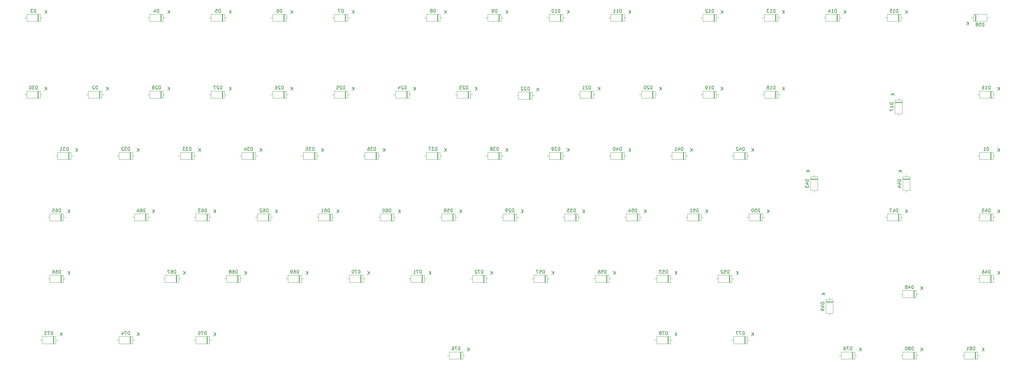
<source format=gbr>
%TF.GenerationSoftware,KiCad,Pcbnew,9.0.0-rc1-116-g42b204fc74*%
%TF.CreationDate,2025-03-01T19:27:56+05:30*%
%TF.ProjectId,nimitboard78,6e696d69-7462-46f6-9172-6437382e6b69,rev?*%
%TF.SameCoordinates,Original*%
%TF.FileFunction,Legend,Bot*%
%TF.FilePolarity,Positive*%
%FSLAX46Y46*%
G04 Gerber Fmt 4.6, Leading zero omitted, Abs format (unit mm)*
G04 Created by KiCad (PCBNEW 9.0.0-rc1-116-g42b204fc74) date 2025-03-01 19:27:56*
%MOMM*%
%LPD*%
G01*
G04 APERTURE LIST*
%ADD10C,0.150000*%
%ADD11C,0.120000*%
G04 APERTURE END LIST*
D10*
X278657285Y-169946819D02*
X278657285Y-168946819D01*
X278657285Y-168946819D02*
X278419190Y-168946819D01*
X278419190Y-168946819D02*
X278276333Y-168994438D01*
X278276333Y-168994438D02*
X278181095Y-169089676D01*
X278181095Y-169089676D02*
X278133476Y-169184914D01*
X278133476Y-169184914D02*
X278085857Y-169375390D01*
X278085857Y-169375390D02*
X278085857Y-169518247D01*
X278085857Y-169518247D02*
X278133476Y-169708723D01*
X278133476Y-169708723D02*
X278181095Y-169803961D01*
X278181095Y-169803961D02*
X278276333Y-169899200D01*
X278276333Y-169899200D02*
X278419190Y-169946819D01*
X278419190Y-169946819D02*
X278657285Y-169946819D01*
X277752523Y-168946819D02*
X277085857Y-168946819D01*
X277085857Y-168946819D02*
X277514428Y-169946819D01*
X276800142Y-168946819D02*
X276133476Y-168946819D01*
X276133476Y-168946819D02*
X276562047Y-169946819D01*
X281514904Y-170266819D02*
X281514904Y-169266819D01*
X280943476Y-170266819D02*
X281372047Y-169695390D01*
X280943476Y-169266819D02*
X281514904Y-169838247D01*
X87977285Y-112742819D02*
X87977285Y-111742819D01*
X87977285Y-111742819D02*
X87739190Y-111742819D01*
X87739190Y-111742819D02*
X87596333Y-111790438D01*
X87596333Y-111790438D02*
X87501095Y-111885676D01*
X87501095Y-111885676D02*
X87453476Y-111980914D01*
X87453476Y-111980914D02*
X87405857Y-112171390D01*
X87405857Y-112171390D02*
X87405857Y-112314247D01*
X87405857Y-112314247D02*
X87453476Y-112504723D01*
X87453476Y-112504723D02*
X87501095Y-112599961D01*
X87501095Y-112599961D02*
X87596333Y-112695200D01*
X87596333Y-112695200D02*
X87739190Y-112742819D01*
X87739190Y-112742819D02*
X87977285Y-112742819D01*
X87072523Y-111742819D02*
X86453476Y-111742819D01*
X86453476Y-111742819D02*
X86786809Y-112123771D01*
X86786809Y-112123771D02*
X86643952Y-112123771D01*
X86643952Y-112123771D02*
X86548714Y-112171390D01*
X86548714Y-112171390D02*
X86501095Y-112219009D01*
X86501095Y-112219009D02*
X86453476Y-112314247D01*
X86453476Y-112314247D02*
X86453476Y-112552342D01*
X86453476Y-112552342D02*
X86501095Y-112647580D01*
X86501095Y-112647580D02*
X86548714Y-112695200D01*
X86548714Y-112695200D02*
X86643952Y-112742819D01*
X86643952Y-112742819D02*
X86929666Y-112742819D01*
X86929666Y-112742819D02*
X87024904Y-112695200D01*
X87024904Y-112695200D02*
X87072523Y-112647580D01*
X86072523Y-111838057D02*
X86024904Y-111790438D01*
X86024904Y-111790438D02*
X85929666Y-111742819D01*
X85929666Y-111742819D02*
X85691571Y-111742819D01*
X85691571Y-111742819D02*
X85596333Y-111790438D01*
X85596333Y-111790438D02*
X85548714Y-111838057D01*
X85548714Y-111838057D02*
X85501095Y-111933295D01*
X85501095Y-111933295D02*
X85501095Y-112028533D01*
X85501095Y-112028533D02*
X85548714Y-112171390D01*
X85548714Y-112171390D02*
X86120142Y-112742819D01*
X86120142Y-112742819D02*
X85501095Y-112742819D01*
X90834904Y-113062819D02*
X90834904Y-112062819D01*
X90263476Y-113062819D02*
X90692047Y-112491390D01*
X90263476Y-112062819D02*
X90834904Y-112634247D01*
X140414285Y-150878819D02*
X140414285Y-149878819D01*
X140414285Y-149878819D02*
X140176190Y-149878819D01*
X140176190Y-149878819D02*
X140033333Y-149926438D01*
X140033333Y-149926438D02*
X139938095Y-150021676D01*
X139938095Y-150021676D02*
X139890476Y-150116914D01*
X139890476Y-150116914D02*
X139842857Y-150307390D01*
X139842857Y-150307390D02*
X139842857Y-150450247D01*
X139842857Y-150450247D02*
X139890476Y-150640723D01*
X139890476Y-150640723D02*
X139938095Y-150735961D01*
X139938095Y-150735961D02*
X140033333Y-150831200D01*
X140033333Y-150831200D02*
X140176190Y-150878819D01*
X140176190Y-150878819D02*
X140414285Y-150878819D01*
X138985714Y-149878819D02*
X139176190Y-149878819D01*
X139176190Y-149878819D02*
X139271428Y-149926438D01*
X139271428Y-149926438D02*
X139319047Y-149974057D01*
X139319047Y-149974057D02*
X139414285Y-150116914D01*
X139414285Y-150116914D02*
X139461904Y-150307390D01*
X139461904Y-150307390D02*
X139461904Y-150688342D01*
X139461904Y-150688342D02*
X139414285Y-150783580D01*
X139414285Y-150783580D02*
X139366666Y-150831200D01*
X139366666Y-150831200D02*
X139271428Y-150878819D01*
X139271428Y-150878819D02*
X139080952Y-150878819D01*
X139080952Y-150878819D02*
X138985714Y-150831200D01*
X138985714Y-150831200D02*
X138938095Y-150783580D01*
X138938095Y-150783580D02*
X138890476Y-150688342D01*
X138890476Y-150688342D02*
X138890476Y-150450247D01*
X138890476Y-150450247D02*
X138938095Y-150355009D01*
X138938095Y-150355009D02*
X138985714Y-150307390D01*
X138985714Y-150307390D02*
X139080952Y-150259771D01*
X139080952Y-150259771D02*
X139271428Y-150259771D01*
X139271428Y-150259771D02*
X139366666Y-150307390D01*
X139366666Y-150307390D02*
X139414285Y-150355009D01*
X139414285Y-150355009D02*
X139461904Y-150450247D01*
X138414285Y-150878819D02*
X138223809Y-150878819D01*
X138223809Y-150878819D02*
X138128571Y-150831200D01*
X138128571Y-150831200D02*
X138080952Y-150783580D01*
X138080952Y-150783580D02*
X137985714Y-150640723D01*
X137985714Y-150640723D02*
X137938095Y-150450247D01*
X137938095Y-150450247D02*
X137938095Y-150069295D01*
X137938095Y-150069295D02*
X137985714Y-149974057D01*
X137985714Y-149974057D02*
X138033333Y-149926438D01*
X138033333Y-149926438D02*
X138128571Y-149878819D01*
X138128571Y-149878819D02*
X138319047Y-149878819D01*
X138319047Y-149878819D02*
X138414285Y-149926438D01*
X138414285Y-149926438D02*
X138461904Y-149974057D01*
X138461904Y-149974057D02*
X138509523Y-150069295D01*
X138509523Y-150069295D02*
X138509523Y-150307390D01*
X138509523Y-150307390D02*
X138461904Y-150402628D01*
X138461904Y-150402628D02*
X138414285Y-150450247D01*
X138414285Y-150450247D02*
X138319047Y-150497866D01*
X138319047Y-150497866D02*
X138128571Y-150497866D01*
X138128571Y-150497866D02*
X138033333Y-150450247D01*
X138033333Y-150450247D02*
X137985714Y-150402628D01*
X137985714Y-150402628D02*
X137938095Y-150307390D01*
X143271904Y-151198819D02*
X143271904Y-150198819D01*
X142700476Y-151198819D02*
X143129047Y-150627390D01*
X142700476Y-150198819D02*
X143271904Y-150770247D01*
X182841094Y-69839819D02*
X182841094Y-68839819D01*
X182841094Y-68839819D02*
X182602999Y-68839819D01*
X182602999Y-68839819D02*
X182460142Y-68887438D01*
X182460142Y-68887438D02*
X182364904Y-68982676D01*
X182364904Y-68982676D02*
X182317285Y-69077914D01*
X182317285Y-69077914D02*
X182269666Y-69268390D01*
X182269666Y-69268390D02*
X182269666Y-69411247D01*
X182269666Y-69411247D02*
X182317285Y-69601723D01*
X182317285Y-69601723D02*
X182364904Y-69696961D01*
X182364904Y-69696961D02*
X182460142Y-69792200D01*
X182460142Y-69792200D02*
X182602999Y-69839819D01*
X182602999Y-69839819D02*
X182841094Y-69839819D01*
X181698237Y-69268390D02*
X181793475Y-69220771D01*
X181793475Y-69220771D02*
X181841094Y-69173152D01*
X181841094Y-69173152D02*
X181888713Y-69077914D01*
X181888713Y-69077914D02*
X181888713Y-69030295D01*
X181888713Y-69030295D02*
X181841094Y-68935057D01*
X181841094Y-68935057D02*
X181793475Y-68887438D01*
X181793475Y-68887438D02*
X181698237Y-68839819D01*
X181698237Y-68839819D02*
X181507761Y-68839819D01*
X181507761Y-68839819D02*
X181412523Y-68887438D01*
X181412523Y-68887438D02*
X181364904Y-68935057D01*
X181364904Y-68935057D02*
X181317285Y-69030295D01*
X181317285Y-69030295D02*
X181317285Y-69077914D01*
X181317285Y-69077914D02*
X181364904Y-69173152D01*
X181364904Y-69173152D02*
X181412523Y-69220771D01*
X181412523Y-69220771D02*
X181507761Y-69268390D01*
X181507761Y-69268390D02*
X181698237Y-69268390D01*
X181698237Y-69268390D02*
X181793475Y-69316009D01*
X181793475Y-69316009D02*
X181841094Y-69363628D01*
X181841094Y-69363628D02*
X181888713Y-69458866D01*
X181888713Y-69458866D02*
X181888713Y-69649342D01*
X181888713Y-69649342D02*
X181841094Y-69744580D01*
X181841094Y-69744580D02*
X181793475Y-69792200D01*
X181793475Y-69792200D02*
X181698237Y-69839819D01*
X181698237Y-69839819D02*
X181507761Y-69839819D01*
X181507761Y-69839819D02*
X181412523Y-69792200D01*
X181412523Y-69792200D02*
X181364904Y-69744580D01*
X181364904Y-69744580D02*
X181317285Y-69649342D01*
X181317285Y-69649342D02*
X181317285Y-69458866D01*
X181317285Y-69458866D02*
X181364904Y-69363628D01*
X181364904Y-69363628D02*
X181412523Y-69316009D01*
X181412523Y-69316009D02*
X181507761Y-69268390D01*
X186174904Y-70159819D02*
X186174904Y-69159819D01*
X185603476Y-70159819D02*
X186032047Y-69588390D01*
X185603476Y-69159819D02*
X186174904Y-69731247D01*
X97511285Y-93674819D02*
X97511285Y-92674819D01*
X97511285Y-92674819D02*
X97273190Y-92674819D01*
X97273190Y-92674819D02*
X97130333Y-92722438D01*
X97130333Y-92722438D02*
X97035095Y-92817676D01*
X97035095Y-92817676D02*
X96987476Y-92912914D01*
X96987476Y-92912914D02*
X96939857Y-93103390D01*
X96939857Y-93103390D02*
X96939857Y-93246247D01*
X96939857Y-93246247D02*
X96987476Y-93436723D01*
X96987476Y-93436723D02*
X97035095Y-93531961D01*
X97035095Y-93531961D02*
X97130333Y-93627200D01*
X97130333Y-93627200D02*
X97273190Y-93674819D01*
X97273190Y-93674819D02*
X97511285Y-93674819D01*
X96558904Y-92770057D02*
X96511285Y-92722438D01*
X96511285Y-92722438D02*
X96416047Y-92674819D01*
X96416047Y-92674819D02*
X96177952Y-92674819D01*
X96177952Y-92674819D02*
X96082714Y-92722438D01*
X96082714Y-92722438D02*
X96035095Y-92770057D01*
X96035095Y-92770057D02*
X95987476Y-92865295D01*
X95987476Y-92865295D02*
X95987476Y-92960533D01*
X95987476Y-92960533D02*
X96035095Y-93103390D01*
X96035095Y-93103390D02*
X96606523Y-93674819D01*
X96606523Y-93674819D02*
X95987476Y-93674819D01*
X95416047Y-93103390D02*
X95511285Y-93055771D01*
X95511285Y-93055771D02*
X95558904Y-93008152D01*
X95558904Y-93008152D02*
X95606523Y-92912914D01*
X95606523Y-92912914D02*
X95606523Y-92865295D01*
X95606523Y-92865295D02*
X95558904Y-92770057D01*
X95558904Y-92770057D02*
X95511285Y-92722438D01*
X95511285Y-92722438D02*
X95416047Y-92674819D01*
X95416047Y-92674819D02*
X95225571Y-92674819D01*
X95225571Y-92674819D02*
X95130333Y-92722438D01*
X95130333Y-92722438D02*
X95082714Y-92770057D01*
X95082714Y-92770057D02*
X95035095Y-92865295D01*
X95035095Y-92865295D02*
X95035095Y-92912914D01*
X95035095Y-92912914D02*
X95082714Y-93008152D01*
X95082714Y-93008152D02*
X95130333Y-93055771D01*
X95130333Y-93055771D02*
X95225571Y-93103390D01*
X95225571Y-93103390D02*
X95416047Y-93103390D01*
X95416047Y-93103390D02*
X95511285Y-93151009D01*
X95511285Y-93151009D02*
X95558904Y-93198628D01*
X95558904Y-93198628D02*
X95606523Y-93293866D01*
X95606523Y-93293866D02*
X95606523Y-93484342D01*
X95606523Y-93484342D02*
X95558904Y-93579580D01*
X95558904Y-93579580D02*
X95511285Y-93627200D01*
X95511285Y-93627200D02*
X95416047Y-93674819D01*
X95416047Y-93674819D02*
X95225571Y-93674819D01*
X95225571Y-93674819D02*
X95130333Y-93627200D01*
X95130333Y-93627200D02*
X95082714Y-93579580D01*
X95082714Y-93579580D02*
X95035095Y-93484342D01*
X95035095Y-93484342D02*
X95035095Y-93293866D01*
X95035095Y-93293866D02*
X95082714Y-93198628D01*
X95082714Y-93198628D02*
X95130333Y-93151009D01*
X95130333Y-93151009D02*
X95225571Y-93103390D01*
X100368904Y-93994819D02*
X100368904Y-92994819D01*
X99797476Y-93994819D02*
X100226047Y-93423390D01*
X99797476Y-92994819D02*
X100368904Y-93566247D01*
X230987285Y-93674819D02*
X230987285Y-92674819D01*
X230987285Y-92674819D02*
X230749190Y-92674819D01*
X230749190Y-92674819D02*
X230606333Y-92722438D01*
X230606333Y-92722438D02*
X230511095Y-92817676D01*
X230511095Y-92817676D02*
X230463476Y-92912914D01*
X230463476Y-92912914D02*
X230415857Y-93103390D01*
X230415857Y-93103390D02*
X230415857Y-93246247D01*
X230415857Y-93246247D02*
X230463476Y-93436723D01*
X230463476Y-93436723D02*
X230511095Y-93531961D01*
X230511095Y-93531961D02*
X230606333Y-93627200D01*
X230606333Y-93627200D02*
X230749190Y-93674819D01*
X230749190Y-93674819D02*
X230987285Y-93674819D01*
X230034904Y-92770057D02*
X229987285Y-92722438D01*
X229987285Y-92722438D02*
X229892047Y-92674819D01*
X229892047Y-92674819D02*
X229653952Y-92674819D01*
X229653952Y-92674819D02*
X229558714Y-92722438D01*
X229558714Y-92722438D02*
X229511095Y-92770057D01*
X229511095Y-92770057D02*
X229463476Y-92865295D01*
X229463476Y-92865295D02*
X229463476Y-92960533D01*
X229463476Y-92960533D02*
X229511095Y-93103390D01*
X229511095Y-93103390D02*
X230082523Y-93674819D01*
X230082523Y-93674819D02*
X229463476Y-93674819D01*
X228511095Y-93674819D02*
X229082523Y-93674819D01*
X228796809Y-93674819D02*
X228796809Y-92674819D01*
X228796809Y-92674819D02*
X228892047Y-92817676D01*
X228892047Y-92817676D02*
X228987285Y-92912914D01*
X228987285Y-92912914D02*
X229082523Y-92960533D01*
X233844904Y-93994819D02*
X233844904Y-92994819D01*
X233273476Y-93994819D02*
X233702047Y-93423390D01*
X233273476Y-92994819D02*
X233844904Y-93566247D01*
X273890285Y-150878819D02*
X273890285Y-149878819D01*
X273890285Y-149878819D02*
X273652190Y-149878819D01*
X273652190Y-149878819D02*
X273509333Y-149926438D01*
X273509333Y-149926438D02*
X273414095Y-150021676D01*
X273414095Y-150021676D02*
X273366476Y-150116914D01*
X273366476Y-150116914D02*
X273318857Y-150307390D01*
X273318857Y-150307390D02*
X273318857Y-150450247D01*
X273318857Y-150450247D02*
X273366476Y-150640723D01*
X273366476Y-150640723D02*
X273414095Y-150735961D01*
X273414095Y-150735961D02*
X273509333Y-150831200D01*
X273509333Y-150831200D02*
X273652190Y-150878819D01*
X273652190Y-150878819D02*
X273890285Y-150878819D01*
X272414095Y-149878819D02*
X272890285Y-149878819D01*
X272890285Y-149878819D02*
X272937904Y-150355009D01*
X272937904Y-150355009D02*
X272890285Y-150307390D01*
X272890285Y-150307390D02*
X272795047Y-150259771D01*
X272795047Y-150259771D02*
X272556952Y-150259771D01*
X272556952Y-150259771D02*
X272461714Y-150307390D01*
X272461714Y-150307390D02*
X272414095Y-150355009D01*
X272414095Y-150355009D02*
X272366476Y-150450247D01*
X272366476Y-150450247D02*
X272366476Y-150688342D01*
X272366476Y-150688342D02*
X272414095Y-150783580D01*
X272414095Y-150783580D02*
X272461714Y-150831200D01*
X272461714Y-150831200D02*
X272556952Y-150878819D01*
X272556952Y-150878819D02*
X272795047Y-150878819D01*
X272795047Y-150878819D02*
X272890285Y-150831200D01*
X272890285Y-150831200D02*
X272937904Y-150783580D01*
X271985523Y-149974057D02*
X271937904Y-149926438D01*
X271937904Y-149926438D02*
X271842666Y-149878819D01*
X271842666Y-149878819D02*
X271604571Y-149878819D01*
X271604571Y-149878819D02*
X271509333Y-149926438D01*
X271509333Y-149926438D02*
X271461714Y-149974057D01*
X271461714Y-149974057D02*
X271414095Y-150069295D01*
X271414095Y-150069295D02*
X271414095Y-150164533D01*
X271414095Y-150164533D02*
X271461714Y-150307390D01*
X271461714Y-150307390D02*
X272033142Y-150878819D01*
X272033142Y-150878819D02*
X271414095Y-150878819D01*
X276747904Y-151198819D02*
X276747904Y-150198819D01*
X276176476Y-151198819D02*
X276605047Y-150627390D01*
X276176476Y-150198819D02*
X276747904Y-150770247D01*
X77967094Y-93674819D02*
X77967094Y-92674819D01*
X77967094Y-92674819D02*
X77728999Y-92674819D01*
X77728999Y-92674819D02*
X77586142Y-92722438D01*
X77586142Y-92722438D02*
X77490904Y-92817676D01*
X77490904Y-92817676D02*
X77443285Y-92912914D01*
X77443285Y-92912914D02*
X77395666Y-93103390D01*
X77395666Y-93103390D02*
X77395666Y-93246247D01*
X77395666Y-93246247D02*
X77443285Y-93436723D01*
X77443285Y-93436723D02*
X77490904Y-93531961D01*
X77490904Y-93531961D02*
X77586142Y-93627200D01*
X77586142Y-93627200D02*
X77728999Y-93674819D01*
X77728999Y-93674819D02*
X77967094Y-93674819D01*
X77014713Y-92770057D02*
X76967094Y-92722438D01*
X76967094Y-92722438D02*
X76871856Y-92674819D01*
X76871856Y-92674819D02*
X76633761Y-92674819D01*
X76633761Y-92674819D02*
X76538523Y-92722438D01*
X76538523Y-92722438D02*
X76490904Y-92770057D01*
X76490904Y-92770057D02*
X76443285Y-92865295D01*
X76443285Y-92865295D02*
X76443285Y-92960533D01*
X76443285Y-92960533D02*
X76490904Y-93103390D01*
X76490904Y-93103390D02*
X77062332Y-93674819D01*
X77062332Y-93674819D02*
X76443285Y-93674819D01*
X81300904Y-93994819D02*
X81300904Y-92994819D01*
X80729476Y-93994819D02*
X81158047Y-93423390D01*
X80729476Y-92994819D02*
X81300904Y-93566247D01*
X68909285Y-112742819D02*
X68909285Y-111742819D01*
X68909285Y-111742819D02*
X68671190Y-111742819D01*
X68671190Y-111742819D02*
X68528333Y-111790438D01*
X68528333Y-111790438D02*
X68433095Y-111885676D01*
X68433095Y-111885676D02*
X68385476Y-111980914D01*
X68385476Y-111980914D02*
X68337857Y-112171390D01*
X68337857Y-112171390D02*
X68337857Y-112314247D01*
X68337857Y-112314247D02*
X68385476Y-112504723D01*
X68385476Y-112504723D02*
X68433095Y-112599961D01*
X68433095Y-112599961D02*
X68528333Y-112695200D01*
X68528333Y-112695200D02*
X68671190Y-112742819D01*
X68671190Y-112742819D02*
X68909285Y-112742819D01*
X68004523Y-111742819D02*
X67385476Y-111742819D01*
X67385476Y-111742819D02*
X67718809Y-112123771D01*
X67718809Y-112123771D02*
X67575952Y-112123771D01*
X67575952Y-112123771D02*
X67480714Y-112171390D01*
X67480714Y-112171390D02*
X67433095Y-112219009D01*
X67433095Y-112219009D02*
X67385476Y-112314247D01*
X67385476Y-112314247D02*
X67385476Y-112552342D01*
X67385476Y-112552342D02*
X67433095Y-112647580D01*
X67433095Y-112647580D02*
X67480714Y-112695200D01*
X67480714Y-112695200D02*
X67575952Y-112742819D01*
X67575952Y-112742819D02*
X67861666Y-112742819D01*
X67861666Y-112742819D02*
X67956904Y-112695200D01*
X67956904Y-112695200D02*
X68004523Y-112647580D01*
X66433095Y-112742819D02*
X67004523Y-112742819D01*
X66718809Y-112742819D02*
X66718809Y-111742819D01*
X66718809Y-111742819D02*
X66814047Y-111885676D01*
X66814047Y-111885676D02*
X66909285Y-111980914D01*
X66909285Y-111980914D02*
X67004523Y-112028533D01*
X71766904Y-113062819D02*
X71766904Y-112062819D01*
X71195476Y-113062819D02*
X71624047Y-112491390D01*
X71195476Y-112062819D02*
X71766904Y-112634247D01*
X92744285Y-131810819D02*
X92744285Y-130810819D01*
X92744285Y-130810819D02*
X92506190Y-130810819D01*
X92506190Y-130810819D02*
X92363333Y-130858438D01*
X92363333Y-130858438D02*
X92268095Y-130953676D01*
X92268095Y-130953676D02*
X92220476Y-131048914D01*
X92220476Y-131048914D02*
X92172857Y-131239390D01*
X92172857Y-131239390D02*
X92172857Y-131382247D01*
X92172857Y-131382247D02*
X92220476Y-131572723D01*
X92220476Y-131572723D02*
X92268095Y-131667961D01*
X92268095Y-131667961D02*
X92363333Y-131763200D01*
X92363333Y-131763200D02*
X92506190Y-131810819D01*
X92506190Y-131810819D02*
X92744285Y-131810819D01*
X91315714Y-130810819D02*
X91506190Y-130810819D01*
X91506190Y-130810819D02*
X91601428Y-130858438D01*
X91601428Y-130858438D02*
X91649047Y-130906057D01*
X91649047Y-130906057D02*
X91744285Y-131048914D01*
X91744285Y-131048914D02*
X91791904Y-131239390D01*
X91791904Y-131239390D02*
X91791904Y-131620342D01*
X91791904Y-131620342D02*
X91744285Y-131715580D01*
X91744285Y-131715580D02*
X91696666Y-131763200D01*
X91696666Y-131763200D02*
X91601428Y-131810819D01*
X91601428Y-131810819D02*
X91410952Y-131810819D01*
X91410952Y-131810819D02*
X91315714Y-131763200D01*
X91315714Y-131763200D02*
X91268095Y-131715580D01*
X91268095Y-131715580D02*
X91220476Y-131620342D01*
X91220476Y-131620342D02*
X91220476Y-131382247D01*
X91220476Y-131382247D02*
X91268095Y-131287009D01*
X91268095Y-131287009D02*
X91315714Y-131239390D01*
X91315714Y-131239390D02*
X91410952Y-131191771D01*
X91410952Y-131191771D02*
X91601428Y-131191771D01*
X91601428Y-131191771D02*
X91696666Y-131239390D01*
X91696666Y-131239390D02*
X91744285Y-131287009D01*
X91744285Y-131287009D02*
X91791904Y-131382247D01*
X90363333Y-131144152D02*
X90363333Y-131810819D01*
X90601428Y-130763200D02*
X90839523Y-131477485D01*
X90839523Y-131477485D02*
X90220476Y-131477485D01*
X95601904Y-132130819D02*
X95601904Y-131130819D01*
X95030476Y-132130819D02*
X95459047Y-131559390D01*
X95030476Y-131130819D02*
X95601904Y-131702247D01*
X58899094Y-69839819D02*
X58899094Y-68839819D01*
X58899094Y-68839819D02*
X58660999Y-68839819D01*
X58660999Y-68839819D02*
X58518142Y-68887438D01*
X58518142Y-68887438D02*
X58422904Y-68982676D01*
X58422904Y-68982676D02*
X58375285Y-69077914D01*
X58375285Y-69077914D02*
X58327666Y-69268390D01*
X58327666Y-69268390D02*
X58327666Y-69411247D01*
X58327666Y-69411247D02*
X58375285Y-69601723D01*
X58375285Y-69601723D02*
X58422904Y-69696961D01*
X58422904Y-69696961D02*
X58518142Y-69792200D01*
X58518142Y-69792200D02*
X58660999Y-69839819D01*
X58660999Y-69839819D02*
X58899094Y-69839819D01*
X57994332Y-68839819D02*
X57375285Y-68839819D01*
X57375285Y-68839819D02*
X57708618Y-69220771D01*
X57708618Y-69220771D02*
X57565761Y-69220771D01*
X57565761Y-69220771D02*
X57470523Y-69268390D01*
X57470523Y-69268390D02*
X57422904Y-69316009D01*
X57422904Y-69316009D02*
X57375285Y-69411247D01*
X57375285Y-69411247D02*
X57375285Y-69649342D01*
X57375285Y-69649342D02*
X57422904Y-69744580D01*
X57422904Y-69744580D02*
X57470523Y-69792200D01*
X57470523Y-69792200D02*
X57565761Y-69839819D01*
X57565761Y-69839819D02*
X57851475Y-69839819D01*
X57851475Y-69839819D02*
X57946713Y-69792200D01*
X57946713Y-69792200D02*
X57994332Y-69744580D01*
X62232904Y-70159819D02*
X62232904Y-69159819D01*
X61661476Y-70159819D02*
X62090047Y-69588390D01*
X61661476Y-69159819D02*
X62232904Y-69731247D01*
X240521285Y-112742819D02*
X240521285Y-111742819D01*
X240521285Y-111742819D02*
X240283190Y-111742819D01*
X240283190Y-111742819D02*
X240140333Y-111790438D01*
X240140333Y-111790438D02*
X240045095Y-111885676D01*
X240045095Y-111885676D02*
X239997476Y-111980914D01*
X239997476Y-111980914D02*
X239949857Y-112171390D01*
X239949857Y-112171390D02*
X239949857Y-112314247D01*
X239949857Y-112314247D02*
X239997476Y-112504723D01*
X239997476Y-112504723D02*
X240045095Y-112599961D01*
X240045095Y-112599961D02*
X240140333Y-112695200D01*
X240140333Y-112695200D02*
X240283190Y-112742819D01*
X240283190Y-112742819D02*
X240521285Y-112742819D01*
X239092714Y-112076152D02*
X239092714Y-112742819D01*
X239330809Y-111695200D02*
X239568904Y-112409485D01*
X239568904Y-112409485D02*
X238949857Y-112409485D01*
X238378428Y-111742819D02*
X238283190Y-111742819D01*
X238283190Y-111742819D02*
X238187952Y-111790438D01*
X238187952Y-111790438D02*
X238140333Y-111838057D01*
X238140333Y-111838057D02*
X238092714Y-111933295D01*
X238092714Y-111933295D02*
X238045095Y-112123771D01*
X238045095Y-112123771D02*
X238045095Y-112361866D01*
X238045095Y-112361866D02*
X238092714Y-112552342D01*
X238092714Y-112552342D02*
X238140333Y-112647580D01*
X238140333Y-112647580D02*
X238187952Y-112695200D01*
X238187952Y-112695200D02*
X238283190Y-112742819D01*
X238283190Y-112742819D02*
X238378428Y-112742819D01*
X238378428Y-112742819D02*
X238473666Y-112695200D01*
X238473666Y-112695200D02*
X238521285Y-112647580D01*
X238521285Y-112647580D02*
X238568904Y-112552342D01*
X238568904Y-112552342D02*
X238616523Y-112361866D01*
X238616523Y-112361866D02*
X238616523Y-112123771D01*
X238616523Y-112123771D02*
X238568904Y-111933295D01*
X238568904Y-111933295D02*
X238521285Y-111838057D01*
X238521285Y-111838057D02*
X238473666Y-111790438D01*
X238473666Y-111790438D02*
X238378428Y-111742819D01*
X243378904Y-113062819D02*
X243378904Y-112062819D01*
X242807476Y-113062819D02*
X243236047Y-112491390D01*
X242807476Y-112062819D02*
X243378904Y-112634247D01*
X303422819Y-159906714D02*
X302422819Y-159906714D01*
X302422819Y-159906714D02*
X302422819Y-160144809D01*
X302422819Y-160144809D02*
X302470438Y-160287666D01*
X302470438Y-160287666D02*
X302565676Y-160382904D01*
X302565676Y-160382904D02*
X302660914Y-160430523D01*
X302660914Y-160430523D02*
X302851390Y-160478142D01*
X302851390Y-160478142D02*
X302994247Y-160478142D01*
X302994247Y-160478142D02*
X303184723Y-160430523D01*
X303184723Y-160430523D02*
X303279961Y-160382904D01*
X303279961Y-160382904D02*
X303375200Y-160287666D01*
X303375200Y-160287666D02*
X303422819Y-160144809D01*
X303422819Y-160144809D02*
X303422819Y-159906714D01*
X302756152Y-161335285D02*
X303422819Y-161335285D01*
X302375200Y-161097190D02*
X303089485Y-160859095D01*
X303089485Y-160859095D02*
X303089485Y-161478142D01*
X303422819Y-161906714D02*
X303422819Y-162097190D01*
X303422819Y-162097190D02*
X303375200Y-162192428D01*
X303375200Y-162192428D02*
X303327580Y-162240047D01*
X303327580Y-162240047D02*
X303184723Y-162335285D01*
X303184723Y-162335285D02*
X302994247Y-162382904D01*
X302994247Y-162382904D02*
X302613295Y-162382904D01*
X302613295Y-162382904D02*
X302518057Y-162335285D01*
X302518057Y-162335285D02*
X302470438Y-162287666D01*
X302470438Y-162287666D02*
X302422819Y-162192428D01*
X302422819Y-162192428D02*
X302422819Y-162001952D01*
X302422819Y-162001952D02*
X302470438Y-161906714D01*
X302470438Y-161906714D02*
X302518057Y-161859095D01*
X302518057Y-161859095D02*
X302613295Y-161811476D01*
X302613295Y-161811476D02*
X302851390Y-161811476D01*
X302851390Y-161811476D02*
X302946628Y-161859095D01*
X302946628Y-161859095D02*
X302994247Y-161906714D01*
X302994247Y-161906714D02*
X303041866Y-162001952D01*
X303041866Y-162001952D02*
X303041866Y-162192428D01*
X303041866Y-162192428D02*
X302994247Y-162287666D01*
X302994247Y-162287666D02*
X302946628Y-162335285D01*
X302946628Y-162335285D02*
X302851390Y-162382904D01*
X303742819Y-157049095D02*
X302742819Y-157049095D01*
X303742819Y-157620523D02*
X303171390Y-157191952D01*
X302742819Y-157620523D02*
X303314247Y-157049095D01*
X354929285Y-150878819D02*
X354929285Y-149878819D01*
X354929285Y-149878819D02*
X354691190Y-149878819D01*
X354691190Y-149878819D02*
X354548333Y-149926438D01*
X354548333Y-149926438D02*
X354453095Y-150021676D01*
X354453095Y-150021676D02*
X354405476Y-150116914D01*
X354405476Y-150116914D02*
X354357857Y-150307390D01*
X354357857Y-150307390D02*
X354357857Y-150450247D01*
X354357857Y-150450247D02*
X354405476Y-150640723D01*
X354405476Y-150640723D02*
X354453095Y-150735961D01*
X354453095Y-150735961D02*
X354548333Y-150831200D01*
X354548333Y-150831200D02*
X354691190Y-150878819D01*
X354691190Y-150878819D02*
X354929285Y-150878819D01*
X353500714Y-150212152D02*
X353500714Y-150878819D01*
X353738809Y-149831200D02*
X353976904Y-150545485D01*
X353976904Y-150545485D02*
X353357857Y-150545485D01*
X352548333Y-149878819D02*
X352738809Y-149878819D01*
X352738809Y-149878819D02*
X352834047Y-149926438D01*
X352834047Y-149926438D02*
X352881666Y-149974057D01*
X352881666Y-149974057D02*
X352976904Y-150116914D01*
X352976904Y-150116914D02*
X353024523Y-150307390D01*
X353024523Y-150307390D02*
X353024523Y-150688342D01*
X353024523Y-150688342D02*
X352976904Y-150783580D01*
X352976904Y-150783580D02*
X352929285Y-150831200D01*
X352929285Y-150831200D02*
X352834047Y-150878819D01*
X352834047Y-150878819D02*
X352643571Y-150878819D01*
X352643571Y-150878819D02*
X352548333Y-150831200D01*
X352548333Y-150831200D02*
X352500714Y-150783580D01*
X352500714Y-150783580D02*
X352453095Y-150688342D01*
X352453095Y-150688342D02*
X352453095Y-150450247D01*
X352453095Y-150450247D02*
X352500714Y-150355009D01*
X352500714Y-150355009D02*
X352548333Y-150307390D01*
X352548333Y-150307390D02*
X352643571Y-150259771D01*
X352643571Y-150259771D02*
X352834047Y-150259771D01*
X352834047Y-150259771D02*
X352929285Y-150307390D01*
X352929285Y-150307390D02*
X352976904Y-150355009D01*
X352976904Y-150355009D02*
X353024523Y-150450247D01*
X357786904Y-151198819D02*
X357786904Y-150198819D01*
X357215476Y-151198819D02*
X357644047Y-150627390D01*
X357215476Y-150198819D02*
X357786904Y-150770247D01*
X116579285Y-93674819D02*
X116579285Y-92674819D01*
X116579285Y-92674819D02*
X116341190Y-92674819D01*
X116341190Y-92674819D02*
X116198333Y-92722438D01*
X116198333Y-92722438D02*
X116103095Y-92817676D01*
X116103095Y-92817676D02*
X116055476Y-92912914D01*
X116055476Y-92912914D02*
X116007857Y-93103390D01*
X116007857Y-93103390D02*
X116007857Y-93246247D01*
X116007857Y-93246247D02*
X116055476Y-93436723D01*
X116055476Y-93436723D02*
X116103095Y-93531961D01*
X116103095Y-93531961D02*
X116198333Y-93627200D01*
X116198333Y-93627200D02*
X116341190Y-93674819D01*
X116341190Y-93674819D02*
X116579285Y-93674819D01*
X115626904Y-92770057D02*
X115579285Y-92722438D01*
X115579285Y-92722438D02*
X115484047Y-92674819D01*
X115484047Y-92674819D02*
X115245952Y-92674819D01*
X115245952Y-92674819D02*
X115150714Y-92722438D01*
X115150714Y-92722438D02*
X115103095Y-92770057D01*
X115103095Y-92770057D02*
X115055476Y-92865295D01*
X115055476Y-92865295D02*
X115055476Y-92960533D01*
X115055476Y-92960533D02*
X115103095Y-93103390D01*
X115103095Y-93103390D02*
X115674523Y-93674819D01*
X115674523Y-93674819D02*
X115055476Y-93674819D01*
X114722142Y-92674819D02*
X114055476Y-92674819D01*
X114055476Y-92674819D02*
X114484047Y-93674819D01*
X119436904Y-93994819D02*
X119436904Y-92994819D01*
X118865476Y-93994819D02*
X119294047Y-93423390D01*
X118865476Y-92994819D02*
X119436904Y-93566247D01*
X154715285Y-93674819D02*
X154715285Y-92674819D01*
X154715285Y-92674819D02*
X154477190Y-92674819D01*
X154477190Y-92674819D02*
X154334333Y-92722438D01*
X154334333Y-92722438D02*
X154239095Y-92817676D01*
X154239095Y-92817676D02*
X154191476Y-92912914D01*
X154191476Y-92912914D02*
X154143857Y-93103390D01*
X154143857Y-93103390D02*
X154143857Y-93246247D01*
X154143857Y-93246247D02*
X154191476Y-93436723D01*
X154191476Y-93436723D02*
X154239095Y-93531961D01*
X154239095Y-93531961D02*
X154334333Y-93627200D01*
X154334333Y-93627200D02*
X154477190Y-93674819D01*
X154477190Y-93674819D02*
X154715285Y-93674819D01*
X153762904Y-92770057D02*
X153715285Y-92722438D01*
X153715285Y-92722438D02*
X153620047Y-92674819D01*
X153620047Y-92674819D02*
X153381952Y-92674819D01*
X153381952Y-92674819D02*
X153286714Y-92722438D01*
X153286714Y-92722438D02*
X153239095Y-92770057D01*
X153239095Y-92770057D02*
X153191476Y-92865295D01*
X153191476Y-92865295D02*
X153191476Y-92960533D01*
X153191476Y-92960533D02*
X153239095Y-93103390D01*
X153239095Y-93103390D02*
X153810523Y-93674819D01*
X153810523Y-93674819D02*
X153191476Y-93674819D01*
X152286714Y-92674819D02*
X152762904Y-92674819D01*
X152762904Y-92674819D02*
X152810523Y-93151009D01*
X152810523Y-93151009D02*
X152762904Y-93103390D01*
X152762904Y-93103390D02*
X152667666Y-93055771D01*
X152667666Y-93055771D02*
X152429571Y-93055771D01*
X152429571Y-93055771D02*
X152334333Y-93103390D01*
X152334333Y-93103390D02*
X152286714Y-93151009D01*
X152286714Y-93151009D02*
X152239095Y-93246247D01*
X152239095Y-93246247D02*
X152239095Y-93484342D01*
X152239095Y-93484342D02*
X152286714Y-93579580D01*
X152286714Y-93579580D02*
X152334333Y-93627200D01*
X152334333Y-93627200D02*
X152429571Y-93674819D01*
X152429571Y-93674819D02*
X152667666Y-93674819D01*
X152667666Y-93674819D02*
X152762904Y-93627200D01*
X152762904Y-93627200D02*
X152810523Y-93579580D01*
X157572904Y-93994819D02*
X157572904Y-92994819D01*
X157001476Y-93994819D02*
X157430047Y-93423390D01*
X157001476Y-92994819D02*
X157572904Y-93566247D01*
X326327285Y-69839819D02*
X326327285Y-68839819D01*
X326327285Y-68839819D02*
X326089190Y-68839819D01*
X326089190Y-68839819D02*
X325946333Y-68887438D01*
X325946333Y-68887438D02*
X325851095Y-68982676D01*
X325851095Y-68982676D02*
X325803476Y-69077914D01*
X325803476Y-69077914D02*
X325755857Y-69268390D01*
X325755857Y-69268390D02*
X325755857Y-69411247D01*
X325755857Y-69411247D02*
X325803476Y-69601723D01*
X325803476Y-69601723D02*
X325851095Y-69696961D01*
X325851095Y-69696961D02*
X325946333Y-69792200D01*
X325946333Y-69792200D02*
X326089190Y-69839819D01*
X326089190Y-69839819D02*
X326327285Y-69839819D01*
X324803476Y-69839819D02*
X325374904Y-69839819D01*
X325089190Y-69839819D02*
X325089190Y-68839819D01*
X325089190Y-68839819D02*
X325184428Y-68982676D01*
X325184428Y-68982676D02*
X325279666Y-69077914D01*
X325279666Y-69077914D02*
X325374904Y-69125533D01*
X323898714Y-68839819D02*
X324374904Y-68839819D01*
X324374904Y-68839819D02*
X324422523Y-69316009D01*
X324422523Y-69316009D02*
X324374904Y-69268390D01*
X324374904Y-69268390D02*
X324279666Y-69220771D01*
X324279666Y-69220771D02*
X324041571Y-69220771D01*
X324041571Y-69220771D02*
X323946333Y-69268390D01*
X323946333Y-69268390D02*
X323898714Y-69316009D01*
X323898714Y-69316009D02*
X323851095Y-69411247D01*
X323851095Y-69411247D02*
X323851095Y-69649342D01*
X323851095Y-69649342D02*
X323898714Y-69744580D01*
X323898714Y-69744580D02*
X323946333Y-69792200D01*
X323946333Y-69792200D02*
X324041571Y-69839819D01*
X324041571Y-69839819D02*
X324279666Y-69839819D01*
X324279666Y-69839819D02*
X324374904Y-69792200D01*
X324374904Y-69792200D02*
X324422523Y-69744580D01*
X329184904Y-70159819D02*
X329184904Y-69159819D01*
X328613476Y-70159819D02*
X329042047Y-69588390D01*
X328613476Y-69159819D02*
X329184904Y-69731247D01*
X278657285Y-112742819D02*
X278657285Y-111742819D01*
X278657285Y-111742819D02*
X278419190Y-111742819D01*
X278419190Y-111742819D02*
X278276333Y-111790438D01*
X278276333Y-111790438D02*
X278181095Y-111885676D01*
X278181095Y-111885676D02*
X278133476Y-111980914D01*
X278133476Y-111980914D02*
X278085857Y-112171390D01*
X278085857Y-112171390D02*
X278085857Y-112314247D01*
X278085857Y-112314247D02*
X278133476Y-112504723D01*
X278133476Y-112504723D02*
X278181095Y-112599961D01*
X278181095Y-112599961D02*
X278276333Y-112695200D01*
X278276333Y-112695200D02*
X278419190Y-112742819D01*
X278419190Y-112742819D02*
X278657285Y-112742819D01*
X277228714Y-112076152D02*
X277228714Y-112742819D01*
X277466809Y-111695200D02*
X277704904Y-112409485D01*
X277704904Y-112409485D02*
X277085857Y-112409485D01*
X276752523Y-111838057D02*
X276704904Y-111790438D01*
X276704904Y-111790438D02*
X276609666Y-111742819D01*
X276609666Y-111742819D02*
X276371571Y-111742819D01*
X276371571Y-111742819D02*
X276276333Y-111790438D01*
X276276333Y-111790438D02*
X276228714Y-111838057D01*
X276228714Y-111838057D02*
X276181095Y-111933295D01*
X276181095Y-111933295D02*
X276181095Y-112028533D01*
X276181095Y-112028533D02*
X276228714Y-112171390D01*
X276228714Y-112171390D02*
X276800142Y-112742819D01*
X276800142Y-112742819D02*
X276181095Y-112742819D01*
X281514904Y-113062819D02*
X281514904Y-112062819D01*
X280943476Y-113062819D02*
X281372047Y-112491390D01*
X280943476Y-112062819D02*
X281514904Y-112634247D01*
X353015285Y-74079819D02*
X353015285Y-73079819D01*
X353015285Y-73079819D02*
X352777190Y-73079819D01*
X352777190Y-73079819D02*
X352634333Y-73127438D01*
X352634333Y-73127438D02*
X352539095Y-73222676D01*
X352539095Y-73222676D02*
X352491476Y-73317914D01*
X352491476Y-73317914D02*
X352443857Y-73508390D01*
X352443857Y-73508390D02*
X352443857Y-73651247D01*
X352443857Y-73651247D02*
X352491476Y-73841723D01*
X352491476Y-73841723D02*
X352539095Y-73936961D01*
X352539095Y-73936961D02*
X352634333Y-74032200D01*
X352634333Y-74032200D02*
X352777190Y-74079819D01*
X352777190Y-74079819D02*
X353015285Y-74079819D01*
X351539095Y-73079819D02*
X352015285Y-73079819D01*
X352015285Y-73079819D02*
X352062904Y-73556009D01*
X352062904Y-73556009D02*
X352015285Y-73508390D01*
X352015285Y-73508390D02*
X351920047Y-73460771D01*
X351920047Y-73460771D02*
X351681952Y-73460771D01*
X351681952Y-73460771D02*
X351586714Y-73508390D01*
X351586714Y-73508390D02*
X351539095Y-73556009D01*
X351539095Y-73556009D02*
X351491476Y-73651247D01*
X351491476Y-73651247D02*
X351491476Y-73889342D01*
X351491476Y-73889342D02*
X351539095Y-73984580D01*
X351539095Y-73984580D02*
X351586714Y-74032200D01*
X351586714Y-74032200D02*
X351681952Y-74079819D01*
X351681952Y-74079819D02*
X351920047Y-74079819D01*
X351920047Y-74079819D02*
X352015285Y-74032200D01*
X352015285Y-74032200D02*
X352062904Y-73984580D01*
X350920047Y-73508390D02*
X351015285Y-73460771D01*
X351015285Y-73460771D02*
X351062904Y-73413152D01*
X351062904Y-73413152D02*
X351110523Y-73317914D01*
X351110523Y-73317914D02*
X351110523Y-73270295D01*
X351110523Y-73270295D02*
X351062904Y-73175057D01*
X351062904Y-73175057D02*
X351015285Y-73127438D01*
X351015285Y-73127438D02*
X350920047Y-73079819D01*
X350920047Y-73079819D02*
X350729571Y-73079819D01*
X350729571Y-73079819D02*
X350634333Y-73127438D01*
X350634333Y-73127438D02*
X350586714Y-73175057D01*
X350586714Y-73175057D02*
X350539095Y-73270295D01*
X350539095Y-73270295D02*
X350539095Y-73317914D01*
X350539095Y-73317914D02*
X350586714Y-73413152D01*
X350586714Y-73413152D02*
X350634333Y-73460771D01*
X350634333Y-73460771D02*
X350729571Y-73508390D01*
X350729571Y-73508390D02*
X350920047Y-73508390D01*
X350920047Y-73508390D02*
X351015285Y-73556009D01*
X351015285Y-73556009D02*
X351062904Y-73603628D01*
X351062904Y-73603628D02*
X351110523Y-73698866D01*
X351110523Y-73698866D02*
X351110523Y-73889342D01*
X351110523Y-73889342D02*
X351062904Y-73984580D01*
X351062904Y-73984580D02*
X351015285Y-74032200D01*
X351015285Y-74032200D02*
X350920047Y-74079819D01*
X350920047Y-74079819D02*
X350729571Y-74079819D01*
X350729571Y-74079819D02*
X350634333Y-74032200D01*
X350634333Y-74032200D02*
X350586714Y-73984580D01*
X350586714Y-73984580D02*
X350539095Y-73889342D01*
X350539095Y-73889342D02*
X350539095Y-73698866D01*
X350539095Y-73698866D02*
X350586714Y-73603628D01*
X350586714Y-73603628D02*
X350634333Y-73556009D01*
X350634333Y-73556009D02*
X350729571Y-73508390D01*
X348252904Y-73759819D02*
X348252904Y-72759819D01*
X347681476Y-73759819D02*
X348110047Y-73188390D01*
X347681476Y-72759819D02*
X348252904Y-73331247D01*
X135647285Y-93674819D02*
X135647285Y-92674819D01*
X135647285Y-92674819D02*
X135409190Y-92674819D01*
X135409190Y-92674819D02*
X135266333Y-92722438D01*
X135266333Y-92722438D02*
X135171095Y-92817676D01*
X135171095Y-92817676D02*
X135123476Y-92912914D01*
X135123476Y-92912914D02*
X135075857Y-93103390D01*
X135075857Y-93103390D02*
X135075857Y-93246247D01*
X135075857Y-93246247D02*
X135123476Y-93436723D01*
X135123476Y-93436723D02*
X135171095Y-93531961D01*
X135171095Y-93531961D02*
X135266333Y-93627200D01*
X135266333Y-93627200D02*
X135409190Y-93674819D01*
X135409190Y-93674819D02*
X135647285Y-93674819D01*
X134694904Y-92770057D02*
X134647285Y-92722438D01*
X134647285Y-92722438D02*
X134552047Y-92674819D01*
X134552047Y-92674819D02*
X134313952Y-92674819D01*
X134313952Y-92674819D02*
X134218714Y-92722438D01*
X134218714Y-92722438D02*
X134171095Y-92770057D01*
X134171095Y-92770057D02*
X134123476Y-92865295D01*
X134123476Y-92865295D02*
X134123476Y-92960533D01*
X134123476Y-92960533D02*
X134171095Y-93103390D01*
X134171095Y-93103390D02*
X134742523Y-93674819D01*
X134742523Y-93674819D02*
X134123476Y-93674819D01*
X133266333Y-92674819D02*
X133456809Y-92674819D01*
X133456809Y-92674819D02*
X133552047Y-92722438D01*
X133552047Y-92722438D02*
X133599666Y-92770057D01*
X133599666Y-92770057D02*
X133694904Y-92912914D01*
X133694904Y-92912914D02*
X133742523Y-93103390D01*
X133742523Y-93103390D02*
X133742523Y-93484342D01*
X133742523Y-93484342D02*
X133694904Y-93579580D01*
X133694904Y-93579580D02*
X133647285Y-93627200D01*
X133647285Y-93627200D02*
X133552047Y-93674819D01*
X133552047Y-93674819D02*
X133361571Y-93674819D01*
X133361571Y-93674819D02*
X133266333Y-93627200D01*
X133266333Y-93627200D02*
X133218714Y-93579580D01*
X133218714Y-93579580D02*
X133171095Y-93484342D01*
X133171095Y-93484342D02*
X133171095Y-93246247D01*
X133171095Y-93246247D02*
X133218714Y-93151009D01*
X133218714Y-93151009D02*
X133266333Y-93103390D01*
X133266333Y-93103390D02*
X133361571Y-93055771D01*
X133361571Y-93055771D02*
X133552047Y-93055771D01*
X133552047Y-93055771D02*
X133647285Y-93103390D01*
X133647285Y-93103390D02*
X133694904Y-93151009D01*
X133694904Y-93151009D02*
X133742523Y-93246247D01*
X138504904Y-93994819D02*
X138504904Y-92994819D01*
X137933476Y-93994819D02*
X138362047Y-93423390D01*
X137933476Y-92994819D02*
X138504904Y-93566247D01*
X350162285Y-174713819D02*
X350162285Y-173713819D01*
X350162285Y-173713819D02*
X349924190Y-173713819D01*
X349924190Y-173713819D02*
X349781333Y-173761438D01*
X349781333Y-173761438D02*
X349686095Y-173856676D01*
X349686095Y-173856676D02*
X349638476Y-173951914D01*
X349638476Y-173951914D02*
X349590857Y-174142390D01*
X349590857Y-174142390D02*
X349590857Y-174285247D01*
X349590857Y-174285247D02*
X349638476Y-174475723D01*
X349638476Y-174475723D02*
X349686095Y-174570961D01*
X349686095Y-174570961D02*
X349781333Y-174666200D01*
X349781333Y-174666200D02*
X349924190Y-174713819D01*
X349924190Y-174713819D02*
X350162285Y-174713819D01*
X349019428Y-174142390D02*
X349114666Y-174094771D01*
X349114666Y-174094771D02*
X349162285Y-174047152D01*
X349162285Y-174047152D02*
X349209904Y-173951914D01*
X349209904Y-173951914D02*
X349209904Y-173904295D01*
X349209904Y-173904295D02*
X349162285Y-173809057D01*
X349162285Y-173809057D02*
X349114666Y-173761438D01*
X349114666Y-173761438D02*
X349019428Y-173713819D01*
X349019428Y-173713819D02*
X348828952Y-173713819D01*
X348828952Y-173713819D02*
X348733714Y-173761438D01*
X348733714Y-173761438D02*
X348686095Y-173809057D01*
X348686095Y-173809057D02*
X348638476Y-173904295D01*
X348638476Y-173904295D02*
X348638476Y-173951914D01*
X348638476Y-173951914D02*
X348686095Y-174047152D01*
X348686095Y-174047152D02*
X348733714Y-174094771D01*
X348733714Y-174094771D02*
X348828952Y-174142390D01*
X348828952Y-174142390D02*
X349019428Y-174142390D01*
X349019428Y-174142390D02*
X349114666Y-174190009D01*
X349114666Y-174190009D02*
X349162285Y-174237628D01*
X349162285Y-174237628D02*
X349209904Y-174332866D01*
X349209904Y-174332866D02*
X349209904Y-174523342D01*
X349209904Y-174523342D02*
X349162285Y-174618580D01*
X349162285Y-174618580D02*
X349114666Y-174666200D01*
X349114666Y-174666200D02*
X349019428Y-174713819D01*
X349019428Y-174713819D02*
X348828952Y-174713819D01*
X348828952Y-174713819D02*
X348733714Y-174666200D01*
X348733714Y-174666200D02*
X348686095Y-174618580D01*
X348686095Y-174618580D02*
X348638476Y-174523342D01*
X348638476Y-174523342D02*
X348638476Y-174332866D01*
X348638476Y-174332866D02*
X348686095Y-174237628D01*
X348686095Y-174237628D02*
X348733714Y-174190009D01*
X348733714Y-174190009D02*
X348828952Y-174142390D01*
X347686095Y-174713819D02*
X348257523Y-174713819D01*
X347971809Y-174713819D02*
X347971809Y-173713819D01*
X347971809Y-173713819D02*
X348067047Y-173856676D01*
X348067047Y-173856676D02*
X348162285Y-173951914D01*
X348162285Y-173951914D02*
X348257523Y-173999533D01*
X353019904Y-175033819D02*
X353019904Y-174033819D01*
X352448476Y-175033819D02*
X352877047Y-174462390D01*
X352448476Y-174033819D02*
X353019904Y-174605247D01*
X107045285Y-112742819D02*
X107045285Y-111742819D01*
X107045285Y-111742819D02*
X106807190Y-111742819D01*
X106807190Y-111742819D02*
X106664333Y-111790438D01*
X106664333Y-111790438D02*
X106569095Y-111885676D01*
X106569095Y-111885676D02*
X106521476Y-111980914D01*
X106521476Y-111980914D02*
X106473857Y-112171390D01*
X106473857Y-112171390D02*
X106473857Y-112314247D01*
X106473857Y-112314247D02*
X106521476Y-112504723D01*
X106521476Y-112504723D02*
X106569095Y-112599961D01*
X106569095Y-112599961D02*
X106664333Y-112695200D01*
X106664333Y-112695200D02*
X106807190Y-112742819D01*
X106807190Y-112742819D02*
X107045285Y-112742819D01*
X106140523Y-111742819D02*
X105521476Y-111742819D01*
X105521476Y-111742819D02*
X105854809Y-112123771D01*
X105854809Y-112123771D02*
X105711952Y-112123771D01*
X105711952Y-112123771D02*
X105616714Y-112171390D01*
X105616714Y-112171390D02*
X105569095Y-112219009D01*
X105569095Y-112219009D02*
X105521476Y-112314247D01*
X105521476Y-112314247D02*
X105521476Y-112552342D01*
X105521476Y-112552342D02*
X105569095Y-112647580D01*
X105569095Y-112647580D02*
X105616714Y-112695200D01*
X105616714Y-112695200D02*
X105711952Y-112742819D01*
X105711952Y-112742819D02*
X105997666Y-112742819D01*
X105997666Y-112742819D02*
X106092904Y-112695200D01*
X106092904Y-112695200D02*
X106140523Y-112647580D01*
X105188142Y-111742819D02*
X104569095Y-111742819D01*
X104569095Y-111742819D02*
X104902428Y-112123771D01*
X104902428Y-112123771D02*
X104759571Y-112123771D01*
X104759571Y-112123771D02*
X104664333Y-112171390D01*
X104664333Y-112171390D02*
X104616714Y-112219009D01*
X104616714Y-112219009D02*
X104569095Y-112314247D01*
X104569095Y-112314247D02*
X104569095Y-112552342D01*
X104569095Y-112552342D02*
X104616714Y-112647580D01*
X104616714Y-112647580D02*
X104664333Y-112695200D01*
X104664333Y-112695200D02*
X104759571Y-112742819D01*
X104759571Y-112742819D02*
X105045285Y-112742819D01*
X105045285Y-112742819D02*
X105140523Y-112695200D01*
X105140523Y-112695200D02*
X105188142Y-112647580D01*
X109902904Y-113062819D02*
X109902904Y-112062819D01*
X109331476Y-113062819D02*
X109760047Y-112491390D01*
X109331476Y-112062819D02*
X109902904Y-112634247D01*
X201909094Y-69839819D02*
X201909094Y-68839819D01*
X201909094Y-68839819D02*
X201670999Y-68839819D01*
X201670999Y-68839819D02*
X201528142Y-68887438D01*
X201528142Y-68887438D02*
X201432904Y-68982676D01*
X201432904Y-68982676D02*
X201385285Y-69077914D01*
X201385285Y-69077914D02*
X201337666Y-69268390D01*
X201337666Y-69268390D02*
X201337666Y-69411247D01*
X201337666Y-69411247D02*
X201385285Y-69601723D01*
X201385285Y-69601723D02*
X201432904Y-69696961D01*
X201432904Y-69696961D02*
X201528142Y-69792200D01*
X201528142Y-69792200D02*
X201670999Y-69839819D01*
X201670999Y-69839819D02*
X201909094Y-69839819D01*
X200861475Y-69839819D02*
X200670999Y-69839819D01*
X200670999Y-69839819D02*
X200575761Y-69792200D01*
X200575761Y-69792200D02*
X200528142Y-69744580D01*
X200528142Y-69744580D02*
X200432904Y-69601723D01*
X200432904Y-69601723D02*
X200385285Y-69411247D01*
X200385285Y-69411247D02*
X200385285Y-69030295D01*
X200385285Y-69030295D02*
X200432904Y-68935057D01*
X200432904Y-68935057D02*
X200480523Y-68887438D01*
X200480523Y-68887438D02*
X200575761Y-68839819D01*
X200575761Y-68839819D02*
X200766237Y-68839819D01*
X200766237Y-68839819D02*
X200861475Y-68887438D01*
X200861475Y-68887438D02*
X200909094Y-68935057D01*
X200909094Y-68935057D02*
X200956713Y-69030295D01*
X200956713Y-69030295D02*
X200956713Y-69268390D01*
X200956713Y-69268390D02*
X200909094Y-69363628D01*
X200909094Y-69363628D02*
X200861475Y-69411247D01*
X200861475Y-69411247D02*
X200766237Y-69458866D01*
X200766237Y-69458866D02*
X200575761Y-69458866D01*
X200575761Y-69458866D02*
X200480523Y-69411247D01*
X200480523Y-69411247D02*
X200432904Y-69363628D01*
X200432904Y-69363628D02*
X200385285Y-69268390D01*
X205242904Y-70159819D02*
X205242904Y-69159819D01*
X204671476Y-70159819D02*
X205100047Y-69588390D01*
X204671476Y-69159819D02*
X205242904Y-69731247D01*
X190467785Y-174713819D02*
X190467785Y-173713819D01*
X190467785Y-173713819D02*
X190229690Y-173713819D01*
X190229690Y-173713819D02*
X190086833Y-173761438D01*
X190086833Y-173761438D02*
X189991595Y-173856676D01*
X189991595Y-173856676D02*
X189943976Y-173951914D01*
X189943976Y-173951914D02*
X189896357Y-174142390D01*
X189896357Y-174142390D02*
X189896357Y-174285247D01*
X189896357Y-174285247D02*
X189943976Y-174475723D01*
X189943976Y-174475723D02*
X189991595Y-174570961D01*
X189991595Y-174570961D02*
X190086833Y-174666200D01*
X190086833Y-174666200D02*
X190229690Y-174713819D01*
X190229690Y-174713819D02*
X190467785Y-174713819D01*
X189563023Y-173713819D02*
X188896357Y-173713819D01*
X188896357Y-173713819D02*
X189324928Y-174713819D01*
X188086833Y-173713819D02*
X188277309Y-173713819D01*
X188277309Y-173713819D02*
X188372547Y-173761438D01*
X188372547Y-173761438D02*
X188420166Y-173809057D01*
X188420166Y-173809057D02*
X188515404Y-173951914D01*
X188515404Y-173951914D02*
X188563023Y-174142390D01*
X188563023Y-174142390D02*
X188563023Y-174523342D01*
X188563023Y-174523342D02*
X188515404Y-174618580D01*
X188515404Y-174618580D02*
X188467785Y-174666200D01*
X188467785Y-174666200D02*
X188372547Y-174713819D01*
X188372547Y-174713819D02*
X188182071Y-174713819D01*
X188182071Y-174713819D02*
X188086833Y-174666200D01*
X188086833Y-174666200D02*
X188039214Y-174618580D01*
X188039214Y-174618580D02*
X187991595Y-174523342D01*
X187991595Y-174523342D02*
X187991595Y-174285247D01*
X187991595Y-174285247D02*
X188039214Y-174190009D01*
X188039214Y-174190009D02*
X188086833Y-174142390D01*
X188086833Y-174142390D02*
X188182071Y-174094771D01*
X188182071Y-174094771D02*
X188372547Y-174094771D01*
X188372547Y-174094771D02*
X188467785Y-174142390D01*
X188467785Y-174142390D02*
X188515404Y-174190009D01*
X188515404Y-174190009D02*
X188563023Y-174285247D01*
X193325404Y-175033819D02*
X193325404Y-174033819D01*
X192753976Y-175033819D02*
X193182547Y-174462390D01*
X192753976Y-174033819D02*
X193325404Y-174605247D01*
X221453285Y-112742819D02*
X221453285Y-111742819D01*
X221453285Y-111742819D02*
X221215190Y-111742819D01*
X221215190Y-111742819D02*
X221072333Y-111790438D01*
X221072333Y-111790438D02*
X220977095Y-111885676D01*
X220977095Y-111885676D02*
X220929476Y-111980914D01*
X220929476Y-111980914D02*
X220881857Y-112171390D01*
X220881857Y-112171390D02*
X220881857Y-112314247D01*
X220881857Y-112314247D02*
X220929476Y-112504723D01*
X220929476Y-112504723D02*
X220977095Y-112599961D01*
X220977095Y-112599961D02*
X221072333Y-112695200D01*
X221072333Y-112695200D02*
X221215190Y-112742819D01*
X221215190Y-112742819D02*
X221453285Y-112742819D01*
X220548523Y-111742819D02*
X219929476Y-111742819D01*
X219929476Y-111742819D02*
X220262809Y-112123771D01*
X220262809Y-112123771D02*
X220119952Y-112123771D01*
X220119952Y-112123771D02*
X220024714Y-112171390D01*
X220024714Y-112171390D02*
X219977095Y-112219009D01*
X219977095Y-112219009D02*
X219929476Y-112314247D01*
X219929476Y-112314247D02*
X219929476Y-112552342D01*
X219929476Y-112552342D02*
X219977095Y-112647580D01*
X219977095Y-112647580D02*
X220024714Y-112695200D01*
X220024714Y-112695200D02*
X220119952Y-112742819D01*
X220119952Y-112742819D02*
X220405666Y-112742819D01*
X220405666Y-112742819D02*
X220500904Y-112695200D01*
X220500904Y-112695200D02*
X220548523Y-112647580D01*
X219453285Y-112742819D02*
X219262809Y-112742819D01*
X219262809Y-112742819D02*
X219167571Y-112695200D01*
X219167571Y-112695200D02*
X219119952Y-112647580D01*
X219119952Y-112647580D02*
X219024714Y-112504723D01*
X219024714Y-112504723D02*
X218977095Y-112314247D01*
X218977095Y-112314247D02*
X218977095Y-111933295D01*
X218977095Y-111933295D02*
X219024714Y-111838057D01*
X219024714Y-111838057D02*
X219072333Y-111790438D01*
X219072333Y-111790438D02*
X219167571Y-111742819D01*
X219167571Y-111742819D02*
X219358047Y-111742819D01*
X219358047Y-111742819D02*
X219453285Y-111790438D01*
X219453285Y-111790438D02*
X219500904Y-111838057D01*
X219500904Y-111838057D02*
X219548523Y-111933295D01*
X219548523Y-111933295D02*
X219548523Y-112171390D01*
X219548523Y-112171390D02*
X219500904Y-112266628D01*
X219500904Y-112266628D02*
X219453285Y-112314247D01*
X219453285Y-112314247D02*
X219358047Y-112361866D01*
X219358047Y-112361866D02*
X219167571Y-112361866D01*
X219167571Y-112361866D02*
X219072333Y-112314247D01*
X219072333Y-112314247D02*
X219024714Y-112266628D01*
X219024714Y-112266628D02*
X218977095Y-112171390D01*
X224310904Y-113062819D02*
X224310904Y-112062819D01*
X223739476Y-113062819D02*
X224168047Y-112491390D01*
X223739476Y-112062819D02*
X224310904Y-112634247D01*
X64142285Y-169946819D02*
X64142285Y-168946819D01*
X64142285Y-168946819D02*
X63904190Y-168946819D01*
X63904190Y-168946819D02*
X63761333Y-168994438D01*
X63761333Y-168994438D02*
X63666095Y-169089676D01*
X63666095Y-169089676D02*
X63618476Y-169184914D01*
X63618476Y-169184914D02*
X63570857Y-169375390D01*
X63570857Y-169375390D02*
X63570857Y-169518247D01*
X63570857Y-169518247D02*
X63618476Y-169708723D01*
X63618476Y-169708723D02*
X63666095Y-169803961D01*
X63666095Y-169803961D02*
X63761333Y-169899200D01*
X63761333Y-169899200D02*
X63904190Y-169946819D01*
X63904190Y-169946819D02*
X64142285Y-169946819D01*
X63237523Y-168946819D02*
X62570857Y-168946819D01*
X62570857Y-168946819D02*
X62999428Y-169946819D01*
X62285142Y-168946819D02*
X61666095Y-168946819D01*
X61666095Y-168946819D02*
X61999428Y-169327771D01*
X61999428Y-169327771D02*
X61856571Y-169327771D01*
X61856571Y-169327771D02*
X61761333Y-169375390D01*
X61761333Y-169375390D02*
X61713714Y-169423009D01*
X61713714Y-169423009D02*
X61666095Y-169518247D01*
X61666095Y-169518247D02*
X61666095Y-169756342D01*
X61666095Y-169756342D02*
X61713714Y-169851580D01*
X61713714Y-169851580D02*
X61761333Y-169899200D01*
X61761333Y-169899200D02*
X61856571Y-169946819D01*
X61856571Y-169946819D02*
X62142285Y-169946819D01*
X62142285Y-169946819D02*
X62237523Y-169899200D01*
X62237523Y-169899200D02*
X62285142Y-169851580D01*
X66999904Y-170266819D02*
X66999904Y-169266819D01*
X66428476Y-170266819D02*
X66857047Y-169695390D01*
X66428476Y-169266819D02*
X66999904Y-169838247D01*
X324874319Y-97935714D02*
X323874319Y-97935714D01*
X323874319Y-97935714D02*
X323874319Y-98173809D01*
X323874319Y-98173809D02*
X323921938Y-98316666D01*
X323921938Y-98316666D02*
X324017176Y-98411904D01*
X324017176Y-98411904D02*
X324112414Y-98459523D01*
X324112414Y-98459523D02*
X324302890Y-98507142D01*
X324302890Y-98507142D02*
X324445747Y-98507142D01*
X324445747Y-98507142D02*
X324636223Y-98459523D01*
X324636223Y-98459523D02*
X324731461Y-98411904D01*
X324731461Y-98411904D02*
X324826700Y-98316666D01*
X324826700Y-98316666D02*
X324874319Y-98173809D01*
X324874319Y-98173809D02*
X324874319Y-97935714D01*
X324874319Y-99459523D02*
X324874319Y-98888095D01*
X324874319Y-99173809D02*
X323874319Y-99173809D01*
X323874319Y-99173809D02*
X324017176Y-99078571D01*
X324017176Y-99078571D02*
X324112414Y-98983333D01*
X324112414Y-98983333D02*
X324160033Y-98888095D01*
X323874319Y-99792857D02*
X323874319Y-100459523D01*
X323874319Y-100459523D02*
X324874319Y-100030952D01*
X325194319Y-95078095D02*
X324194319Y-95078095D01*
X325194319Y-95649523D02*
X324622890Y-95220952D01*
X324194319Y-95649523D02*
X324765747Y-95078095D01*
X354929285Y-93674819D02*
X354929285Y-92674819D01*
X354929285Y-92674819D02*
X354691190Y-92674819D01*
X354691190Y-92674819D02*
X354548333Y-92722438D01*
X354548333Y-92722438D02*
X354453095Y-92817676D01*
X354453095Y-92817676D02*
X354405476Y-92912914D01*
X354405476Y-92912914D02*
X354357857Y-93103390D01*
X354357857Y-93103390D02*
X354357857Y-93246247D01*
X354357857Y-93246247D02*
X354405476Y-93436723D01*
X354405476Y-93436723D02*
X354453095Y-93531961D01*
X354453095Y-93531961D02*
X354548333Y-93627200D01*
X354548333Y-93627200D02*
X354691190Y-93674819D01*
X354691190Y-93674819D02*
X354929285Y-93674819D01*
X353405476Y-93674819D02*
X353976904Y-93674819D01*
X353691190Y-93674819D02*
X353691190Y-92674819D01*
X353691190Y-92674819D02*
X353786428Y-92817676D01*
X353786428Y-92817676D02*
X353881666Y-92912914D01*
X353881666Y-92912914D02*
X353976904Y-92960533D01*
X352548333Y-92674819D02*
X352738809Y-92674819D01*
X352738809Y-92674819D02*
X352834047Y-92722438D01*
X352834047Y-92722438D02*
X352881666Y-92770057D01*
X352881666Y-92770057D02*
X352976904Y-92912914D01*
X352976904Y-92912914D02*
X353024523Y-93103390D01*
X353024523Y-93103390D02*
X353024523Y-93484342D01*
X353024523Y-93484342D02*
X352976904Y-93579580D01*
X352976904Y-93579580D02*
X352929285Y-93627200D01*
X352929285Y-93627200D02*
X352834047Y-93674819D01*
X352834047Y-93674819D02*
X352643571Y-93674819D01*
X352643571Y-93674819D02*
X352548333Y-93627200D01*
X352548333Y-93627200D02*
X352500714Y-93579580D01*
X352500714Y-93579580D02*
X352453095Y-93484342D01*
X352453095Y-93484342D02*
X352453095Y-93246247D01*
X352453095Y-93246247D02*
X352500714Y-93151009D01*
X352500714Y-93151009D02*
X352548333Y-93103390D01*
X352548333Y-93103390D02*
X352643571Y-93055771D01*
X352643571Y-93055771D02*
X352834047Y-93055771D01*
X352834047Y-93055771D02*
X352929285Y-93103390D01*
X352929285Y-93103390D02*
X352976904Y-93151009D01*
X352976904Y-93151009D02*
X353024523Y-93246247D01*
X357786904Y-93994819D02*
X357786904Y-92994819D01*
X357215476Y-93994819D02*
X357644047Y-93423390D01*
X357215476Y-92994819D02*
X357786904Y-93566247D01*
X97035094Y-69839819D02*
X97035094Y-68839819D01*
X97035094Y-68839819D02*
X96796999Y-68839819D01*
X96796999Y-68839819D02*
X96654142Y-68887438D01*
X96654142Y-68887438D02*
X96558904Y-68982676D01*
X96558904Y-68982676D02*
X96511285Y-69077914D01*
X96511285Y-69077914D02*
X96463666Y-69268390D01*
X96463666Y-69268390D02*
X96463666Y-69411247D01*
X96463666Y-69411247D02*
X96511285Y-69601723D01*
X96511285Y-69601723D02*
X96558904Y-69696961D01*
X96558904Y-69696961D02*
X96654142Y-69792200D01*
X96654142Y-69792200D02*
X96796999Y-69839819D01*
X96796999Y-69839819D02*
X97035094Y-69839819D01*
X95606523Y-69173152D02*
X95606523Y-69839819D01*
X95844618Y-68792200D02*
X96082713Y-69506485D01*
X96082713Y-69506485D02*
X95463666Y-69506485D01*
X100368904Y-70159819D02*
X100368904Y-69159819D01*
X99797476Y-70159819D02*
X100226047Y-69588390D01*
X99797476Y-69159819D02*
X100368904Y-69731247D01*
X327257819Y-121770714D02*
X326257819Y-121770714D01*
X326257819Y-121770714D02*
X326257819Y-122008809D01*
X326257819Y-122008809D02*
X326305438Y-122151666D01*
X326305438Y-122151666D02*
X326400676Y-122246904D01*
X326400676Y-122246904D02*
X326495914Y-122294523D01*
X326495914Y-122294523D02*
X326686390Y-122342142D01*
X326686390Y-122342142D02*
X326829247Y-122342142D01*
X326829247Y-122342142D02*
X327019723Y-122294523D01*
X327019723Y-122294523D02*
X327114961Y-122246904D01*
X327114961Y-122246904D02*
X327210200Y-122151666D01*
X327210200Y-122151666D02*
X327257819Y-122008809D01*
X327257819Y-122008809D02*
X327257819Y-121770714D01*
X326591152Y-123199285D02*
X327257819Y-123199285D01*
X326210200Y-122961190D02*
X326924485Y-122723095D01*
X326924485Y-122723095D02*
X326924485Y-123342142D01*
X326591152Y-124151666D02*
X327257819Y-124151666D01*
X326210200Y-123913571D02*
X326924485Y-123675476D01*
X326924485Y-123675476D02*
X326924485Y-124294523D01*
X327577819Y-118913095D02*
X326577819Y-118913095D01*
X327577819Y-119484523D02*
X327006390Y-119055952D01*
X326577819Y-119484523D02*
X327149247Y-118913095D01*
X116103094Y-69839819D02*
X116103094Y-68839819D01*
X116103094Y-68839819D02*
X115864999Y-68839819D01*
X115864999Y-68839819D02*
X115722142Y-68887438D01*
X115722142Y-68887438D02*
X115626904Y-68982676D01*
X115626904Y-68982676D02*
X115579285Y-69077914D01*
X115579285Y-69077914D02*
X115531666Y-69268390D01*
X115531666Y-69268390D02*
X115531666Y-69411247D01*
X115531666Y-69411247D02*
X115579285Y-69601723D01*
X115579285Y-69601723D02*
X115626904Y-69696961D01*
X115626904Y-69696961D02*
X115722142Y-69792200D01*
X115722142Y-69792200D02*
X115864999Y-69839819D01*
X115864999Y-69839819D02*
X116103094Y-69839819D01*
X114626904Y-68839819D02*
X115103094Y-68839819D01*
X115103094Y-68839819D02*
X115150713Y-69316009D01*
X115150713Y-69316009D02*
X115103094Y-69268390D01*
X115103094Y-69268390D02*
X115007856Y-69220771D01*
X115007856Y-69220771D02*
X114769761Y-69220771D01*
X114769761Y-69220771D02*
X114674523Y-69268390D01*
X114674523Y-69268390D02*
X114626904Y-69316009D01*
X114626904Y-69316009D02*
X114579285Y-69411247D01*
X114579285Y-69411247D02*
X114579285Y-69649342D01*
X114579285Y-69649342D02*
X114626904Y-69744580D01*
X114626904Y-69744580D02*
X114674523Y-69792200D01*
X114674523Y-69792200D02*
X114769761Y-69839819D01*
X114769761Y-69839819D02*
X115007856Y-69839819D01*
X115007856Y-69839819D02*
X115103094Y-69792200D01*
X115103094Y-69792200D02*
X115150713Y-69744580D01*
X119436904Y-70159819D02*
X119436904Y-69159819D01*
X118865476Y-70159819D02*
X119294047Y-69588390D01*
X118865476Y-69159819D02*
X119436904Y-69731247D01*
X240521285Y-69839819D02*
X240521285Y-68839819D01*
X240521285Y-68839819D02*
X240283190Y-68839819D01*
X240283190Y-68839819D02*
X240140333Y-68887438D01*
X240140333Y-68887438D02*
X240045095Y-68982676D01*
X240045095Y-68982676D02*
X239997476Y-69077914D01*
X239997476Y-69077914D02*
X239949857Y-69268390D01*
X239949857Y-69268390D02*
X239949857Y-69411247D01*
X239949857Y-69411247D02*
X239997476Y-69601723D01*
X239997476Y-69601723D02*
X240045095Y-69696961D01*
X240045095Y-69696961D02*
X240140333Y-69792200D01*
X240140333Y-69792200D02*
X240283190Y-69839819D01*
X240283190Y-69839819D02*
X240521285Y-69839819D01*
X238997476Y-69839819D02*
X239568904Y-69839819D01*
X239283190Y-69839819D02*
X239283190Y-68839819D01*
X239283190Y-68839819D02*
X239378428Y-68982676D01*
X239378428Y-68982676D02*
X239473666Y-69077914D01*
X239473666Y-69077914D02*
X239568904Y-69125533D01*
X238045095Y-69839819D02*
X238616523Y-69839819D01*
X238330809Y-69839819D02*
X238330809Y-68839819D01*
X238330809Y-68839819D02*
X238426047Y-68982676D01*
X238426047Y-68982676D02*
X238521285Y-69077914D01*
X238521285Y-69077914D02*
X238616523Y-69125533D01*
X243378904Y-70159819D02*
X243378904Y-69159819D01*
X242807476Y-70159819D02*
X243236047Y-69588390D01*
X242807476Y-69159819D02*
X243378904Y-69731247D01*
X202385285Y-112742819D02*
X202385285Y-111742819D01*
X202385285Y-111742819D02*
X202147190Y-111742819D01*
X202147190Y-111742819D02*
X202004333Y-111790438D01*
X202004333Y-111790438D02*
X201909095Y-111885676D01*
X201909095Y-111885676D02*
X201861476Y-111980914D01*
X201861476Y-111980914D02*
X201813857Y-112171390D01*
X201813857Y-112171390D02*
X201813857Y-112314247D01*
X201813857Y-112314247D02*
X201861476Y-112504723D01*
X201861476Y-112504723D02*
X201909095Y-112599961D01*
X201909095Y-112599961D02*
X202004333Y-112695200D01*
X202004333Y-112695200D02*
X202147190Y-112742819D01*
X202147190Y-112742819D02*
X202385285Y-112742819D01*
X201480523Y-111742819D02*
X200861476Y-111742819D01*
X200861476Y-111742819D02*
X201194809Y-112123771D01*
X201194809Y-112123771D02*
X201051952Y-112123771D01*
X201051952Y-112123771D02*
X200956714Y-112171390D01*
X200956714Y-112171390D02*
X200909095Y-112219009D01*
X200909095Y-112219009D02*
X200861476Y-112314247D01*
X200861476Y-112314247D02*
X200861476Y-112552342D01*
X200861476Y-112552342D02*
X200909095Y-112647580D01*
X200909095Y-112647580D02*
X200956714Y-112695200D01*
X200956714Y-112695200D02*
X201051952Y-112742819D01*
X201051952Y-112742819D02*
X201337666Y-112742819D01*
X201337666Y-112742819D02*
X201432904Y-112695200D01*
X201432904Y-112695200D02*
X201480523Y-112647580D01*
X200290047Y-112171390D02*
X200385285Y-112123771D01*
X200385285Y-112123771D02*
X200432904Y-112076152D01*
X200432904Y-112076152D02*
X200480523Y-111980914D01*
X200480523Y-111980914D02*
X200480523Y-111933295D01*
X200480523Y-111933295D02*
X200432904Y-111838057D01*
X200432904Y-111838057D02*
X200385285Y-111790438D01*
X200385285Y-111790438D02*
X200290047Y-111742819D01*
X200290047Y-111742819D02*
X200099571Y-111742819D01*
X200099571Y-111742819D02*
X200004333Y-111790438D01*
X200004333Y-111790438D02*
X199956714Y-111838057D01*
X199956714Y-111838057D02*
X199909095Y-111933295D01*
X199909095Y-111933295D02*
X199909095Y-111980914D01*
X199909095Y-111980914D02*
X199956714Y-112076152D01*
X199956714Y-112076152D02*
X200004333Y-112123771D01*
X200004333Y-112123771D02*
X200099571Y-112171390D01*
X200099571Y-112171390D02*
X200290047Y-112171390D01*
X200290047Y-112171390D02*
X200385285Y-112219009D01*
X200385285Y-112219009D02*
X200432904Y-112266628D01*
X200432904Y-112266628D02*
X200480523Y-112361866D01*
X200480523Y-112361866D02*
X200480523Y-112552342D01*
X200480523Y-112552342D02*
X200432904Y-112647580D01*
X200432904Y-112647580D02*
X200385285Y-112695200D01*
X200385285Y-112695200D02*
X200290047Y-112742819D01*
X200290047Y-112742819D02*
X200099571Y-112742819D01*
X200099571Y-112742819D02*
X200004333Y-112695200D01*
X200004333Y-112695200D02*
X199956714Y-112647580D01*
X199956714Y-112647580D02*
X199909095Y-112552342D01*
X199909095Y-112552342D02*
X199909095Y-112361866D01*
X199909095Y-112361866D02*
X199956714Y-112266628D01*
X199956714Y-112266628D02*
X200004333Y-112219009D01*
X200004333Y-112219009D02*
X200099571Y-112171390D01*
X205242904Y-113062819D02*
X205242904Y-112062819D01*
X204671476Y-113062819D02*
X205100047Y-112491390D01*
X204671476Y-112062819D02*
X205242904Y-112634247D01*
X66525785Y-131810819D02*
X66525785Y-130810819D01*
X66525785Y-130810819D02*
X66287690Y-130810819D01*
X66287690Y-130810819D02*
X66144833Y-130858438D01*
X66144833Y-130858438D02*
X66049595Y-130953676D01*
X66049595Y-130953676D02*
X66001976Y-131048914D01*
X66001976Y-131048914D02*
X65954357Y-131239390D01*
X65954357Y-131239390D02*
X65954357Y-131382247D01*
X65954357Y-131382247D02*
X66001976Y-131572723D01*
X66001976Y-131572723D02*
X66049595Y-131667961D01*
X66049595Y-131667961D02*
X66144833Y-131763200D01*
X66144833Y-131763200D02*
X66287690Y-131810819D01*
X66287690Y-131810819D02*
X66525785Y-131810819D01*
X65097214Y-130810819D02*
X65287690Y-130810819D01*
X65287690Y-130810819D02*
X65382928Y-130858438D01*
X65382928Y-130858438D02*
X65430547Y-130906057D01*
X65430547Y-130906057D02*
X65525785Y-131048914D01*
X65525785Y-131048914D02*
X65573404Y-131239390D01*
X65573404Y-131239390D02*
X65573404Y-131620342D01*
X65573404Y-131620342D02*
X65525785Y-131715580D01*
X65525785Y-131715580D02*
X65478166Y-131763200D01*
X65478166Y-131763200D02*
X65382928Y-131810819D01*
X65382928Y-131810819D02*
X65192452Y-131810819D01*
X65192452Y-131810819D02*
X65097214Y-131763200D01*
X65097214Y-131763200D02*
X65049595Y-131715580D01*
X65049595Y-131715580D02*
X65001976Y-131620342D01*
X65001976Y-131620342D02*
X65001976Y-131382247D01*
X65001976Y-131382247D02*
X65049595Y-131287009D01*
X65049595Y-131287009D02*
X65097214Y-131239390D01*
X65097214Y-131239390D02*
X65192452Y-131191771D01*
X65192452Y-131191771D02*
X65382928Y-131191771D01*
X65382928Y-131191771D02*
X65478166Y-131239390D01*
X65478166Y-131239390D02*
X65525785Y-131287009D01*
X65525785Y-131287009D02*
X65573404Y-131382247D01*
X64097214Y-130810819D02*
X64573404Y-130810819D01*
X64573404Y-130810819D02*
X64621023Y-131287009D01*
X64621023Y-131287009D02*
X64573404Y-131239390D01*
X64573404Y-131239390D02*
X64478166Y-131191771D01*
X64478166Y-131191771D02*
X64240071Y-131191771D01*
X64240071Y-131191771D02*
X64144833Y-131239390D01*
X64144833Y-131239390D02*
X64097214Y-131287009D01*
X64097214Y-131287009D02*
X64049595Y-131382247D01*
X64049595Y-131382247D02*
X64049595Y-131620342D01*
X64049595Y-131620342D02*
X64097214Y-131715580D01*
X64097214Y-131715580D02*
X64144833Y-131763200D01*
X64144833Y-131763200D02*
X64240071Y-131810819D01*
X64240071Y-131810819D02*
X64478166Y-131810819D01*
X64478166Y-131810819D02*
X64573404Y-131763200D01*
X64573404Y-131763200D02*
X64621023Y-131715580D01*
X69383404Y-132130819D02*
X69383404Y-131130819D01*
X68811976Y-132130819D02*
X69240547Y-131559390D01*
X68811976Y-131130819D02*
X69383404Y-131702247D01*
X188084285Y-131810819D02*
X188084285Y-130810819D01*
X188084285Y-130810819D02*
X187846190Y-130810819D01*
X187846190Y-130810819D02*
X187703333Y-130858438D01*
X187703333Y-130858438D02*
X187608095Y-130953676D01*
X187608095Y-130953676D02*
X187560476Y-131048914D01*
X187560476Y-131048914D02*
X187512857Y-131239390D01*
X187512857Y-131239390D02*
X187512857Y-131382247D01*
X187512857Y-131382247D02*
X187560476Y-131572723D01*
X187560476Y-131572723D02*
X187608095Y-131667961D01*
X187608095Y-131667961D02*
X187703333Y-131763200D01*
X187703333Y-131763200D02*
X187846190Y-131810819D01*
X187846190Y-131810819D02*
X188084285Y-131810819D01*
X186608095Y-130810819D02*
X187084285Y-130810819D01*
X187084285Y-130810819D02*
X187131904Y-131287009D01*
X187131904Y-131287009D02*
X187084285Y-131239390D01*
X187084285Y-131239390D02*
X186989047Y-131191771D01*
X186989047Y-131191771D02*
X186750952Y-131191771D01*
X186750952Y-131191771D02*
X186655714Y-131239390D01*
X186655714Y-131239390D02*
X186608095Y-131287009D01*
X186608095Y-131287009D02*
X186560476Y-131382247D01*
X186560476Y-131382247D02*
X186560476Y-131620342D01*
X186560476Y-131620342D02*
X186608095Y-131715580D01*
X186608095Y-131715580D02*
X186655714Y-131763200D01*
X186655714Y-131763200D02*
X186750952Y-131810819D01*
X186750952Y-131810819D02*
X186989047Y-131810819D01*
X186989047Y-131810819D02*
X187084285Y-131763200D01*
X187084285Y-131763200D02*
X187131904Y-131715580D01*
X186084285Y-131810819D02*
X185893809Y-131810819D01*
X185893809Y-131810819D02*
X185798571Y-131763200D01*
X185798571Y-131763200D02*
X185750952Y-131715580D01*
X185750952Y-131715580D02*
X185655714Y-131572723D01*
X185655714Y-131572723D02*
X185608095Y-131382247D01*
X185608095Y-131382247D02*
X185608095Y-131001295D01*
X185608095Y-131001295D02*
X185655714Y-130906057D01*
X185655714Y-130906057D02*
X185703333Y-130858438D01*
X185703333Y-130858438D02*
X185798571Y-130810819D01*
X185798571Y-130810819D02*
X185989047Y-130810819D01*
X185989047Y-130810819D02*
X186084285Y-130858438D01*
X186084285Y-130858438D02*
X186131904Y-130906057D01*
X186131904Y-130906057D02*
X186179523Y-131001295D01*
X186179523Y-131001295D02*
X186179523Y-131239390D01*
X186179523Y-131239390D02*
X186131904Y-131334628D01*
X186131904Y-131334628D02*
X186084285Y-131382247D01*
X186084285Y-131382247D02*
X185989047Y-131429866D01*
X185989047Y-131429866D02*
X185798571Y-131429866D01*
X185798571Y-131429866D02*
X185703333Y-131382247D01*
X185703333Y-131382247D02*
X185655714Y-131334628D01*
X185655714Y-131334628D02*
X185608095Y-131239390D01*
X190941904Y-132130819D02*
X190941904Y-131130819D01*
X190370476Y-132130819D02*
X190799047Y-131559390D01*
X190370476Y-131130819D02*
X190941904Y-131702247D01*
X207152285Y-131810819D02*
X207152285Y-130810819D01*
X207152285Y-130810819D02*
X206914190Y-130810819D01*
X206914190Y-130810819D02*
X206771333Y-130858438D01*
X206771333Y-130858438D02*
X206676095Y-130953676D01*
X206676095Y-130953676D02*
X206628476Y-131048914D01*
X206628476Y-131048914D02*
X206580857Y-131239390D01*
X206580857Y-131239390D02*
X206580857Y-131382247D01*
X206580857Y-131382247D02*
X206628476Y-131572723D01*
X206628476Y-131572723D02*
X206676095Y-131667961D01*
X206676095Y-131667961D02*
X206771333Y-131763200D01*
X206771333Y-131763200D02*
X206914190Y-131810819D01*
X206914190Y-131810819D02*
X207152285Y-131810819D01*
X206199904Y-130906057D02*
X206152285Y-130858438D01*
X206152285Y-130858438D02*
X206057047Y-130810819D01*
X206057047Y-130810819D02*
X205818952Y-130810819D01*
X205818952Y-130810819D02*
X205723714Y-130858438D01*
X205723714Y-130858438D02*
X205676095Y-130906057D01*
X205676095Y-130906057D02*
X205628476Y-131001295D01*
X205628476Y-131001295D02*
X205628476Y-131096533D01*
X205628476Y-131096533D02*
X205676095Y-131239390D01*
X205676095Y-131239390D02*
X206247523Y-131810819D01*
X206247523Y-131810819D02*
X205628476Y-131810819D01*
X205152285Y-131810819D02*
X204961809Y-131810819D01*
X204961809Y-131810819D02*
X204866571Y-131763200D01*
X204866571Y-131763200D02*
X204818952Y-131715580D01*
X204818952Y-131715580D02*
X204723714Y-131572723D01*
X204723714Y-131572723D02*
X204676095Y-131382247D01*
X204676095Y-131382247D02*
X204676095Y-131001295D01*
X204676095Y-131001295D02*
X204723714Y-130906057D01*
X204723714Y-130906057D02*
X204771333Y-130858438D01*
X204771333Y-130858438D02*
X204866571Y-130810819D01*
X204866571Y-130810819D02*
X205057047Y-130810819D01*
X205057047Y-130810819D02*
X205152285Y-130858438D01*
X205152285Y-130858438D02*
X205199904Y-130906057D01*
X205199904Y-130906057D02*
X205247523Y-131001295D01*
X205247523Y-131001295D02*
X205247523Y-131239390D01*
X205247523Y-131239390D02*
X205199904Y-131334628D01*
X205199904Y-131334628D02*
X205152285Y-131382247D01*
X205152285Y-131382247D02*
X205057047Y-131429866D01*
X205057047Y-131429866D02*
X204866571Y-131429866D01*
X204866571Y-131429866D02*
X204771333Y-131382247D01*
X204771333Y-131382247D02*
X204723714Y-131334628D01*
X204723714Y-131334628D02*
X204676095Y-131239390D01*
X210009904Y-132130819D02*
X210009904Y-131130819D01*
X209438476Y-132130819D02*
X209867047Y-131559390D01*
X209438476Y-131130819D02*
X210009904Y-131702247D01*
X269123285Y-93674819D02*
X269123285Y-92674819D01*
X269123285Y-92674819D02*
X268885190Y-92674819D01*
X268885190Y-92674819D02*
X268742333Y-92722438D01*
X268742333Y-92722438D02*
X268647095Y-92817676D01*
X268647095Y-92817676D02*
X268599476Y-92912914D01*
X268599476Y-92912914D02*
X268551857Y-93103390D01*
X268551857Y-93103390D02*
X268551857Y-93246247D01*
X268551857Y-93246247D02*
X268599476Y-93436723D01*
X268599476Y-93436723D02*
X268647095Y-93531961D01*
X268647095Y-93531961D02*
X268742333Y-93627200D01*
X268742333Y-93627200D02*
X268885190Y-93674819D01*
X268885190Y-93674819D02*
X269123285Y-93674819D01*
X267599476Y-93674819D02*
X268170904Y-93674819D01*
X267885190Y-93674819D02*
X267885190Y-92674819D01*
X267885190Y-92674819D02*
X267980428Y-92817676D01*
X267980428Y-92817676D02*
X268075666Y-92912914D01*
X268075666Y-92912914D02*
X268170904Y-92960533D01*
X267123285Y-93674819D02*
X266932809Y-93674819D01*
X266932809Y-93674819D02*
X266837571Y-93627200D01*
X266837571Y-93627200D02*
X266789952Y-93579580D01*
X266789952Y-93579580D02*
X266694714Y-93436723D01*
X266694714Y-93436723D02*
X266647095Y-93246247D01*
X266647095Y-93246247D02*
X266647095Y-92865295D01*
X266647095Y-92865295D02*
X266694714Y-92770057D01*
X266694714Y-92770057D02*
X266742333Y-92722438D01*
X266742333Y-92722438D02*
X266837571Y-92674819D01*
X266837571Y-92674819D02*
X267028047Y-92674819D01*
X267028047Y-92674819D02*
X267123285Y-92722438D01*
X267123285Y-92722438D02*
X267170904Y-92770057D01*
X267170904Y-92770057D02*
X267218523Y-92865295D01*
X267218523Y-92865295D02*
X267218523Y-93103390D01*
X267218523Y-93103390D02*
X267170904Y-93198628D01*
X267170904Y-93198628D02*
X267123285Y-93246247D01*
X267123285Y-93246247D02*
X267028047Y-93293866D01*
X267028047Y-93293866D02*
X266837571Y-93293866D01*
X266837571Y-93293866D02*
X266742333Y-93246247D01*
X266742333Y-93246247D02*
X266694714Y-93198628D01*
X266694714Y-93198628D02*
X266647095Y-93103390D01*
X271980904Y-93994819D02*
X271980904Y-92994819D01*
X271409476Y-93994819D02*
X271838047Y-93423390D01*
X271409476Y-92994819D02*
X271980904Y-93566247D01*
X178550285Y-150878819D02*
X178550285Y-149878819D01*
X178550285Y-149878819D02*
X178312190Y-149878819D01*
X178312190Y-149878819D02*
X178169333Y-149926438D01*
X178169333Y-149926438D02*
X178074095Y-150021676D01*
X178074095Y-150021676D02*
X178026476Y-150116914D01*
X178026476Y-150116914D02*
X177978857Y-150307390D01*
X177978857Y-150307390D02*
X177978857Y-150450247D01*
X177978857Y-150450247D02*
X178026476Y-150640723D01*
X178026476Y-150640723D02*
X178074095Y-150735961D01*
X178074095Y-150735961D02*
X178169333Y-150831200D01*
X178169333Y-150831200D02*
X178312190Y-150878819D01*
X178312190Y-150878819D02*
X178550285Y-150878819D01*
X177645523Y-149878819D02*
X176978857Y-149878819D01*
X176978857Y-149878819D02*
X177407428Y-150878819D01*
X176074095Y-150878819D02*
X176645523Y-150878819D01*
X176359809Y-150878819D02*
X176359809Y-149878819D01*
X176359809Y-149878819D02*
X176455047Y-150021676D01*
X176455047Y-150021676D02*
X176550285Y-150116914D01*
X176550285Y-150116914D02*
X176645523Y-150164533D01*
X181407904Y-151198819D02*
X181407904Y-150198819D01*
X180836476Y-151198819D02*
X181265047Y-150627390D01*
X180836476Y-150198819D02*
X181407904Y-150770247D01*
X173783285Y-93674819D02*
X173783285Y-92674819D01*
X173783285Y-92674819D02*
X173545190Y-92674819D01*
X173545190Y-92674819D02*
X173402333Y-92722438D01*
X173402333Y-92722438D02*
X173307095Y-92817676D01*
X173307095Y-92817676D02*
X173259476Y-92912914D01*
X173259476Y-92912914D02*
X173211857Y-93103390D01*
X173211857Y-93103390D02*
X173211857Y-93246247D01*
X173211857Y-93246247D02*
X173259476Y-93436723D01*
X173259476Y-93436723D02*
X173307095Y-93531961D01*
X173307095Y-93531961D02*
X173402333Y-93627200D01*
X173402333Y-93627200D02*
X173545190Y-93674819D01*
X173545190Y-93674819D02*
X173783285Y-93674819D01*
X172830904Y-92770057D02*
X172783285Y-92722438D01*
X172783285Y-92722438D02*
X172688047Y-92674819D01*
X172688047Y-92674819D02*
X172449952Y-92674819D01*
X172449952Y-92674819D02*
X172354714Y-92722438D01*
X172354714Y-92722438D02*
X172307095Y-92770057D01*
X172307095Y-92770057D02*
X172259476Y-92865295D01*
X172259476Y-92865295D02*
X172259476Y-92960533D01*
X172259476Y-92960533D02*
X172307095Y-93103390D01*
X172307095Y-93103390D02*
X172878523Y-93674819D01*
X172878523Y-93674819D02*
X172259476Y-93674819D01*
X171402333Y-93008152D02*
X171402333Y-93674819D01*
X171640428Y-92627200D02*
X171878523Y-93341485D01*
X171878523Y-93341485D02*
X171259476Y-93341485D01*
X176640904Y-93994819D02*
X176640904Y-92994819D01*
X176069476Y-93994819D02*
X176498047Y-93423390D01*
X176069476Y-92994819D02*
X176640904Y-93566247D01*
X254822285Y-150878819D02*
X254822285Y-149878819D01*
X254822285Y-149878819D02*
X254584190Y-149878819D01*
X254584190Y-149878819D02*
X254441333Y-149926438D01*
X254441333Y-149926438D02*
X254346095Y-150021676D01*
X254346095Y-150021676D02*
X254298476Y-150116914D01*
X254298476Y-150116914D02*
X254250857Y-150307390D01*
X254250857Y-150307390D02*
X254250857Y-150450247D01*
X254250857Y-150450247D02*
X254298476Y-150640723D01*
X254298476Y-150640723D02*
X254346095Y-150735961D01*
X254346095Y-150735961D02*
X254441333Y-150831200D01*
X254441333Y-150831200D02*
X254584190Y-150878819D01*
X254584190Y-150878819D02*
X254822285Y-150878819D01*
X253346095Y-149878819D02*
X253822285Y-149878819D01*
X253822285Y-149878819D02*
X253869904Y-150355009D01*
X253869904Y-150355009D02*
X253822285Y-150307390D01*
X253822285Y-150307390D02*
X253727047Y-150259771D01*
X253727047Y-150259771D02*
X253488952Y-150259771D01*
X253488952Y-150259771D02*
X253393714Y-150307390D01*
X253393714Y-150307390D02*
X253346095Y-150355009D01*
X253346095Y-150355009D02*
X253298476Y-150450247D01*
X253298476Y-150450247D02*
X253298476Y-150688342D01*
X253298476Y-150688342D02*
X253346095Y-150783580D01*
X253346095Y-150783580D02*
X253393714Y-150831200D01*
X253393714Y-150831200D02*
X253488952Y-150878819D01*
X253488952Y-150878819D02*
X253727047Y-150878819D01*
X253727047Y-150878819D02*
X253822285Y-150831200D01*
X253822285Y-150831200D02*
X253869904Y-150783580D01*
X252965142Y-149878819D02*
X252346095Y-149878819D01*
X252346095Y-149878819D02*
X252679428Y-150259771D01*
X252679428Y-150259771D02*
X252536571Y-150259771D01*
X252536571Y-150259771D02*
X252441333Y-150307390D01*
X252441333Y-150307390D02*
X252393714Y-150355009D01*
X252393714Y-150355009D02*
X252346095Y-150450247D01*
X252346095Y-150450247D02*
X252346095Y-150688342D01*
X252346095Y-150688342D02*
X252393714Y-150783580D01*
X252393714Y-150783580D02*
X252441333Y-150831200D01*
X252441333Y-150831200D02*
X252536571Y-150878819D01*
X252536571Y-150878819D02*
X252822285Y-150878819D01*
X252822285Y-150878819D02*
X252917523Y-150831200D01*
X252917523Y-150831200D02*
X252965142Y-150783580D01*
X257679904Y-151198819D02*
X257679904Y-150198819D01*
X257108476Y-151198819D02*
X257537047Y-150627390D01*
X257108476Y-150198819D02*
X257679904Y-150770247D01*
X264356285Y-131810819D02*
X264356285Y-130810819D01*
X264356285Y-130810819D02*
X264118190Y-130810819D01*
X264118190Y-130810819D02*
X263975333Y-130858438D01*
X263975333Y-130858438D02*
X263880095Y-130953676D01*
X263880095Y-130953676D02*
X263832476Y-131048914D01*
X263832476Y-131048914D02*
X263784857Y-131239390D01*
X263784857Y-131239390D02*
X263784857Y-131382247D01*
X263784857Y-131382247D02*
X263832476Y-131572723D01*
X263832476Y-131572723D02*
X263880095Y-131667961D01*
X263880095Y-131667961D02*
X263975333Y-131763200D01*
X263975333Y-131763200D02*
X264118190Y-131810819D01*
X264118190Y-131810819D02*
X264356285Y-131810819D01*
X262880095Y-130810819D02*
X263356285Y-130810819D01*
X263356285Y-130810819D02*
X263403904Y-131287009D01*
X263403904Y-131287009D02*
X263356285Y-131239390D01*
X263356285Y-131239390D02*
X263261047Y-131191771D01*
X263261047Y-131191771D02*
X263022952Y-131191771D01*
X263022952Y-131191771D02*
X262927714Y-131239390D01*
X262927714Y-131239390D02*
X262880095Y-131287009D01*
X262880095Y-131287009D02*
X262832476Y-131382247D01*
X262832476Y-131382247D02*
X262832476Y-131620342D01*
X262832476Y-131620342D02*
X262880095Y-131715580D01*
X262880095Y-131715580D02*
X262927714Y-131763200D01*
X262927714Y-131763200D02*
X263022952Y-131810819D01*
X263022952Y-131810819D02*
X263261047Y-131810819D01*
X263261047Y-131810819D02*
X263356285Y-131763200D01*
X263356285Y-131763200D02*
X263403904Y-131715580D01*
X261880095Y-131810819D02*
X262451523Y-131810819D01*
X262165809Y-131810819D02*
X262165809Y-130810819D01*
X262165809Y-130810819D02*
X262261047Y-130953676D01*
X262261047Y-130953676D02*
X262356285Y-131048914D01*
X262356285Y-131048914D02*
X262451523Y-131096533D01*
X267213904Y-132130819D02*
X267213904Y-131130819D01*
X266642476Y-132130819D02*
X267071047Y-131559390D01*
X266642476Y-131130819D02*
X267213904Y-131702247D01*
X307259285Y-69839819D02*
X307259285Y-68839819D01*
X307259285Y-68839819D02*
X307021190Y-68839819D01*
X307021190Y-68839819D02*
X306878333Y-68887438D01*
X306878333Y-68887438D02*
X306783095Y-68982676D01*
X306783095Y-68982676D02*
X306735476Y-69077914D01*
X306735476Y-69077914D02*
X306687857Y-69268390D01*
X306687857Y-69268390D02*
X306687857Y-69411247D01*
X306687857Y-69411247D02*
X306735476Y-69601723D01*
X306735476Y-69601723D02*
X306783095Y-69696961D01*
X306783095Y-69696961D02*
X306878333Y-69792200D01*
X306878333Y-69792200D02*
X307021190Y-69839819D01*
X307021190Y-69839819D02*
X307259285Y-69839819D01*
X305735476Y-69839819D02*
X306306904Y-69839819D01*
X306021190Y-69839819D02*
X306021190Y-68839819D01*
X306021190Y-68839819D02*
X306116428Y-68982676D01*
X306116428Y-68982676D02*
X306211666Y-69077914D01*
X306211666Y-69077914D02*
X306306904Y-69125533D01*
X304878333Y-69173152D02*
X304878333Y-69839819D01*
X305116428Y-68792200D02*
X305354523Y-69506485D01*
X305354523Y-69506485D02*
X304735476Y-69506485D01*
X310116904Y-70159819D02*
X310116904Y-69159819D01*
X309545476Y-70159819D02*
X309974047Y-69588390D01*
X309545476Y-69159819D02*
X310116904Y-69731247D01*
X197618285Y-150878819D02*
X197618285Y-149878819D01*
X197618285Y-149878819D02*
X197380190Y-149878819D01*
X197380190Y-149878819D02*
X197237333Y-149926438D01*
X197237333Y-149926438D02*
X197142095Y-150021676D01*
X197142095Y-150021676D02*
X197094476Y-150116914D01*
X197094476Y-150116914D02*
X197046857Y-150307390D01*
X197046857Y-150307390D02*
X197046857Y-150450247D01*
X197046857Y-150450247D02*
X197094476Y-150640723D01*
X197094476Y-150640723D02*
X197142095Y-150735961D01*
X197142095Y-150735961D02*
X197237333Y-150831200D01*
X197237333Y-150831200D02*
X197380190Y-150878819D01*
X197380190Y-150878819D02*
X197618285Y-150878819D01*
X196713523Y-149878819D02*
X196046857Y-149878819D01*
X196046857Y-149878819D02*
X196475428Y-150878819D01*
X195713523Y-149974057D02*
X195665904Y-149926438D01*
X195665904Y-149926438D02*
X195570666Y-149878819D01*
X195570666Y-149878819D02*
X195332571Y-149878819D01*
X195332571Y-149878819D02*
X195237333Y-149926438D01*
X195237333Y-149926438D02*
X195189714Y-149974057D01*
X195189714Y-149974057D02*
X195142095Y-150069295D01*
X195142095Y-150069295D02*
X195142095Y-150164533D01*
X195142095Y-150164533D02*
X195189714Y-150307390D01*
X195189714Y-150307390D02*
X195761142Y-150878819D01*
X195761142Y-150878819D02*
X195142095Y-150878819D01*
X200475904Y-151198819D02*
X200475904Y-150198819D01*
X199904476Y-151198819D02*
X200333047Y-150627390D01*
X199904476Y-150198819D02*
X200475904Y-150770247D01*
X154239094Y-69839819D02*
X154239094Y-68839819D01*
X154239094Y-68839819D02*
X154000999Y-68839819D01*
X154000999Y-68839819D02*
X153858142Y-68887438D01*
X153858142Y-68887438D02*
X153762904Y-68982676D01*
X153762904Y-68982676D02*
X153715285Y-69077914D01*
X153715285Y-69077914D02*
X153667666Y-69268390D01*
X153667666Y-69268390D02*
X153667666Y-69411247D01*
X153667666Y-69411247D02*
X153715285Y-69601723D01*
X153715285Y-69601723D02*
X153762904Y-69696961D01*
X153762904Y-69696961D02*
X153858142Y-69792200D01*
X153858142Y-69792200D02*
X154000999Y-69839819D01*
X154000999Y-69839819D02*
X154239094Y-69839819D01*
X153334332Y-68839819D02*
X152667666Y-68839819D01*
X152667666Y-68839819D02*
X153096237Y-69839819D01*
X157572904Y-70159819D02*
X157572904Y-69159819D01*
X157001476Y-70159819D02*
X157430047Y-69588390D01*
X157001476Y-69159819D02*
X157572904Y-69731247D01*
X130880285Y-131810819D02*
X130880285Y-130810819D01*
X130880285Y-130810819D02*
X130642190Y-130810819D01*
X130642190Y-130810819D02*
X130499333Y-130858438D01*
X130499333Y-130858438D02*
X130404095Y-130953676D01*
X130404095Y-130953676D02*
X130356476Y-131048914D01*
X130356476Y-131048914D02*
X130308857Y-131239390D01*
X130308857Y-131239390D02*
X130308857Y-131382247D01*
X130308857Y-131382247D02*
X130356476Y-131572723D01*
X130356476Y-131572723D02*
X130404095Y-131667961D01*
X130404095Y-131667961D02*
X130499333Y-131763200D01*
X130499333Y-131763200D02*
X130642190Y-131810819D01*
X130642190Y-131810819D02*
X130880285Y-131810819D01*
X129451714Y-130810819D02*
X129642190Y-130810819D01*
X129642190Y-130810819D02*
X129737428Y-130858438D01*
X129737428Y-130858438D02*
X129785047Y-130906057D01*
X129785047Y-130906057D02*
X129880285Y-131048914D01*
X129880285Y-131048914D02*
X129927904Y-131239390D01*
X129927904Y-131239390D02*
X129927904Y-131620342D01*
X129927904Y-131620342D02*
X129880285Y-131715580D01*
X129880285Y-131715580D02*
X129832666Y-131763200D01*
X129832666Y-131763200D02*
X129737428Y-131810819D01*
X129737428Y-131810819D02*
X129546952Y-131810819D01*
X129546952Y-131810819D02*
X129451714Y-131763200D01*
X129451714Y-131763200D02*
X129404095Y-131715580D01*
X129404095Y-131715580D02*
X129356476Y-131620342D01*
X129356476Y-131620342D02*
X129356476Y-131382247D01*
X129356476Y-131382247D02*
X129404095Y-131287009D01*
X129404095Y-131287009D02*
X129451714Y-131239390D01*
X129451714Y-131239390D02*
X129546952Y-131191771D01*
X129546952Y-131191771D02*
X129737428Y-131191771D01*
X129737428Y-131191771D02*
X129832666Y-131239390D01*
X129832666Y-131239390D02*
X129880285Y-131287009D01*
X129880285Y-131287009D02*
X129927904Y-131382247D01*
X128975523Y-130906057D02*
X128927904Y-130858438D01*
X128927904Y-130858438D02*
X128832666Y-130810819D01*
X128832666Y-130810819D02*
X128594571Y-130810819D01*
X128594571Y-130810819D02*
X128499333Y-130858438D01*
X128499333Y-130858438D02*
X128451714Y-130906057D01*
X128451714Y-130906057D02*
X128404095Y-131001295D01*
X128404095Y-131001295D02*
X128404095Y-131096533D01*
X128404095Y-131096533D02*
X128451714Y-131239390D01*
X128451714Y-131239390D02*
X129023142Y-131810819D01*
X129023142Y-131810819D02*
X128404095Y-131810819D01*
X133737904Y-132130819D02*
X133737904Y-131130819D01*
X133166476Y-132130819D02*
X133595047Y-131559390D01*
X133166476Y-131130819D02*
X133737904Y-131702247D01*
X111812285Y-131810819D02*
X111812285Y-130810819D01*
X111812285Y-130810819D02*
X111574190Y-130810819D01*
X111574190Y-130810819D02*
X111431333Y-130858438D01*
X111431333Y-130858438D02*
X111336095Y-130953676D01*
X111336095Y-130953676D02*
X111288476Y-131048914D01*
X111288476Y-131048914D02*
X111240857Y-131239390D01*
X111240857Y-131239390D02*
X111240857Y-131382247D01*
X111240857Y-131382247D02*
X111288476Y-131572723D01*
X111288476Y-131572723D02*
X111336095Y-131667961D01*
X111336095Y-131667961D02*
X111431333Y-131763200D01*
X111431333Y-131763200D02*
X111574190Y-131810819D01*
X111574190Y-131810819D02*
X111812285Y-131810819D01*
X110383714Y-130810819D02*
X110574190Y-130810819D01*
X110574190Y-130810819D02*
X110669428Y-130858438D01*
X110669428Y-130858438D02*
X110717047Y-130906057D01*
X110717047Y-130906057D02*
X110812285Y-131048914D01*
X110812285Y-131048914D02*
X110859904Y-131239390D01*
X110859904Y-131239390D02*
X110859904Y-131620342D01*
X110859904Y-131620342D02*
X110812285Y-131715580D01*
X110812285Y-131715580D02*
X110764666Y-131763200D01*
X110764666Y-131763200D02*
X110669428Y-131810819D01*
X110669428Y-131810819D02*
X110478952Y-131810819D01*
X110478952Y-131810819D02*
X110383714Y-131763200D01*
X110383714Y-131763200D02*
X110336095Y-131715580D01*
X110336095Y-131715580D02*
X110288476Y-131620342D01*
X110288476Y-131620342D02*
X110288476Y-131382247D01*
X110288476Y-131382247D02*
X110336095Y-131287009D01*
X110336095Y-131287009D02*
X110383714Y-131239390D01*
X110383714Y-131239390D02*
X110478952Y-131191771D01*
X110478952Y-131191771D02*
X110669428Y-131191771D01*
X110669428Y-131191771D02*
X110764666Y-131239390D01*
X110764666Y-131239390D02*
X110812285Y-131287009D01*
X110812285Y-131287009D02*
X110859904Y-131382247D01*
X109955142Y-130810819D02*
X109336095Y-130810819D01*
X109336095Y-130810819D02*
X109669428Y-131191771D01*
X109669428Y-131191771D02*
X109526571Y-131191771D01*
X109526571Y-131191771D02*
X109431333Y-131239390D01*
X109431333Y-131239390D02*
X109383714Y-131287009D01*
X109383714Y-131287009D02*
X109336095Y-131382247D01*
X109336095Y-131382247D02*
X109336095Y-131620342D01*
X109336095Y-131620342D02*
X109383714Y-131715580D01*
X109383714Y-131715580D02*
X109431333Y-131763200D01*
X109431333Y-131763200D02*
X109526571Y-131810819D01*
X109526571Y-131810819D02*
X109812285Y-131810819D01*
X109812285Y-131810819D02*
X109907523Y-131763200D01*
X109907523Y-131763200D02*
X109955142Y-131715580D01*
X114669904Y-132130819D02*
X114669904Y-131130819D01*
X114098476Y-132130819D02*
X114527047Y-131559390D01*
X114098476Y-131130819D02*
X114669904Y-131702247D01*
X221453285Y-69839819D02*
X221453285Y-68839819D01*
X221453285Y-68839819D02*
X221215190Y-68839819D01*
X221215190Y-68839819D02*
X221072333Y-68887438D01*
X221072333Y-68887438D02*
X220977095Y-68982676D01*
X220977095Y-68982676D02*
X220929476Y-69077914D01*
X220929476Y-69077914D02*
X220881857Y-69268390D01*
X220881857Y-69268390D02*
X220881857Y-69411247D01*
X220881857Y-69411247D02*
X220929476Y-69601723D01*
X220929476Y-69601723D02*
X220977095Y-69696961D01*
X220977095Y-69696961D02*
X221072333Y-69792200D01*
X221072333Y-69792200D02*
X221215190Y-69839819D01*
X221215190Y-69839819D02*
X221453285Y-69839819D01*
X219929476Y-69839819D02*
X220500904Y-69839819D01*
X220215190Y-69839819D02*
X220215190Y-68839819D01*
X220215190Y-68839819D02*
X220310428Y-68982676D01*
X220310428Y-68982676D02*
X220405666Y-69077914D01*
X220405666Y-69077914D02*
X220500904Y-69125533D01*
X219310428Y-68839819D02*
X219215190Y-68839819D01*
X219215190Y-68839819D02*
X219119952Y-68887438D01*
X219119952Y-68887438D02*
X219072333Y-68935057D01*
X219072333Y-68935057D02*
X219024714Y-69030295D01*
X219024714Y-69030295D02*
X218977095Y-69220771D01*
X218977095Y-69220771D02*
X218977095Y-69458866D01*
X218977095Y-69458866D02*
X219024714Y-69649342D01*
X219024714Y-69649342D02*
X219072333Y-69744580D01*
X219072333Y-69744580D02*
X219119952Y-69792200D01*
X219119952Y-69792200D02*
X219215190Y-69839819D01*
X219215190Y-69839819D02*
X219310428Y-69839819D01*
X219310428Y-69839819D02*
X219405666Y-69792200D01*
X219405666Y-69792200D02*
X219453285Y-69744580D01*
X219453285Y-69744580D02*
X219500904Y-69649342D01*
X219500904Y-69649342D02*
X219548523Y-69458866D01*
X219548523Y-69458866D02*
X219548523Y-69220771D01*
X219548523Y-69220771D02*
X219500904Y-69030295D01*
X219500904Y-69030295D02*
X219453285Y-68935057D01*
X219453285Y-68935057D02*
X219405666Y-68887438D01*
X219405666Y-68887438D02*
X219310428Y-68839819D01*
X224310904Y-70159819D02*
X224310904Y-69159819D01*
X223739476Y-70159819D02*
X224168047Y-69588390D01*
X223739476Y-69159819D02*
X224310904Y-69731247D01*
X288191285Y-69839819D02*
X288191285Y-68839819D01*
X288191285Y-68839819D02*
X287953190Y-68839819D01*
X287953190Y-68839819D02*
X287810333Y-68887438D01*
X287810333Y-68887438D02*
X287715095Y-68982676D01*
X287715095Y-68982676D02*
X287667476Y-69077914D01*
X287667476Y-69077914D02*
X287619857Y-69268390D01*
X287619857Y-69268390D02*
X287619857Y-69411247D01*
X287619857Y-69411247D02*
X287667476Y-69601723D01*
X287667476Y-69601723D02*
X287715095Y-69696961D01*
X287715095Y-69696961D02*
X287810333Y-69792200D01*
X287810333Y-69792200D02*
X287953190Y-69839819D01*
X287953190Y-69839819D02*
X288191285Y-69839819D01*
X286667476Y-69839819D02*
X287238904Y-69839819D01*
X286953190Y-69839819D02*
X286953190Y-68839819D01*
X286953190Y-68839819D02*
X287048428Y-68982676D01*
X287048428Y-68982676D02*
X287143666Y-69077914D01*
X287143666Y-69077914D02*
X287238904Y-69125533D01*
X286334142Y-68839819D02*
X285715095Y-68839819D01*
X285715095Y-68839819D02*
X286048428Y-69220771D01*
X286048428Y-69220771D02*
X285905571Y-69220771D01*
X285905571Y-69220771D02*
X285810333Y-69268390D01*
X285810333Y-69268390D02*
X285762714Y-69316009D01*
X285762714Y-69316009D02*
X285715095Y-69411247D01*
X285715095Y-69411247D02*
X285715095Y-69649342D01*
X285715095Y-69649342D02*
X285762714Y-69744580D01*
X285762714Y-69744580D02*
X285810333Y-69792200D01*
X285810333Y-69792200D02*
X285905571Y-69839819D01*
X285905571Y-69839819D02*
X286191285Y-69839819D01*
X286191285Y-69839819D02*
X286286523Y-69792200D01*
X286286523Y-69792200D02*
X286334142Y-69744580D01*
X291048904Y-70159819D02*
X291048904Y-69159819D01*
X290477476Y-70159819D02*
X290906047Y-69588390D01*
X290477476Y-69159819D02*
X291048904Y-69731247D01*
X259589285Y-112742819D02*
X259589285Y-111742819D01*
X259589285Y-111742819D02*
X259351190Y-111742819D01*
X259351190Y-111742819D02*
X259208333Y-111790438D01*
X259208333Y-111790438D02*
X259113095Y-111885676D01*
X259113095Y-111885676D02*
X259065476Y-111980914D01*
X259065476Y-111980914D02*
X259017857Y-112171390D01*
X259017857Y-112171390D02*
X259017857Y-112314247D01*
X259017857Y-112314247D02*
X259065476Y-112504723D01*
X259065476Y-112504723D02*
X259113095Y-112599961D01*
X259113095Y-112599961D02*
X259208333Y-112695200D01*
X259208333Y-112695200D02*
X259351190Y-112742819D01*
X259351190Y-112742819D02*
X259589285Y-112742819D01*
X258160714Y-112076152D02*
X258160714Y-112742819D01*
X258398809Y-111695200D02*
X258636904Y-112409485D01*
X258636904Y-112409485D02*
X258017857Y-112409485D01*
X257113095Y-112742819D02*
X257684523Y-112742819D01*
X257398809Y-112742819D02*
X257398809Y-111742819D01*
X257398809Y-111742819D02*
X257494047Y-111885676D01*
X257494047Y-111885676D02*
X257589285Y-111980914D01*
X257589285Y-111980914D02*
X257684523Y-112028533D01*
X262446904Y-113062819D02*
X262446904Y-112062819D01*
X261875476Y-113062819D02*
X262304047Y-112491390D01*
X261875476Y-112062819D02*
X262446904Y-112634247D01*
X354453094Y-112742819D02*
X354453094Y-111742819D01*
X354453094Y-111742819D02*
X354214999Y-111742819D01*
X354214999Y-111742819D02*
X354072142Y-111790438D01*
X354072142Y-111790438D02*
X353976904Y-111885676D01*
X353976904Y-111885676D02*
X353929285Y-111980914D01*
X353929285Y-111980914D02*
X353881666Y-112171390D01*
X353881666Y-112171390D02*
X353881666Y-112314247D01*
X353881666Y-112314247D02*
X353929285Y-112504723D01*
X353929285Y-112504723D02*
X353976904Y-112599961D01*
X353976904Y-112599961D02*
X354072142Y-112695200D01*
X354072142Y-112695200D02*
X354214999Y-112742819D01*
X354214999Y-112742819D02*
X354453094Y-112742819D01*
X352929285Y-112742819D02*
X353500713Y-112742819D01*
X353214999Y-112742819D02*
X353214999Y-111742819D01*
X353214999Y-111742819D02*
X353310237Y-111885676D01*
X353310237Y-111885676D02*
X353405475Y-111980914D01*
X353405475Y-111980914D02*
X353500713Y-112028533D01*
X357786904Y-113062819D02*
X357786904Y-112062819D01*
X357215476Y-113062819D02*
X357644047Y-112491390D01*
X357215476Y-112062819D02*
X357786904Y-112634247D01*
X254822285Y-169946819D02*
X254822285Y-168946819D01*
X254822285Y-168946819D02*
X254584190Y-168946819D01*
X254584190Y-168946819D02*
X254441333Y-168994438D01*
X254441333Y-168994438D02*
X254346095Y-169089676D01*
X254346095Y-169089676D02*
X254298476Y-169184914D01*
X254298476Y-169184914D02*
X254250857Y-169375390D01*
X254250857Y-169375390D02*
X254250857Y-169518247D01*
X254250857Y-169518247D02*
X254298476Y-169708723D01*
X254298476Y-169708723D02*
X254346095Y-169803961D01*
X254346095Y-169803961D02*
X254441333Y-169899200D01*
X254441333Y-169899200D02*
X254584190Y-169946819D01*
X254584190Y-169946819D02*
X254822285Y-169946819D01*
X253917523Y-168946819D02*
X253250857Y-168946819D01*
X253250857Y-168946819D02*
X253679428Y-169946819D01*
X252727047Y-169375390D02*
X252822285Y-169327771D01*
X252822285Y-169327771D02*
X252869904Y-169280152D01*
X252869904Y-169280152D02*
X252917523Y-169184914D01*
X252917523Y-169184914D02*
X252917523Y-169137295D01*
X252917523Y-169137295D02*
X252869904Y-169042057D01*
X252869904Y-169042057D02*
X252822285Y-168994438D01*
X252822285Y-168994438D02*
X252727047Y-168946819D01*
X252727047Y-168946819D02*
X252536571Y-168946819D01*
X252536571Y-168946819D02*
X252441333Y-168994438D01*
X252441333Y-168994438D02*
X252393714Y-169042057D01*
X252393714Y-169042057D02*
X252346095Y-169137295D01*
X252346095Y-169137295D02*
X252346095Y-169184914D01*
X252346095Y-169184914D02*
X252393714Y-169280152D01*
X252393714Y-169280152D02*
X252441333Y-169327771D01*
X252441333Y-169327771D02*
X252536571Y-169375390D01*
X252536571Y-169375390D02*
X252727047Y-169375390D01*
X252727047Y-169375390D02*
X252822285Y-169423009D01*
X252822285Y-169423009D02*
X252869904Y-169470628D01*
X252869904Y-169470628D02*
X252917523Y-169565866D01*
X252917523Y-169565866D02*
X252917523Y-169756342D01*
X252917523Y-169756342D02*
X252869904Y-169851580D01*
X252869904Y-169851580D02*
X252822285Y-169899200D01*
X252822285Y-169899200D02*
X252727047Y-169946819D01*
X252727047Y-169946819D02*
X252536571Y-169946819D01*
X252536571Y-169946819D02*
X252441333Y-169899200D01*
X252441333Y-169899200D02*
X252393714Y-169851580D01*
X252393714Y-169851580D02*
X252346095Y-169756342D01*
X252346095Y-169756342D02*
X252346095Y-169565866D01*
X252346095Y-169565866D02*
X252393714Y-169470628D01*
X252393714Y-169470628D02*
X252441333Y-169423009D01*
X252441333Y-169423009D02*
X252536571Y-169375390D01*
X257679904Y-170266819D02*
X257679904Y-169266819D01*
X257108476Y-170266819D02*
X257537047Y-169695390D01*
X257108476Y-169266819D02*
X257679904Y-169838247D01*
X126113285Y-112742819D02*
X126113285Y-111742819D01*
X126113285Y-111742819D02*
X125875190Y-111742819D01*
X125875190Y-111742819D02*
X125732333Y-111790438D01*
X125732333Y-111790438D02*
X125637095Y-111885676D01*
X125637095Y-111885676D02*
X125589476Y-111980914D01*
X125589476Y-111980914D02*
X125541857Y-112171390D01*
X125541857Y-112171390D02*
X125541857Y-112314247D01*
X125541857Y-112314247D02*
X125589476Y-112504723D01*
X125589476Y-112504723D02*
X125637095Y-112599961D01*
X125637095Y-112599961D02*
X125732333Y-112695200D01*
X125732333Y-112695200D02*
X125875190Y-112742819D01*
X125875190Y-112742819D02*
X126113285Y-112742819D01*
X125208523Y-111742819D02*
X124589476Y-111742819D01*
X124589476Y-111742819D02*
X124922809Y-112123771D01*
X124922809Y-112123771D02*
X124779952Y-112123771D01*
X124779952Y-112123771D02*
X124684714Y-112171390D01*
X124684714Y-112171390D02*
X124637095Y-112219009D01*
X124637095Y-112219009D02*
X124589476Y-112314247D01*
X124589476Y-112314247D02*
X124589476Y-112552342D01*
X124589476Y-112552342D02*
X124637095Y-112647580D01*
X124637095Y-112647580D02*
X124684714Y-112695200D01*
X124684714Y-112695200D02*
X124779952Y-112742819D01*
X124779952Y-112742819D02*
X125065666Y-112742819D01*
X125065666Y-112742819D02*
X125160904Y-112695200D01*
X125160904Y-112695200D02*
X125208523Y-112647580D01*
X123732333Y-112076152D02*
X123732333Y-112742819D01*
X123970428Y-111695200D02*
X124208523Y-112409485D01*
X124208523Y-112409485D02*
X123589476Y-112409485D01*
X128970904Y-113062819D02*
X128970904Y-112062819D01*
X128399476Y-113062819D02*
X128828047Y-112491390D01*
X128399476Y-112062819D02*
X128970904Y-112634247D01*
X192851285Y-93674819D02*
X192851285Y-92674819D01*
X192851285Y-92674819D02*
X192613190Y-92674819D01*
X192613190Y-92674819D02*
X192470333Y-92722438D01*
X192470333Y-92722438D02*
X192375095Y-92817676D01*
X192375095Y-92817676D02*
X192327476Y-92912914D01*
X192327476Y-92912914D02*
X192279857Y-93103390D01*
X192279857Y-93103390D02*
X192279857Y-93246247D01*
X192279857Y-93246247D02*
X192327476Y-93436723D01*
X192327476Y-93436723D02*
X192375095Y-93531961D01*
X192375095Y-93531961D02*
X192470333Y-93627200D01*
X192470333Y-93627200D02*
X192613190Y-93674819D01*
X192613190Y-93674819D02*
X192851285Y-93674819D01*
X191898904Y-92770057D02*
X191851285Y-92722438D01*
X191851285Y-92722438D02*
X191756047Y-92674819D01*
X191756047Y-92674819D02*
X191517952Y-92674819D01*
X191517952Y-92674819D02*
X191422714Y-92722438D01*
X191422714Y-92722438D02*
X191375095Y-92770057D01*
X191375095Y-92770057D02*
X191327476Y-92865295D01*
X191327476Y-92865295D02*
X191327476Y-92960533D01*
X191327476Y-92960533D02*
X191375095Y-93103390D01*
X191375095Y-93103390D02*
X191946523Y-93674819D01*
X191946523Y-93674819D02*
X191327476Y-93674819D01*
X190994142Y-92674819D02*
X190375095Y-92674819D01*
X190375095Y-92674819D02*
X190708428Y-93055771D01*
X190708428Y-93055771D02*
X190565571Y-93055771D01*
X190565571Y-93055771D02*
X190470333Y-93103390D01*
X190470333Y-93103390D02*
X190422714Y-93151009D01*
X190422714Y-93151009D02*
X190375095Y-93246247D01*
X190375095Y-93246247D02*
X190375095Y-93484342D01*
X190375095Y-93484342D02*
X190422714Y-93579580D01*
X190422714Y-93579580D02*
X190470333Y-93627200D01*
X190470333Y-93627200D02*
X190565571Y-93674819D01*
X190565571Y-93674819D02*
X190851285Y-93674819D01*
X190851285Y-93674819D02*
X190946523Y-93627200D01*
X190946523Y-93627200D02*
X190994142Y-93579580D01*
X195708904Y-93994819D02*
X195708904Y-92994819D01*
X195137476Y-93994819D02*
X195566047Y-93423390D01*
X195137476Y-92994819D02*
X195708904Y-93566247D01*
X183317285Y-112742819D02*
X183317285Y-111742819D01*
X183317285Y-111742819D02*
X183079190Y-111742819D01*
X183079190Y-111742819D02*
X182936333Y-111790438D01*
X182936333Y-111790438D02*
X182841095Y-111885676D01*
X182841095Y-111885676D02*
X182793476Y-111980914D01*
X182793476Y-111980914D02*
X182745857Y-112171390D01*
X182745857Y-112171390D02*
X182745857Y-112314247D01*
X182745857Y-112314247D02*
X182793476Y-112504723D01*
X182793476Y-112504723D02*
X182841095Y-112599961D01*
X182841095Y-112599961D02*
X182936333Y-112695200D01*
X182936333Y-112695200D02*
X183079190Y-112742819D01*
X183079190Y-112742819D02*
X183317285Y-112742819D01*
X182412523Y-111742819D02*
X181793476Y-111742819D01*
X181793476Y-111742819D02*
X182126809Y-112123771D01*
X182126809Y-112123771D02*
X181983952Y-112123771D01*
X181983952Y-112123771D02*
X181888714Y-112171390D01*
X181888714Y-112171390D02*
X181841095Y-112219009D01*
X181841095Y-112219009D02*
X181793476Y-112314247D01*
X181793476Y-112314247D02*
X181793476Y-112552342D01*
X181793476Y-112552342D02*
X181841095Y-112647580D01*
X181841095Y-112647580D02*
X181888714Y-112695200D01*
X181888714Y-112695200D02*
X181983952Y-112742819D01*
X181983952Y-112742819D02*
X182269666Y-112742819D01*
X182269666Y-112742819D02*
X182364904Y-112695200D01*
X182364904Y-112695200D02*
X182412523Y-112647580D01*
X181460142Y-111742819D02*
X180793476Y-111742819D01*
X180793476Y-111742819D02*
X181222047Y-112742819D01*
X186174904Y-113062819D02*
X186174904Y-112062819D01*
X185603476Y-113062819D02*
X186032047Y-112491390D01*
X185603476Y-112062819D02*
X186174904Y-112634247D01*
X102278285Y-150878819D02*
X102278285Y-149878819D01*
X102278285Y-149878819D02*
X102040190Y-149878819D01*
X102040190Y-149878819D02*
X101897333Y-149926438D01*
X101897333Y-149926438D02*
X101802095Y-150021676D01*
X101802095Y-150021676D02*
X101754476Y-150116914D01*
X101754476Y-150116914D02*
X101706857Y-150307390D01*
X101706857Y-150307390D02*
X101706857Y-150450247D01*
X101706857Y-150450247D02*
X101754476Y-150640723D01*
X101754476Y-150640723D02*
X101802095Y-150735961D01*
X101802095Y-150735961D02*
X101897333Y-150831200D01*
X101897333Y-150831200D02*
X102040190Y-150878819D01*
X102040190Y-150878819D02*
X102278285Y-150878819D01*
X100849714Y-149878819D02*
X101040190Y-149878819D01*
X101040190Y-149878819D02*
X101135428Y-149926438D01*
X101135428Y-149926438D02*
X101183047Y-149974057D01*
X101183047Y-149974057D02*
X101278285Y-150116914D01*
X101278285Y-150116914D02*
X101325904Y-150307390D01*
X101325904Y-150307390D02*
X101325904Y-150688342D01*
X101325904Y-150688342D02*
X101278285Y-150783580D01*
X101278285Y-150783580D02*
X101230666Y-150831200D01*
X101230666Y-150831200D02*
X101135428Y-150878819D01*
X101135428Y-150878819D02*
X100944952Y-150878819D01*
X100944952Y-150878819D02*
X100849714Y-150831200D01*
X100849714Y-150831200D02*
X100802095Y-150783580D01*
X100802095Y-150783580D02*
X100754476Y-150688342D01*
X100754476Y-150688342D02*
X100754476Y-150450247D01*
X100754476Y-150450247D02*
X100802095Y-150355009D01*
X100802095Y-150355009D02*
X100849714Y-150307390D01*
X100849714Y-150307390D02*
X100944952Y-150259771D01*
X100944952Y-150259771D02*
X101135428Y-150259771D01*
X101135428Y-150259771D02*
X101230666Y-150307390D01*
X101230666Y-150307390D02*
X101278285Y-150355009D01*
X101278285Y-150355009D02*
X101325904Y-150450247D01*
X100421142Y-149878819D02*
X99754476Y-149878819D01*
X99754476Y-149878819D02*
X100183047Y-150878819D01*
X105135904Y-151198819D02*
X105135904Y-150198819D01*
X104564476Y-151198819D02*
X104993047Y-150627390D01*
X104564476Y-150198819D02*
X105135904Y-150770247D01*
X226220285Y-131810819D02*
X226220285Y-130810819D01*
X226220285Y-130810819D02*
X225982190Y-130810819D01*
X225982190Y-130810819D02*
X225839333Y-130858438D01*
X225839333Y-130858438D02*
X225744095Y-130953676D01*
X225744095Y-130953676D02*
X225696476Y-131048914D01*
X225696476Y-131048914D02*
X225648857Y-131239390D01*
X225648857Y-131239390D02*
X225648857Y-131382247D01*
X225648857Y-131382247D02*
X225696476Y-131572723D01*
X225696476Y-131572723D02*
X225744095Y-131667961D01*
X225744095Y-131667961D02*
X225839333Y-131763200D01*
X225839333Y-131763200D02*
X225982190Y-131810819D01*
X225982190Y-131810819D02*
X226220285Y-131810819D01*
X224744095Y-130810819D02*
X225220285Y-130810819D01*
X225220285Y-130810819D02*
X225267904Y-131287009D01*
X225267904Y-131287009D02*
X225220285Y-131239390D01*
X225220285Y-131239390D02*
X225125047Y-131191771D01*
X225125047Y-131191771D02*
X224886952Y-131191771D01*
X224886952Y-131191771D02*
X224791714Y-131239390D01*
X224791714Y-131239390D02*
X224744095Y-131287009D01*
X224744095Y-131287009D02*
X224696476Y-131382247D01*
X224696476Y-131382247D02*
X224696476Y-131620342D01*
X224696476Y-131620342D02*
X224744095Y-131715580D01*
X224744095Y-131715580D02*
X224791714Y-131763200D01*
X224791714Y-131763200D02*
X224886952Y-131810819D01*
X224886952Y-131810819D02*
X225125047Y-131810819D01*
X225125047Y-131810819D02*
X225220285Y-131763200D01*
X225220285Y-131763200D02*
X225267904Y-131715580D01*
X223791714Y-130810819D02*
X224267904Y-130810819D01*
X224267904Y-130810819D02*
X224315523Y-131287009D01*
X224315523Y-131287009D02*
X224267904Y-131239390D01*
X224267904Y-131239390D02*
X224172666Y-131191771D01*
X224172666Y-131191771D02*
X223934571Y-131191771D01*
X223934571Y-131191771D02*
X223839333Y-131239390D01*
X223839333Y-131239390D02*
X223791714Y-131287009D01*
X223791714Y-131287009D02*
X223744095Y-131382247D01*
X223744095Y-131382247D02*
X223744095Y-131620342D01*
X223744095Y-131620342D02*
X223791714Y-131715580D01*
X223791714Y-131715580D02*
X223839333Y-131763200D01*
X223839333Y-131763200D02*
X223934571Y-131810819D01*
X223934571Y-131810819D02*
X224172666Y-131810819D01*
X224172666Y-131810819D02*
X224267904Y-131763200D01*
X224267904Y-131763200D02*
X224315523Y-131715580D01*
X229077904Y-132130819D02*
X229077904Y-131130819D01*
X228506476Y-132130819D02*
X228935047Y-131559390D01*
X228506476Y-131130819D02*
X229077904Y-131702247D01*
X211919285Y-93977819D02*
X211919285Y-92977819D01*
X211919285Y-92977819D02*
X211681190Y-92977819D01*
X211681190Y-92977819D02*
X211538333Y-93025438D01*
X211538333Y-93025438D02*
X211443095Y-93120676D01*
X211443095Y-93120676D02*
X211395476Y-93215914D01*
X211395476Y-93215914D02*
X211347857Y-93406390D01*
X211347857Y-93406390D02*
X211347857Y-93549247D01*
X211347857Y-93549247D02*
X211395476Y-93739723D01*
X211395476Y-93739723D02*
X211443095Y-93834961D01*
X211443095Y-93834961D02*
X211538333Y-93930200D01*
X211538333Y-93930200D02*
X211681190Y-93977819D01*
X211681190Y-93977819D02*
X211919285Y-93977819D01*
X210966904Y-93073057D02*
X210919285Y-93025438D01*
X210919285Y-93025438D02*
X210824047Y-92977819D01*
X210824047Y-92977819D02*
X210585952Y-92977819D01*
X210585952Y-92977819D02*
X210490714Y-93025438D01*
X210490714Y-93025438D02*
X210443095Y-93073057D01*
X210443095Y-93073057D02*
X210395476Y-93168295D01*
X210395476Y-93168295D02*
X210395476Y-93263533D01*
X210395476Y-93263533D02*
X210443095Y-93406390D01*
X210443095Y-93406390D02*
X211014523Y-93977819D01*
X211014523Y-93977819D02*
X210395476Y-93977819D01*
X210014523Y-93073057D02*
X209966904Y-93025438D01*
X209966904Y-93025438D02*
X209871666Y-92977819D01*
X209871666Y-92977819D02*
X209633571Y-92977819D01*
X209633571Y-92977819D02*
X209538333Y-93025438D01*
X209538333Y-93025438D02*
X209490714Y-93073057D01*
X209490714Y-93073057D02*
X209443095Y-93168295D01*
X209443095Y-93168295D02*
X209443095Y-93263533D01*
X209443095Y-93263533D02*
X209490714Y-93406390D01*
X209490714Y-93406390D02*
X210062142Y-93977819D01*
X210062142Y-93977819D02*
X209443095Y-93977819D01*
X214776904Y-94297819D02*
X214776904Y-93297819D01*
X214205476Y-94297819D02*
X214634047Y-93726390D01*
X214205476Y-93297819D02*
X214776904Y-93869247D01*
X87977285Y-169946819D02*
X87977285Y-168946819D01*
X87977285Y-168946819D02*
X87739190Y-168946819D01*
X87739190Y-168946819D02*
X87596333Y-168994438D01*
X87596333Y-168994438D02*
X87501095Y-169089676D01*
X87501095Y-169089676D02*
X87453476Y-169184914D01*
X87453476Y-169184914D02*
X87405857Y-169375390D01*
X87405857Y-169375390D02*
X87405857Y-169518247D01*
X87405857Y-169518247D02*
X87453476Y-169708723D01*
X87453476Y-169708723D02*
X87501095Y-169803961D01*
X87501095Y-169803961D02*
X87596333Y-169899200D01*
X87596333Y-169899200D02*
X87739190Y-169946819D01*
X87739190Y-169946819D02*
X87977285Y-169946819D01*
X87072523Y-168946819D02*
X86405857Y-168946819D01*
X86405857Y-168946819D02*
X86834428Y-169946819D01*
X85596333Y-169280152D02*
X85596333Y-169946819D01*
X85834428Y-168899200D02*
X86072523Y-169613485D01*
X86072523Y-169613485D02*
X85453476Y-169613485D01*
X90834904Y-170266819D02*
X90834904Y-169266819D01*
X90263476Y-170266819D02*
X90692047Y-169695390D01*
X90263476Y-169266819D02*
X90834904Y-169838247D01*
X145181285Y-112742819D02*
X145181285Y-111742819D01*
X145181285Y-111742819D02*
X144943190Y-111742819D01*
X144943190Y-111742819D02*
X144800333Y-111790438D01*
X144800333Y-111790438D02*
X144705095Y-111885676D01*
X144705095Y-111885676D02*
X144657476Y-111980914D01*
X144657476Y-111980914D02*
X144609857Y-112171390D01*
X144609857Y-112171390D02*
X144609857Y-112314247D01*
X144609857Y-112314247D02*
X144657476Y-112504723D01*
X144657476Y-112504723D02*
X144705095Y-112599961D01*
X144705095Y-112599961D02*
X144800333Y-112695200D01*
X144800333Y-112695200D02*
X144943190Y-112742819D01*
X144943190Y-112742819D02*
X145181285Y-112742819D01*
X144276523Y-111742819D02*
X143657476Y-111742819D01*
X143657476Y-111742819D02*
X143990809Y-112123771D01*
X143990809Y-112123771D02*
X143847952Y-112123771D01*
X143847952Y-112123771D02*
X143752714Y-112171390D01*
X143752714Y-112171390D02*
X143705095Y-112219009D01*
X143705095Y-112219009D02*
X143657476Y-112314247D01*
X143657476Y-112314247D02*
X143657476Y-112552342D01*
X143657476Y-112552342D02*
X143705095Y-112647580D01*
X143705095Y-112647580D02*
X143752714Y-112695200D01*
X143752714Y-112695200D02*
X143847952Y-112742819D01*
X143847952Y-112742819D02*
X144133666Y-112742819D01*
X144133666Y-112742819D02*
X144228904Y-112695200D01*
X144228904Y-112695200D02*
X144276523Y-112647580D01*
X142752714Y-111742819D02*
X143228904Y-111742819D01*
X143228904Y-111742819D02*
X143276523Y-112219009D01*
X143276523Y-112219009D02*
X143228904Y-112171390D01*
X143228904Y-112171390D02*
X143133666Y-112123771D01*
X143133666Y-112123771D02*
X142895571Y-112123771D01*
X142895571Y-112123771D02*
X142800333Y-112171390D01*
X142800333Y-112171390D02*
X142752714Y-112219009D01*
X142752714Y-112219009D02*
X142705095Y-112314247D01*
X142705095Y-112314247D02*
X142705095Y-112552342D01*
X142705095Y-112552342D02*
X142752714Y-112647580D01*
X142752714Y-112647580D02*
X142800333Y-112695200D01*
X142800333Y-112695200D02*
X142895571Y-112742819D01*
X142895571Y-112742819D02*
X143133666Y-112742819D01*
X143133666Y-112742819D02*
X143228904Y-112695200D01*
X143228904Y-112695200D02*
X143276523Y-112647580D01*
X148038904Y-113062819D02*
X148038904Y-112062819D01*
X147467476Y-113062819D02*
X147896047Y-112491390D01*
X147467476Y-112062819D02*
X148038904Y-112634247D01*
X326327285Y-131810819D02*
X326327285Y-130810819D01*
X326327285Y-130810819D02*
X326089190Y-130810819D01*
X326089190Y-130810819D02*
X325946333Y-130858438D01*
X325946333Y-130858438D02*
X325851095Y-130953676D01*
X325851095Y-130953676D02*
X325803476Y-131048914D01*
X325803476Y-131048914D02*
X325755857Y-131239390D01*
X325755857Y-131239390D02*
X325755857Y-131382247D01*
X325755857Y-131382247D02*
X325803476Y-131572723D01*
X325803476Y-131572723D02*
X325851095Y-131667961D01*
X325851095Y-131667961D02*
X325946333Y-131763200D01*
X325946333Y-131763200D02*
X326089190Y-131810819D01*
X326089190Y-131810819D02*
X326327285Y-131810819D01*
X324898714Y-131144152D02*
X324898714Y-131810819D01*
X325136809Y-130763200D02*
X325374904Y-131477485D01*
X325374904Y-131477485D02*
X324755857Y-131477485D01*
X324470142Y-130810819D02*
X323803476Y-130810819D01*
X323803476Y-130810819D02*
X324232047Y-131810819D01*
X329184904Y-132130819D02*
X329184904Y-131130819D01*
X328613476Y-132130819D02*
X329042047Y-131559390D01*
X328613476Y-131130819D02*
X329184904Y-131702247D01*
X149948285Y-131810819D02*
X149948285Y-130810819D01*
X149948285Y-130810819D02*
X149710190Y-130810819D01*
X149710190Y-130810819D02*
X149567333Y-130858438D01*
X149567333Y-130858438D02*
X149472095Y-130953676D01*
X149472095Y-130953676D02*
X149424476Y-131048914D01*
X149424476Y-131048914D02*
X149376857Y-131239390D01*
X149376857Y-131239390D02*
X149376857Y-131382247D01*
X149376857Y-131382247D02*
X149424476Y-131572723D01*
X149424476Y-131572723D02*
X149472095Y-131667961D01*
X149472095Y-131667961D02*
X149567333Y-131763200D01*
X149567333Y-131763200D02*
X149710190Y-131810819D01*
X149710190Y-131810819D02*
X149948285Y-131810819D01*
X148519714Y-130810819D02*
X148710190Y-130810819D01*
X148710190Y-130810819D02*
X148805428Y-130858438D01*
X148805428Y-130858438D02*
X148853047Y-130906057D01*
X148853047Y-130906057D02*
X148948285Y-131048914D01*
X148948285Y-131048914D02*
X148995904Y-131239390D01*
X148995904Y-131239390D02*
X148995904Y-131620342D01*
X148995904Y-131620342D02*
X148948285Y-131715580D01*
X148948285Y-131715580D02*
X148900666Y-131763200D01*
X148900666Y-131763200D02*
X148805428Y-131810819D01*
X148805428Y-131810819D02*
X148614952Y-131810819D01*
X148614952Y-131810819D02*
X148519714Y-131763200D01*
X148519714Y-131763200D02*
X148472095Y-131715580D01*
X148472095Y-131715580D02*
X148424476Y-131620342D01*
X148424476Y-131620342D02*
X148424476Y-131382247D01*
X148424476Y-131382247D02*
X148472095Y-131287009D01*
X148472095Y-131287009D02*
X148519714Y-131239390D01*
X148519714Y-131239390D02*
X148614952Y-131191771D01*
X148614952Y-131191771D02*
X148805428Y-131191771D01*
X148805428Y-131191771D02*
X148900666Y-131239390D01*
X148900666Y-131239390D02*
X148948285Y-131287009D01*
X148948285Y-131287009D02*
X148995904Y-131382247D01*
X147472095Y-131810819D02*
X148043523Y-131810819D01*
X147757809Y-131810819D02*
X147757809Y-130810819D01*
X147757809Y-130810819D02*
X147853047Y-130953676D01*
X147853047Y-130953676D02*
X147948285Y-131048914D01*
X147948285Y-131048914D02*
X148043523Y-131096533D01*
X152805904Y-132130819D02*
X152805904Y-131130819D01*
X152234476Y-132130819D02*
X152663047Y-131559390D01*
X152234476Y-131130819D02*
X152805904Y-131702247D01*
X59375285Y-93674819D02*
X59375285Y-92674819D01*
X59375285Y-92674819D02*
X59137190Y-92674819D01*
X59137190Y-92674819D02*
X58994333Y-92722438D01*
X58994333Y-92722438D02*
X58899095Y-92817676D01*
X58899095Y-92817676D02*
X58851476Y-92912914D01*
X58851476Y-92912914D02*
X58803857Y-93103390D01*
X58803857Y-93103390D02*
X58803857Y-93246247D01*
X58803857Y-93246247D02*
X58851476Y-93436723D01*
X58851476Y-93436723D02*
X58899095Y-93531961D01*
X58899095Y-93531961D02*
X58994333Y-93627200D01*
X58994333Y-93627200D02*
X59137190Y-93674819D01*
X59137190Y-93674819D02*
X59375285Y-93674819D01*
X58470523Y-92674819D02*
X57851476Y-92674819D01*
X57851476Y-92674819D02*
X58184809Y-93055771D01*
X58184809Y-93055771D02*
X58041952Y-93055771D01*
X58041952Y-93055771D02*
X57946714Y-93103390D01*
X57946714Y-93103390D02*
X57899095Y-93151009D01*
X57899095Y-93151009D02*
X57851476Y-93246247D01*
X57851476Y-93246247D02*
X57851476Y-93484342D01*
X57851476Y-93484342D02*
X57899095Y-93579580D01*
X57899095Y-93579580D02*
X57946714Y-93627200D01*
X57946714Y-93627200D02*
X58041952Y-93674819D01*
X58041952Y-93674819D02*
X58327666Y-93674819D01*
X58327666Y-93674819D02*
X58422904Y-93627200D01*
X58422904Y-93627200D02*
X58470523Y-93579580D01*
X57232428Y-92674819D02*
X57137190Y-92674819D01*
X57137190Y-92674819D02*
X57041952Y-92722438D01*
X57041952Y-92722438D02*
X56994333Y-92770057D01*
X56994333Y-92770057D02*
X56946714Y-92865295D01*
X56946714Y-92865295D02*
X56899095Y-93055771D01*
X56899095Y-93055771D02*
X56899095Y-93293866D01*
X56899095Y-93293866D02*
X56946714Y-93484342D01*
X56946714Y-93484342D02*
X56994333Y-93579580D01*
X56994333Y-93579580D02*
X57041952Y-93627200D01*
X57041952Y-93627200D02*
X57137190Y-93674819D01*
X57137190Y-93674819D02*
X57232428Y-93674819D01*
X57232428Y-93674819D02*
X57327666Y-93627200D01*
X57327666Y-93627200D02*
X57375285Y-93579580D01*
X57375285Y-93579580D02*
X57422904Y-93484342D01*
X57422904Y-93484342D02*
X57470523Y-93293866D01*
X57470523Y-93293866D02*
X57470523Y-93055771D01*
X57470523Y-93055771D02*
X57422904Y-92865295D01*
X57422904Y-92865295D02*
X57375285Y-92770057D01*
X57375285Y-92770057D02*
X57327666Y-92722438D01*
X57327666Y-92722438D02*
X57232428Y-92674819D01*
X62232904Y-93994819D02*
X62232904Y-92994819D01*
X61661476Y-93994819D02*
X62090047Y-93423390D01*
X61661476Y-92994819D02*
X62232904Y-93566247D01*
X164249285Y-112742819D02*
X164249285Y-111742819D01*
X164249285Y-111742819D02*
X164011190Y-111742819D01*
X164011190Y-111742819D02*
X163868333Y-111790438D01*
X163868333Y-111790438D02*
X163773095Y-111885676D01*
X163773095Y-111885676D02*
X163725476Y-111980914D01*
X163725476Y-111980914D02*
X163677857Y-112171390D01*
X163677857Y-112171390D02*
X163677857Y-112314247D01*
X163677857Y-112314247D02*
X163725476Y-112504723D01*
X163725476Y-112504723D02*
X163773095Y-112599961D01*
X163773095Y-112599961D02*
X163868333Y-112695200D01*
X163868333Y-112695200D02*
X164011190Y-112742819D01*
X164011190Y-112742819D02*
X164249285Y-112742819D01*
X163344523Y-111742819D02*
X162725476Y-111742819D01*
X162725476Y-111742819D02*
X163058809Y-112123771D01*
X163058809Y-112123771D02*
X162915952Y-112123771D01*
X162915952Y-112123771D02*
X162820714Y-112171390D01*
X162820714Y-112171390D02*
X162773095Y-112219009D01*
X162773095Y-112219009D02*
X162725476Y-112314247D01*
X162725476Y-112314247D02*
X162725476Y-112552342D01*
X162725476Y-112552342D02*
X162773095Y-112647580D01*
X162773095Y-112647580D02*
X162820714Y-112695200D01*
X162820714Y-112695200D02*
X162915952Y-112742819D01*
X162915952Y-112742819D02*
X163201666Y-112742819D01*
X163201666Y-112742819D02*
X163296904Y-112695200D01*
X163296904Y-112695200D02*
X163344523Y-112647580D01*
X161868333Y-111742819D02*
X162058809Y-111742819D01*
X162058809Y-111742819D02*
X162154047Y-111790438D01*
X162154047Y-111790438D02*
X162201666Y-111838057D01*
X162201666Y-111838057D02*
X162296904Y-111980914D01*
X162296904Y-111980914D02*
X162344523Y-112171390D01*
X162344523Y-112171390D02*
X162344523Y-112552342D01*
X162344523Y-112552342D02*
X162296904Y-112647580D01*
X162296904Y-112647580D02*
X162249285Y-112695200D01*
X162249285Y-112695200D02*
X162154047Y-112742819D01*
X162154047Y-112742819D02*
X161963571Y-112742819D01*
X161963571Y-112742819D02*
X161868333Y-112695200D01*
X161868333Y-112695200D02*
X161820714Y-112647580D01*
X161820714Y-112647580D02*
X161773095Y-112552342D01*
X161773095Y-112552342D02*
X161773095Y-112314247D01*
X161773095Y-112314247D02*
X161820714Y-112219009D01*
X161820714Y-112219009D02*
X161868333Y-112171390D01*
X161868333Y-112171390D02*
X161963571Y-112123771D01*
X161963571Y-112123771D02*
X162154047Y-112123771D01*
X162154047Y-112123771D02*
X162249285Y-112171390D01*
X162249285Y-112171390D02*
X162296904Y-112219009D01*
X162296904Y-112219009D02*
X162344523Y-112314247D01*
X167106904Y-113062819D02*
X167106904Y-112062819D01*
X166535476Y-113062819D02*
X166964047Y-112491390D01*
X166535476Y-112062819D02*
X167106904Y-112634247D01*
X245288285Y-131810819D02*
X245288285Y-130810819D01*
X245288285Y-130810819D02*
X245050190Y-130810819D01*
X245050190Y-130810819D02*
X244907333Y-130858438D01*
X244907333Y-130858438D02*
X244812095Y-130953676D01*
X244812095Y-130953676D02*
X244764476Y-131048914D01*
X244764476Y-131048914D02*
X244716857Y-131239390D01*
X244716857Y-131239390D02*
X244716857Y-131382247D01*
X244716857Y-131382247D02*
X244764476Y-131572723D01*
X244764476Y-131572723D02*
X244812095Y-131667961D01*
X244812095Y-131667961D02*
X244907333Y-131763200D01*
X244907333Y-131763200D02*
X245050190Y-131810819D01*
X245050190Y-131810819D02*
X245288285Y-131810819D01*
X243812095Y-130810819D02*
X244288285Y-130810819D01*
X244288285Y-130810819D02*
X244335904Y-131287009D01*
X244335904Y-131287009D02*
X244288285Y-131239390D01*
X244288285Y-131239390D02*
X244193047Y-131191771D01*
X244193047Y-131191771D02*
X243954952Y-131191771D01*
X243954952Y-131191771D02*
X243859714Y-131239390D01*
X243859714Y-131239390D02*
X243812095Y-131287009D01*
X243812095Y-131287009D02*
X243764476Y-131382247D01*
X243764476Y-131382247D02*
X243764476Y-131620342D01*
X243764476Y-131620342D02*
X243812095Y-131715580D01*
X243812095Y-131715580D02*
X243859714Y-131763200D01*
X243859714Y-131763200D02*
X243954952Y-131810819D01*
X243954952Y-131810819D02*
X244193047Y-131810819D01*
X244193047Y-131810819D02*
X244288285Y-131763200D01*
X244288285Y-131763200D02*
X244335904Y-131715580D01*
X242907333Y-131144152D02*
X242907333Y-131810819D01*
X243145428Y-130763200D02*
X243383523Y-131477485D01*
X243383523Y-131477485D02*
X242764476Y-131477485D01*
X248145904Y-132130819D02*
X248145904Y-131130819D01*
X247574476Y-132130819D02*
X248003047Y-131559390D01*
X247574476Y-131130819D02*
X248145904Y-131702247D01*
X269123285Y-69839819D02*
X269123285Y-68839819D01*
X269123285Y-68839819D02*
X268885190Y-68839819D01*
X268885190Y-68839819D02*
X268742333Y-68887438D01*
X268742333Y-68887438D02*
X268647095Y-68982676D01*
X268647095Y-68982676D02*
X268599476Y-69077914D01*
X268599476Y-69077914D02*
X268551857Y-69268390D01*
X268551857Y-69268390D02*
X268551857Y-69411247D01*
X268551857Y-69411247D02*
X268599476Y-69601723D01*
X268599476Y-69601723D02*
X268647095Y-69696961D01*
X268647095Y-69696961D02*
X268742333Y-69792200D01*
X268742333Y-69792200D02*
X268885190Y-69839819D01*
X268885190Y-69839819D02*
X269123285Y-69839819D01*
X267599476Y-69839819D02*
X268170904Y-69839819D01*
X267885190Y-69839819D02*
X267885190Y-68839819D01*
X267885190Y-68839819D02*
X267980428Y-68982676D01*
X267980428Y-68982676D02*
X268075666Y-69077914D01*
X268075666Y-69077914D02*
X268170904Y-69125533D01*
X267218523Y-68935057D02*
X267170904Y-68887438D01*
X267170904Y-68887438D02*
X267075666Y-68839819D01*
X267075666Y-68839819D02*
X266837571Y-68839819D01*
X266837571Y-68839819D02*
X266742333Y-68887438D01*
X266742333Y-68887438D02*
X266694714Y-68935057D01*
X266694714Y-68935057D02*
X266647095Y-69030295D01*
X266647095Y-69030295D02*
X266647095Y-69125533D01*
X266647095Y-69125533D02*
X266694714Y-69268390D01*
X266694714Y-69268390D02*
X267266142Y-69839819D01*
X267266142Y-69839819D02*
X266647095Y-69839819D01*
X271980904Y-70159819D02*
X271980904Y-69159819D01*
X271409476Y-70159819D02*
X271838047Y-69588390D01*
X271409476Y-69159819D02*
X271980904Y-69731247D01*
X235754285Y-150878819D02*
X235754285Y-149878819D01*
X235754285Y-149878819D02*
X235516190Y-149878819D01*
X235516190Y-149878819D02*
X235373333Y-149926438D01*
X235373333Y-149926438D02*
X235278095Y-150021676D01*
X235278095Y-150021676D02*
X235230476Y-150116914D01*
X235230476Y-150116914D02*
X235182857Y-150307390D01*
X235182857Y-150307390D02*
X235182857Y-150450247D01*
X235182857Y-150450247D02*
X235230476Y-150640723D01*
X235230476Y-150640723D02*
X235278095Y-150735961D01*
X235278095Y-150735961D02*
X235373333Y-150831200D01*
X235373333Y-150831200D02*
X235516190Y-150878819D01*
X235516190Y-150878819D02*
X235754285Y-150878819D01*
X234278095Y-149878819D02*
X234754285Y-149878819D01*
X234754285Y-149878819D02*
X234801904Y-150355009D01*
X234801904Y-150355009D02*
X234754285Y-150307390D01*
X234754285Y-150307390D02*
X234659047Y-150259771D01*
X234659047Y-150259771D02*
X234420952Y-150259771D01*
X234420952Y-150259771D02*
X234325714Y-150307390D01*
X234325714Y-150307390D02*
X234278095Y-150355009D01*
X234278095Y-150355009D02*
X234230476Y-150450247D01*
X234230476Y-150450247D02*
X234230476Y-150688342D01*
X234230476Y-150688342D02*
X234278095Y-150783580D01*
X234278095Y-150783580D02*
X234325714Y-150831200D01*
X234325714Y-150831200D02*
X234420952Y-150878819D01*
X234420952Y-150878819D02*
X234659047Y-150878819D01*
X234659047Y-150878819D02*
X234754285Y-150831200D01*
X234754285Y-150831200D02*
X234801904Y-150783580D01*
X233373333Y-149878819D02*
X233563809Y-149878819D01*
X233563809Y-149878819D02*
X233659047Y-149926438D01*
X233659047Y-149926438D02*
X233706666Y-149974057D01*
X233706666Y-149974057D02*
X233801904Y-150116914D01*
X233801904Y-150116914D02*
X233849523Y-150307390D01*
X233849523Y-150307390D02*
X233849523Y-150688342D01*
X233849523Y-150688342D02*
X233801904Y-150783580D01*
X233801904Y-150783580D02*
X233754285Y-150831200D01*
X233754285Y-150831200D02*
X233659047Y-150878819D01*
X233659047Y-150878819D02*
X233468571Y-150878819D01*
X233468571Y-150878819D02*
X233373333Y-150831200D01*
X233373333Y-150831200D02*
X233325714Y-150783580D01*
X233325714Y-150783580D02*
X233278095Y-150688342D01*
X233278095Y-150688342D02*
X233278095Y-150450247D01*
X233278095Y-150450247D02*
X233325714Y-150355009D01*
X233325714Y-150355009D02*
X233373333Y-150307390D01*
X233373333Y-150307390D02*
X233468571Y-150259771D01*
X233468571Y-150259771D02*
X233659047Y-150259771D01*
X233659047Y-150259771D02*
X233754285Y-150307390D01*
X233754285Y-150307390D02*
X233801904Y-150355009D01*
X233801904Y-150355009D02*
X233849523Y-150450247D01*
X238611904Y-151198819D02*
X238611904Y-150198819D01*
X238040476Y-151198819D02*
X238469047Y-150627390D01*
X238040476Y-150198819D02*
X238611904Y-150770247D01*
X121346285Y-150878819D02*
X121346285Y-149878819D01*
X121346285Y-149878819D02*
X121108190Y-149878819D01*
X121108190Y-149878819D02*
X120965333Y-149926438D01*
X120965333Y-149926438D02*
X120870095Y-150021676D01*
X120870095Y-150021676D02*
X120822476Y-150116914D01*
X120822476Y-150116914D02*
X120774857Y-150307390D01*
X120774857Y-150307390D02*
X120774857Y-150450247D01*
X120774857Y-150450247D02*
X120822476Y-150640723D01*
X120822476Y-150640723D02*
X120870095Y-150735961D01*
X120870095Y-150735961D02*
X120965333Y-150831200D01*
X120965333Y-150831200D02*
X121108190Y-150878819D01*
X121108190Y-150878819D02*
X121346285Y-150878819D01*
X119917714Y-149878819D02*
X120108190Y-149878819D01*
X120108190Y-149878819D02*
X120203428Y-149926438D01*
X120203428Y-149926438D02*
X120251047Y-149974057D01*
X120251047Y-149974057D02*
X120346285Y-150116914D01*
X120346285Y-150116914D02*
X120393904Y-150307390D01*
X120393904Y-150307390D02*
X120393904Y-150688342D01*
X120393904Y-150688342D02*
X120346285Y-150783580D01*
X120346285Y-150783580D02*
X120298666Y-150831200D01*
X120298666Y-150831200D02*
X120203428Y-150878819D01*
X120203428Y-150878819D02*
X120012952Y-150878819D01*
X120012952Y-150878819D02*
X119917714Y-150831200D01*
X119917714Y-150831200D02*
X119870095Y-150783580D01*
X119870095Y-150783580D02*
X119822476Y-150688342D01*
X119822476Y-150688342D02*
X119822476Y-150450247D01*
X119822476Y-150450247D02*
X119870095Y-150355009D01*
X119870095Y-150355009D02*
X119917714Y-150307390D01*
X119917714Y-150307390D02*
X120012952Y-150259771D01*
X120012952Y-150259771D02*
X120203428Y-150259771D01*
X120203428Y-150259771D02*
X120298666Y-150307390D01*
X120298666Y-150307390D02*
X120346285Y-150355009D01*
X120346285Y-150355009D02*
X120393904Y-150450247D01*
X119251047Y-150307390D02*
X119346285Y-150259771D01*
X119346285Y-150259771D02*
X119393904Y-150212152D01*
X119393904Y-150212152D02*
X119441523Y-150116914D01*
X119441523Y-150116914D02*
X119441523Y-150069295D01*
X119441523Y-150069295D02*
X119393904Y-149974057D01*
X119393904Y-149974057D02*
X119346285Y-149926438D01*
X119346285Y-149926438D02*
X119251047Y-149878819D01*
X119251047Y-149878819D02*
X119060571Y-149878819D01*
X119060571Y-149878819D02*
X118965333Y-149926438D01*
X118965333Y-149926438D02*
X118917714Y-149974057D01*
X118917714Y-149974057D02*
X118870095Y-150069295D01*
X118870095Y-150069295D02*
X118870095Y-150116914D01*
X118870095Y-150116914D02*
X118917714Y-150212152D01*
X118917714Y-150212152D02*
X118965333Y-150259771D01*
X118965333Y-150259771D02*
X119060571Y-150307390D01*
X119060571Y-150307390D02*
X119251047Y-150307390D01*
X119251047Y-150307390D02*
X119346285Y-150355009D01*
X119346285Y-150355009D02*
X119393904Y-150402628D01*
X119393904Y-150402628D02*
X119441523Y-150497866D01*
X119441523Y-150497866D02*
X119441523Y-150688342D01*
X119441523Y-150688342D02*
X119393904Y-150783580D01*
X119393904Y-150783580D02*
X119346285Y-150831200D01*
X119346285Y-150831200D02*
X119251047Y-150878819D01*
X119251047Y-150878819D02*
X119060571Y-150878819D01*
X119060571Y-150878819D02*
X118965333Y-150831200D01*
X118965333Y-150831200D02*
X118917714Y-150783580D01*
X118917714Y-150783580D02*
X118870095Y-150688342D01*
X118870095Y-150688342D02*
X118870095Y-150497866D01*
X118870095Y-150497866D02*
X118917714Y-150402628D01*
X118917714Y-150402628D02*
X118965333Y-150355009D01*
X118965333Y-150355009D02*
X119060571Y-150307390D01*
X124203904Y-151198819D02*
X124203904Y-150198819D01*
X123632476Y-151198819D02*
X124061047Y-150627390D01*
X123632476Y-150198819D02*
X124203904Y-150770247D01*
X135171094Y-69839819D02*
X135171094Y-68839819D01*
X135171094Y-68839819D02*
X134932999Y-68839819D01*
X134932999Y-68839819D02*
X134790142Y-68887438D01*
X134790142Y-68887438D02*
X134694904Y-68982676D01*
X134694904Y-68982676D02*
X134647285Y-69077914D01*
X134647285Y-69077914D02*
X134599666Y-69268390D01*
X134599666Y-69268390D02*
X134599666Y-69411247D01*
X134599666Y-69411247D02*
X134647285Y-69601723D01*
X134647285Y-69601723D02*
X134694904Y-69696961D01*
X134694904Y-69696961D02*
X134790142Y-69792200D01*
X134790142Y-69792200D02*
X134932999Y-69839819D01*
X134932999Y-69839819D02*
X135171094Y-69839819D01*
X133742523Y-68839819D02*
X133932999Y-68839819D01*
X133932999Y-68839819D02*
X134028237Y-68887438D01*
X134028237Y-68887438D02*
X134075856Y-68935057D01*
X134075856Y-68935057D02*
X134171094Y-69077914D01*
X134171094Y-69077914D02*
X134218713Y-69268390D01*
X134218713Y-69268390D02*
X134218713Y-69649342D01*
X134218713Y-69649342D02*
X134171094Y-69744580D01*
X134171094Y-69744580D02*
X134123475Y-69792200D01*
X134123475Y-69792200D02*
X134028237Y-69839819D01*
X134028237Y-69839819D02*
X133837761Y-69839819D01*
X133837761Y-69839819D02*
X133742523Y-69792200D01*
X133742523Y-69792200D02*
X133694904Y-69744580D01*
X133694904Y-69744580D02*
X133647285Y-69649342D01*
X133647285Y-69649342D02*
X133647285Y-69411247D01*
X133647285Y-69411247D02*
X133694904Y-69316009D01*
X133694904Y-69316009D02*
X133742523Y-69268390D01*
X133742523Y-69268390D02*
X133837761Y-69220771D01*
X133837761Y-69220771D02*
X134028237Y-69220771D01*
X134028237Y-69220771D02*
X134123475Y-69268390D01*
X134123475Y-69268390D02*
X134171094Y-69316009D01*
X134171094Y-69316009D02*
X134218713Y-69411247D01*
X138504904Y-70159819D02*
X138504904Y-69159819D01*
X137933476Y-70159819D02*
X138362047Y-69588390D01*
X137933476Y-69159819D02*
X138504904Y-69731247D01*
X312026285Y-174713819D02*
X312026285Y-173713819D01*
X312026285Y-173713819D02*
X311788190Y-173713819D01*
X311788190Y-173713819D02*
X311645333Y-173761438D01*
X311645333Y-173761438D02*
X311550095Y-173856676D01*
X311550095Y-173856676D02*
X311502476Y-173951914D01*
X311502476Y-173951914D02*
X311454857Y-174142390D01*
X311454857Y-174142390D02*
X311454857Y-174285247D01*
X311454857Y-174285247D02*
X311502476Y-174475723D01*
X311502476Y-174475723D02*
X311550095Y-174570961D01*
X311550095Y-174570961D02*
X311645333Y-174666200D01*
X311645333Y-174666200D02*
X311788190Y-174713819D01*
X311788190Y-174713819D02*
X312026285Y-174713819D01*
X311121523Y-173713819D02*
X310454857Y-173713819D01*
X310454857Y-173713819D02*
X310883428Y-174713819D01*
X310026285Y-174713819D02*
X309835809Y-174713819D01*
X309835809Y-174713819D02*
X309740571Y-174666200D01*
X309740571Y-174666200D02*
X309692952Y-174618580D01*
X309692952Y-174618580D02*
X309597714Y-174475723D01*
X309597714Y-174475723D02*
X309550095Y-174285247D01*
X309550095Y-174285247D02*
X309550095Y-173904295D01*
X309550095Y-173904295D02*
X309597714Y-173809057D01*
X309597714Y-173809057D02*
X309645333Y-173761438D01*
X309645333Y-173761438D02*
X309740571Y-173713819D01*
X309740571Y-173713819D02*
X309931047Y-173713819D01*
X309931047Y-173713819D02*
X310026285Y-173761438D01*
X310026285Y-173761438D02*
X310073904Y-173809057D01*
X310073904Y-173809057D02*
X310121523Y-173904295D01*
X310121523Y-173904295D02*
X310121523Y-174142390D01*
X310121523Y-174142390D02*
X310073904Y-174237628D01*
X310073904Y-174237628D02*
X310026285Y-174285247D01*
X310026285Y-174285247D02*
X309931047Y-174332866D01*
X309931047Y-174332866D02*
X309740571Y-174332866D01*
X309740571Y-174332866D02*
X309645333Y-174285247D01*
X309645333Y-174285247D02*
X309597714Y-174237628D01*
X309597714Y-174237628D02*
X309550095Y-174142390D01*
X314883904Y-175033819D02*
X314883904Y-174033819D01*
X314312476Y-175033819D02*
X314741047Y-174462390D01*
X314312476Y-174033819D02*
X314883904Y-174605247D01*
X216686285Y-150878819D02*
X216686285Y-149878819D01*
X216686285Y-149878819D02*
X216448190Y-149878819D01*
X216448190Y-149878819D02*
X216305333Y-149926438D01*
X216305333Y-149926438D02*
X216210095Y-150021676D01*
X216210095Y-150021676D02*
X216162476Y-150116914D01*
X216162476Y-150116914D02*
X216114857Y-150307390D01*
X216114857Y-150307390D02*
X216114857Y-150450247D01*
X216114857Y-150450247D02*
X216162476Y-150640723D01*
X216162476Y-150640723D02*
X216210095Y-150735961D01*
X216210095Y-150735961D02*
X216305333Y-150831200D01*
X216305333Y-150831200D02*
X216448190Y-150878819D01*
X216448190Y-150878819D02*
X216686285Y-150878819D01*
X215210095Y-149878819D02*
X215686285Y-149878819D01*
X215686285Y-149878819D02*
X215733904Y-150355009D01*
X215733904Y-150355009D02*
X215686285Y-150307390D01*
X215686285Y-150307390D02*
X215591047Y-150259771D01*
X215591047Y-150259771D02*
X215352952Y-150259771D01*
X215352952Y-150259771D02*
X215257714Y-150307390D01*
X215257714Y-150307390D02*
X215210095Y-150355009D01*
X215210095Y-150355009D02*
X215162476Y-150450247D01*
X215162476Y-150450247D02*
X215162476Y-150688342D01*
X215162476Y-150688342D02*
X215210095Y-150783580D01*
X215210095Y-150783580D02*
X215257714Y-150831200D01*
X215257714Y-150831200D02*
X215352952Y-150878819D01*
X215352952Y-150878819D02*
X215591047Y-150878819D01*
X215591047Y-150878819D02*
X215686285Y-150831200D01*
X215686285Y-150831200D02*
X215733904Y-150783580D01*
X214829142Y-149878819D02*
X214162476Y-149878819D01*
X214162476Y-149878819D02*
X214591047Y-150878819D01*
X219543904Y-151198819D02*
X219543904Y-150198819D01*
X218972476Y-151198819D02*
X219401047Y-150627390D01*
X218972476Y-150198819D02*
X219543904Y-150770247D01*
X354929285Y-131810819D02*
X354929285Y-130810819D01*
X354929285Y-130810819D02*
X354691190Y-130810819D01*
X354691190Y-130810819D02*
X354548333Y-130858438D01*
X354548333Y-130858438D02*
X354453095Y-130953676D01*
X354453095Y-130953676D02*
X354405476Y-131048914D01*
X354405476Y-131048914D02*
X354357857Y-131239390D01*
X354357857Y-131239390D02*
X354357857Y-131382247D01*
X354357857Y-131382247D02*
X354405476Y-131572723D01*
X354405476Y-131572723D02*
X354453095Y-131667961D01*
X354453095Y-131667961D02*
X354548333Y-131763200D01*
X354548333Y-131763200D02*
X354691190Y-131810819D01*
X354691190Y-131810819D02*
X354929285Y-131810819D01*
X353500714Y-131144152D02*
X353500714Y-131810819D01*
X353738809Y-130763200D02*
X353976904Y-131477485D01*
X353976904Y-131477485D02*
X353357857Y-131477485D01*
X352500714Y-130810819D02*
X352976904Y-130810819D01*
X352976904Y-130810819D02*
X353024523Y-131287009D01*
X353024523Y-131287009D02*
X352976904Y-131239390D01*
X352976904Y-131239390D02*
X352881666Y-131191771D01*
X352881666Y-131191771D02*
X352643571Y-131191771D01*
X352643571Y-131191771D02*
X352548333Y-131239390D01*
X352548333Y-131239390D02*
X352500714Y-131287009D01*
X352500714Y-131287009D02*
X352453095Y-131382247D01*
X352453095Y-131382247D02*
X352453095Y-131620342D01*
X352453095Y-131620342D02*
X352500714Y-131715580D01*
X352500714Y-131715580D02*
X352548333Y-131763200D01*
X352548333Y-131763200D02*
X352643571Y-131810819D01*
X352643571Y-131810819D02*
X352881666Y-131810819D01*
X352881666Y-131810819D02*
X352976904Y-131763200D01*
X352976904Y-131763200D02*
X353024523Y-131715580D01*
X357786904Y-132130819D02*
X357786904Y-131130819D01*
X357215476Y-132130819D02*
X357644047Y-131559390D01*
X357215476Y-131130819D02*
X357786904Y-131702247D01*
X111812285Y-169946819D02*
X111812285Y-168946819D01*
X111812285Y-168946819D02*
X111574190Y-168946819D01*
X111574190Y-168946819D02*
X111431333Y-168994438D01*
X111431333Y-168994438D02*
X111336095Y-169089676D01*
X111336095Y-169089676D02*
X111288476Y-169184914D01*
X111288476Y-169184914D02*
X111240857Y-169375390D01*
X111240857Y-169375390D02*
X111240857Y-169518247D01*
X111240857Y-169518247D02*
X111288476Y-169708723D01*
X111288476Y-169708723D02*
X111336095Y-169803961D01*
X111336095Y-169803961D02*
X111431333Y-169899200D01*
X111431333Y-169899200D02*
X111574190Y-169946819D01*
X111574190Y-169946819D02*
X111812285Y-169946819D01*
X110907523Y-168946819D02*
X110240857Y-168946819D01*
X110240857Y-168946819D02*
X110669428Y-169946819D01*
X109383714Y-168946819D02*
X109859904Y-168946819D01*
X109859904Y-168946819D02*
X109907523Y-169423009D01*
X109907523Y-169423009D02*
X109859904Y-169375390D01*
X109859904Y-169375390D02*
X109764666Y-169327771D01*
X109764666Y-169327771D02*
X109526571Y-169327771D01*
X109526571Y-169327771D02*
X109431333Y-169375390D01*
X109431333Y-169375390D02*
X109383714Y-169423009D01*
X109383714Y-169423009D02*
X109336095Y-169518247D01*
X109336095Y-169518247D02*
X109336095Y-169756342D01*
X109336095Y-169756342D02*
X109383714Y-169851580D01*
X109383714Y-169851580D02*
X109431333Y-169899200D01*
X109431333Y-169899200D02*
X109526571Y-169946819D01*
X109526571Y-169946819D02*
X109764666Y-169946819D01*
X109764666Y-169946819D02*
X109859904Y-169899200D01*
X109859904Y-169899200D02*
X109907523Y-169851580D01*
X114669904Y-170266819D02*
X114669904Y-169266819D01*
X114098476Y-170266819D02*
X114527047Y-169695390D01*
X114098476Y-169266819D02*
X114669904Y-169838247D01*
X331094285Y-155645819D02*
X331094285Y-154645819D01*
X331094285Y-154645819D02*
X330856190Y-154645819D01*
X330856190Y-154645819D02*
X330713333Y-154693438D01*
X330713333Y-154693438D02*
X330618095Y-154788676D01*
X330618095Y-154788676D02*
X330570476Y-154883914D01*
X330570476Y-154883914D02*
X330522857Y-155074390D01*
X330522857Y-155074390D02*
X330522857Y-155217247D01*
X330522857Y-155217247D02*
X330570476Y-155407723D01*
X330570476Y-155407723D02*
X330618095Y-155502961D01*
X330618095Y-155502961D02*
X330713333Y-155598200D01*
X330713333Y-155598200D02*
X330856190Y-155645819D01*
X330856190Y-155645819D02*
X331094285Y-155645819D01*
X329665714Y-154979152D02*
X329665714Y-155645819D01*
X329903809Y-154598200D02*
X330141904Y-155312485D01*
X330141904Y-155312485D02*
X329522857Y-155312485D01*
X328999047Y-155074390D02*
X329094285Y-155026771D01*
X329094285Y-155026771D02*
X329141904Y-154979152D01*
X329141904Y-154979152D02*
X329189523Y-154883914D01*
X329189523Y-154883914D02*
X329189523Y-154836295D01*
X329189523Y-154836295D02*
X329141904Y-154741057D01*
X329141904Y-154741057D02*
X329094285Y-154693438D01*
X329094285Y-154693438D02*
X328999047Y-154645819D01*
X328999047Y-154645819D02*
X328808571Y-154645819D01*
X328808571Y-154645819D02*
X328713333Y-154693438D01*
X328713333Y-154693438D02*
X328665714Y-154741057D01*
X328665714Y-154741057D02*
X328618095Y-154836295D01*
X328618095Y-154836295D02*
X328618095Y-154883914D01*
X328618095Y-154883914D02*
X328665714Y-154979152D01*
X328665714Y-154979152D02*
X328713333Y-155026771D01*
X328713333Y-155026771D02*
X328808571Y-155074390D01*
X328808571Y-155074390D02*
X328999047Y-155074390D01*
X328999047Y-155074390D02*
X329094285Y-155122009D01*
X329094285Y-155122009D02*
X329141904Y-155169628D01*
X329141904Y-155169628D02*
X329189523Y-155264866D01*
X329189523Y-155264866D02*
X329189523Y-155455342D01*
X329189523Y-155455342D02*
X329141904Y-155550580D01*
X329141904Y-155550580D02*
X329094285Y-155598200D01*
X329094285Y-155598200D02*
X328999047Y-155645819D01*
X328999047Y-155645819D02*
X328808571Y-155645819D01*
X328808571Y-155645819D02*
X328713333Y-155598200D01*
X328713333Y-155598200D02*
X328665714Y-155550580D01*
X328665714Y-155550580D02*
X328618095Y-155455342D01*
X328618095Y-155455342D02*
X328618095Y-155264866D01*
X328618095Y-155264866D02*
X328665714Y-155169628D01*
X328665714Y-155169628D02*
X328713333Y-155122009D01*
X328713333Y-155122009D02*
X328808571Y-155074390D01*
X333951904Y-155965819D02*
X333951904Y-154965819D01*
X333380476Y-155965819D02*
X333809047Y-155394390D01*
X333380476Y-154965819D02*
X333951904Y-155537247D01*
X331094285Y-174713819D02*
X331094285Y-173713819D01*
X331094285Y-173713819D02*
X330856190Y-173713819D01*
X330856190Y-173713819D02*
X330713333Y-173761438D01*
X330713333Y-173761438D02*
X330618095Y-173856676D01*
X330618095Y-173856676D02*
X330570476Y-173951914D01*
X330570476Y-173951914D02*
X330522857Y-174142390D01*
X330522857Y-174142390D02*
X330522857Y-174285247D01*
X330522857Y-174285247D02*
X330570476Y-174475723D01*
X330570476Y-174475723D02*
X330618095Y-174570961D01*
X330618095Y-174570961D02*
X330713333Y-174666200D01*
X330713333Y-174666200D02*
X330856190Y-174713819D01*
X330856190Y-174713819D02*
X331094285Y-174713819D01*
X329951428Y-174142390D02*
X330046666Y-174094771D01*
X330046666Y-174094771D02*
X330094285Y-174047152D01*
X330094285Y-174047152D02*
X330141904Y-173951914D01*
X330141904Y-173951914D02*
X330141904Y-173904295D01*
X330141904Y-173904295D02*
X330094285Y-173809057D01*
X330094285Y-173809057D02*
X330046666Y-173761438D01*
X330046666Y-173761438D02*
X329951428Y-173713819D01*
X329951428Y-173713819D02*
X329760952Y-173713819D01*
X329760952Y-173713819D02*
X329665714Y-173761438D01*
X329665714Y-173761438D02*
X329618095Y-173809057D01*
X329618095Y-173809057D02*
X329570476Y-173904295D01*
X329570476Y-173904295D02*
X329570476Y-173951914D01*
X329570476Y-173951914D02*
X329618095Y-174047152D01*
X329618095Y-174047152D02*
X329665714Y-174094771D01*
X329665714Y-174094771D02*
X329760952Y-174142390D01*
X329760952Y-174142390D02*
X329951428Y-174142390D01*
X329951428Y-174142390D02*
X330046666Y-174190009D01*
X330046666Y-174190009D02*
X330094285Y-174237628D01*
X330094285Y-174237628D02*
X330141904Y-174332866D01*
X330141904Y-174332866D02*
X330141904Y-174523342D01*
X330141904Y-174523342D02*
X330094285Y-174618580D01*
X330094285Y-174618580D02*
X330046666Y-174666200D01*
X330046666Y-174666200D02*
X329951428Y-174713819D01*
X329951428Y-174713819D02*
X329760952Y-174713819D01*
X329760952Y-174713819D02*
X329665714Y-174666200D01*
X329665714Y-174666200D02*
X329618095Y-174618580D01*
X329618095Y-174618580D02*
X329570476Y-174523342D01*
X329570476Y-174523342D02*
X329570476Y-174332866D01*
X329570476Y-174332866D02*
X329618095Y-174237628D01*
X329618095Y-174237628D02*
X329665714Y-174190009D01*
X329665714Y-174190009D02*
X329760952Y-174142390D01*
X328951428Y-173713819D02*
X328856190Y-173713819D01*
X328856190Y-173713819D02*
X328760952Y-173761438D01*
X328760952Y-173761438D02*
X328713333Y-173809057D01*
X328713333Y-173809057D02*
X328665714Y-173904295D01*
X328665714Y-173904295D02*
X328618095Y-174094771D01*
X328618095Y-174094771D02*
X328618095Y-174332866D01*
X328618095Y-174332866D02*
X328665714Y-174523342D01*
X328665714Y-174523342D02*
X328713333Y-174618580D01*
X328713333Y-174618580D02*
X328760952Y-174666200D01*
X328760952Y-174666200D02*
X328856190Y-174713819D01*
X328856190Y-174713819D02*
X328951428Y-174713819D01*
X328951428Y-174713819D02*
X329046666Y-174666200D01*
X329046666Y-174666200D02*
X329094285Y-174618580D01*
X329094285Y-174618580D02*
X329141904Y-174523342D01*
X329141904Y-174523342D02*
X329189523Y-174332866D01*
X329189523Y-174332866D02*
X329189523Y-174094771D01*
X329189523Y-174094771D02*
X329141904Y-173904295D01*
X329141904Y-173904295D02*
X329094285Y-173809057D01*
X329094285Y-173809057D02*
X329046666Y-173761438D01*
X329046666Y-173761438D02*
X328951428Y-173713819D01*
X333951904Y-175033819D02*
X333951904Y-174033819D01*
X333380476Y-175033819D02*
X333809047Y-174462390D01*
X333380476Y-174033819D02*
X333951904Y-174605247D01*
X159482285Y-150878819D02*
X159482285Y-149878819D01*
X159482285Y-149878819D02*
X159244190Y-149878819D01*
X159244190Y-149878819D02*
X159101333Y-149926438D01*
X159101333Y-149926438D02*
X159006095Y-150021676D01*
X159006095Y-150021676D02*
X158958476Y-150116914D01*
X158958476Y-150116914D02*
X158910857Y-150307390D01*
X158910857Y-150307390D02*
X158910857Y-150450247D01*
X158910857Y-150450247D02*
X158958476Y-150640723D01*
X158958476Y-150640723D02*
X159006095Y-150735961D01*
X159006095Y-150735961D02*
X159101333Y-150831200D01*
X159101333Y-150831200D02*
X159244190Y-150878819D01*
X159244190Y-150878819D02*
X159482285Y-150878819D01*
X158577523Y-149878819D02*
X157910857Y-149878819D01*
X157910857Y-149878819D02*
X158339428Y-150878819D01*
X157339428Y-149878819D02*
X157244190Y-149878819D01*
X157244190Y-149878819D02*
X157148952Y-149926438D01*
X157148952Y-149926438D02*
X157101333Y-149974057D01*
X157101333Y-149974057D02*
X157053714Y-150069295D01*
X157053714Y-150069295D02*
X157006095Y-150259771D01*
X157006095Y-150259771D02*
X157006095Y-150497866D01*
X157006095Y-150497866D02*
X157053714Y-150688342D01*
X157053714Y-150688342D02*
X157101333Y-150783580D01*
X157101333Y-150783580D02*
X157148952Y-150831200D01*
X157148952Y-150831200D02*
X157244190Y-150878819D01*
X157244190Y-150878819D02*
X157339428Y-150878819D01*
X157339428Y-150878819D02*
X157434666Y-150831200D01*
X157434666Y-150831200D02*
X157482285Y-150783580D01*
X157482285Y-150783580D02*
X157529904Y-150688342D01*
X157529904Y-150688342D02*
X157577523Y-150497866D01*
X157577523Y-150497866D02*
X157577523Y-150259771D01*
X157577523Y-150259771D02*
X157529904Y-150069295D01*
X157529904Y-150069295D02*
X157482285Y-149974057D01*
X157482285Y-149974057D02*
X157434666Y-149926438D01*
X157434666Y-149926438D02*
X157339428Y-149878819D01*
X162339904Y-151198819D02*
X162339904Y-150198819D01*
X161768476Y-151198819D02*
X162197047Y-150627390D01*
X161768476Y-150198819D02*
X162339904Y-150770247D01*
X288191285Y-93674819D02*
X288191285Y-92674819D01*
X288191285Y-92674819D02*
X287953190Y-92674819D01*
X287953190Y-92674819D02*
X287810333Y-92722438D01*
X287810333Y-92722438D02*
X287715095Y-92817676D01*
X287715095Y-92817676D02*
X287667476Y-92912914D01*
X287667476Y-92912914D02*
X287619857Y-93103390D01*
X287619857Y-93103390D02*
X287619857Y-93246247D01*
X287619857Y-93246247D02*
X287667476Y-93436723D01*
X287667476Y-93436723D02*
X287715095Y-93531961D01*
X287715095Y-93531961D02*
X287810333Y-93627200D01*
X287810333Y-93627200D02*
X287953190Y-93674819D01*
X287953190Y-93674819D02*
X288191285Y-93674819D01*
X286667476Y-93674819D02*
X287238904Y-93674819D01*
X286953190Y-93674819D02*
X286953190Y-92674819D01*
X286953190Y-92674819D02*
X287048428Y-92817676D01*
X287048428Y-92817676D02*
X287143666Y-92912914D01*
X287143666Y-92912914D02*
X287238904Y-92960533D01*
X286096047Y-93103390D02*
X286191285Y-93055771D01*
X286191285Y-93055771D02*
X286238904Y-93008152D01*
X286238904Y-93008152D02*
X286286523Y-92912914D01*
X286286523Y-92912914D02*
X286286523Y-92865295D01*
X286286523Y-92865295D02*
X286238904Y-92770057D01*
X286238904Y-92770057D02*
X286191285Y-92722438D01*
X286191285Y-92722438D02*
X286096047Y-92674819D01*
X286096047Y-92674819D02*
X285905571Y-92674819D01*
X285905571Y-92674819D02*
X285810333Y-92722438D01*
X285810333Y-92722438D02*
X285762714Y-92770057D01*
X285762714Y-92770057D02*
X285715095Y-92865295D01*
X285715095Y-92865295D02*
X285715095Y-92912914D01*
X285715095Y-92912914D02*
X285762714Y-93008152D01*
X285762714Y-93008152D02*
X285810333Y-93055771D01*
X285810333Y-93055771D02*
X285905571Y-93103390D01*
X285905571Y-93103390D02*
X286096047Y-93103390D01*
X286096047Y-93103390D02*
X286191285Y-93151009D01*
X286191285Y-93151009D02*
X286238904Y-93198628D01*
X286238904Y-93198628D02*
X286286523Y-93293866D01*
X286286523Y-93293866D02*
X286286523Y-93484342D01*
X286286523Y-93484342D02*
X286238904Y-93579580D01*
X286238904Y-93579580D02*
X286191285Y-93627200D01*
X286191285Y-93627200D02*
X286096047Y-93674819D01*
X286096047Y-93674819D02*
X285905571Y-93674819D01*
X285905571Y-93674819D02*
X285810333Y-93627200D01*
X285810333Y-93627200D02*
X285762714Y-93579580D01*
X285762714Y-93579580D02*
X285715095Y-93484342D01*
X285715095Y-93484342D02*
X285715095Y-93293866D01*
X285715095Y-93293866D02*
X285762714Y-93198628D01*
X285762714Y-93198628D02*
X285810333Y-93151009D01*
X285810333Y-93151009D02*
X285905571Y-93103390D01*
X291048904Y-93994819D02*
X291048904Y-92994819D01*
X290477476Y-93994819D02*
X290906047Y-93423390D01*
X290477476Y-92994819D02*
X291048904Y-93566247D01*
X283424285Y-131810819D02*
X283424285Y-130810819D01*
X283424285Y-130810819D02*
X283186190Y-130810819D01*
X283186190Y-130810819D02*
X283043333Y-130858438D01*
X283043333Y-130858438D02*
X282948095Y-130953676D01*
X282948095Y-130953676D02*
X282900476Y-131048914D01*
X282900476Y-131048914D02*
X282852857Y-131239390D01*
X282852857Y-131239390D02*
X282852857Y-131382247D01*
X282852857Y-131382247D02*
X282900476Y-131572723D01*
X282900476Y-131572723D02*
X282948095Y-131667961D01*
X282948095Y-131667961D02*
X283043333Y-131763200D01*
X283043333Y-131763200D02*
X283186190Y-131810819D01*
X283186190Y-131810819D02*
X283424285Y-131810819D01*
X281948095Y-130810819D02*
X282424285Y-130810819D01*
X282424285Y-130810819D02*
X282471904Y-131287009D01*
X282471904Y-131287009D02*
X282424285Y-131239390D01*
X282424285Y-131239390D02*
X282329047Y-131191771D01*
X282329047Y-131191771D02*
X282090952Y-131191771D01*
X282090952Y-131191771D02*
X281995714Y-131239390D01*
X281995714Y-131239390D02*
X281948095Y-131287009D01*
X281948095Y-131287009D02*
X281900476Y-131382247D01*
X281900476Y-131382247D02*
X281900476Y-131620342D01*
X281900476Y-131620342D02*
X281948095Y-131715580D01*
X281948095Y-131715580D02*
X281995714Y-131763200D01*
X281995714Y-131763200D02*
X282090952Y-131810819D01*
X282090952Y-131810819D02*
X282329047Y-131810819D01*
X282329047Y-131810819D02*
X282424285Y-131763200D01*
X282424285Y-131763200D02*
X282471904Y-131715580D01*
X281281428Y-130810819D02*
X281186190Y-130810819D01*
X281186190Y-130810819D02*
X281090952Y-130858438D01*
X281090952Y-130858438D02*
X281043333Y-130906057D01*
X281043333Y-130906057D02*
X280995714Y-131001295D01*
X280995714Y-131001295D02*
X280948095Y-131191771D01*
X280948095Y-131191771D02*
X280948095Y-131429866D01*
X280948095Y-131429866D02*
X280995714Y-131620342D01*
X280995714Y-131620342D02*
X281043333Y-131715580D01*
X281043333Y-131715580D02*
X281090952Y-131763200D01*
X281090952Y-131763200D02*
X281186190Y-131810819D01*
X281186190Y-131810819D02*
X281281428Y-131810819D01*
X281281428Y-131810819D02*
X281376666Y-131763200D01*
X281376666Y-131763200D02*
X281424285Y-131715580D01*
X281424285Y-131715580D02*
X281471904Y-131620342D01*
X281471904Y-131620342D02*
X281519523Y-131429866D01*
X281519523Y-131429866D02*
X281519523Y-131191771D01*
X281519523Y-131191771D02*
X281471904Y-131001295D01*
X281471904Y-131001295D02*
X281424285Y-130906057D01*
X281424285Y-130906057D02*
X281376666Y-130858438D01*
X281376666Y-130858438D02*
X281281428Y-130810819D01*
X286281904Y-132130819D02*
X286281904Y-131130819D01*
X285710476Y-132130819D02*
X286139047Y-131559390D01*
X285710476Y-131130819D02*
X286281904Y-131702247D01*
X66525785Y-150878819D02*
X66525785Y-149878819D01*
X66525785Y-149878819D02*
X66287690Y-149878819D01*
X66287690Y-149878819D02*
X66144833Y-149926438D01*
X66144833Y-149926438D02*
X66049595Y-150021676D01*
X66049595Y-150021676D02*
X66001976Y-150116914D01*
X66001976Y-150116914D02*
X65954357Y-150307390D01*
X65954357Y-150307390D02*
X65954357Y-150450247D01*
X65954357Y-150450247D02*
X66001976Y-150640723D01*
X66001976Y-150640723D02*
X66049595Y-150735961D01*
X66049595Y-150735961D02*
X66144833Y-150831200D01*
X66144833Y-150831200D02*
X66287690Y-150878819D01*
X66287690Y-150878819D02*
X66525785Y-150878819D01*
X65097214Y-149878819D02*
X65287690Y-149878819D01*
X65287690Y-149878819D02*
X65382928Y-149926438D01*
X65382928Y-149926438D02*
X65430547Y-149974057D01*
X65430547Y-149974057D02*
X65525785Y-150116914D01*
X65525785Y-150116914D02*
X65573404Y-150307390D01*
X65573404Y-150307390D02*
X65573404Y-150688342D01*
X65573404Y-150688342D02*
X65525785Y-150783580D01*
X65525785Y-150783580D02*
X65478166Y-150831200D01*
X65478166Y-150831200D02*
X65382928Y-150878819D01*
X65382928Y-150878819D02*
X65192452Y-150878819D01*
X65192452Y-150878819D02*
X65097214Y-150831200D01*
X65097214Y-150831200D02*
X65049595Y-150783580D01*
X65049595Y-150783580D02*
X65001976Y-150688342D01*
X65001976Y-150688342D02*
X65001976Y-150450247D01*
X65001976Y-150450247D02*
X65049595Y-150355009D01*
X65049595Y-150355009D02*
X65097214Y-150307390D01*
X65097214Y-150307390D02*
X65192452Y-150259771D01*
X65192452Y-150259771D02*
X65382928Y-150259771D01*
X65382928Y-150259771D02*
X65478166Y-150307390D01*
X65478166Y-150307390D02*
X65525785Y-150355009D01*
X65525785Y-150355009D02*
X65573404Y-150450247D01*
X64144833Y-149878819D02*
X64335309Y-149878819D01*
X64335309Y-149878819D02*
X64430547Y-149926438D01*
X64430547Y-149926438D02*
X64478166Y-149974057D01*
X64478166Y-149974057D02*
X64573404Y-150116914D01*
X64573404Y-150116914D02*
X64621023Y-150307390D01*
X64621023Y-150307390D02*
X64621023Y-150688342D01*
X64621023Y-150688342D02*
X64573404Y-150783580D01*
X64573404Y-150783580D02*
X64525785Y-150831200D01*
X64525785Y-150831200D02*
X64430547Y-150878819D01*
X64430547Y-150878819D02*
X64240071Y-150878819D01*
X64240071Y-150878819D02*
X64144833Y-150831200D01*
X64144833Y-150831200D02*
X64097214Y-150783580D01*
X64097214Y-150783580D02*
X64049595Y-150688342D01*
X64049595Y-150688342D02*
X64049595Y-150450247D01*
X64049595Y-150450247D02*
X64097214Y-150355009D01*
X64097214Y-150355009D02*
X64144833Y-150307390D01*
X64144833Y-150307390D02*
X64240071Y-150259771D01*
X64240071Y-150259771D02*
X64430547Y-150259771D01*
X64430547Y-150259771D02*
X64525785Y-150307390D01*
X64525785Y-150307390D02*
X64573404Y-150355009D01*
X64573404Y-150355009D02*
X64621023Y-150450247D01*
X69383404Y-151198819D02*
X69383404Y-150198819D01*
X68811976Y-151198819D02*
X69240547Y-150627390D01*
X68811976Y-150198819D02*
X69383404Y-150770247D01*
X250055285Y-93674819D02*
X250055285Y-92674819D01*
X250055285Y-92674819D02*
X249817190Y-92674819D01*
X249817190Y-92674819D02*
X249674333Y-92722438D01*
X249674333Y-92722438D02*
X249579095Y-92817676D01*
X249579095Y-92817676D02*
X249531476Y-92912914D01*
X249531476Y-92912914D02*
X249483857Y-93103390D01*
X249483857Y-93103390D02*
X249483857Y-93246247D01*
X249483857Y-93246247D02*
X249531476Y-93436723D01*
X249531476Y-93436723D02*
X249579095Y-93531961D01*
X249579095Y-93531961D02*
X249674333Y-93627200D01*
X249674333Y-93627200D02*
X249817190Y-93674819D01*
X249817190Y-93674819D02*
X250055285Y-93674819D01*
X249102904Y-92770057D02*
X249055285Y-92722438D01*
X249055285Y-92722438D02*
X248960047Y-92674819D01*
X248960047Y-92674819D02*
X248721952Y-92674819D01*
X248721952Y-92674819D02*
X248626714Y-92722438D01*
X248626714Y-92722438D02*
X248579095Y-92770057D01*
X248579095Y-92770057D02*
X248531476Y-92865295D01*
X248531476Y-92865295D02*
X248531476Y-92960533D01*
X248531476Y-92960533D02*
X248579095Y-93103390D01*
X248579095Y-93103390D02*
X249150523Y-93674819D01*
X249150523Y-93674819D02*
X248531476Y-93674819D01*
X247912428Y-92674819D02*
X247817190Y-92674819D01*
X247817190Y-92674819D02*
X247721952Y-92722438D01*
X247721952Y-92722438D02*
X247674333Y-92770057D01*
X247674333Y-92770057D02*
X247626714Y-92865295D01*
X247626714Y-92865295D02*
X247579095Y-93055771D01*
X247579095Y-93055771D02*
X247579095Y-93293866D01*
X247579095Y-93293866D02*
X247626714Y-93484342D01*
X247626714Y-93484342D02*
X247674333Y-93579580D01*
X247674333Y-93579580D02*
X247721952Y-93627200D01*
X247721952Y-93627200D02*
X247817190Y-93674819D01*
X247817190Y-93674819D02*
X247912428Y-93674819D01*
X247912428Y-93674819D02*
X248007666Y-93627200D01*
X248007666Y-93627200D02*
X248055285Y-93579580D01*
X248055285Y-93579580D02*
X248102904Y-93484342D01*
X248102904Y-93484342D02*
X248150523Y-93293866D01*
X248150523Y-93293866D02*
X248150523Y-93055771D01*
X248150523Y-93055771D02*
X248102904Y-92865295D01*
X248102904Y-92865295D02*
X248055285Y-92770057D01*
X248055285Y-92770057D02*
X248007666Y-92722438D01*
X248007666Y-92722438D02*
X247912428Y-92674819D01*
X252912904Y-93994819D02*
X252912904Y-92994819D01*
X252341476Y-93994819D02*
X252770047Y-93423390D01*
X252341476Y-92994819D02*
X252912904Y-93566247D01*
X169016285Y-131810819D02*
X169016285Y-130810819D01*
X169016285Y-130810819D02*
X168778190Y-130810819D01*
X168778190Y-130810819D02*
X168635333Y-130858438D01*
X168635333Y-130858438D02*
X168540095Y-130953676D01*
X168540095Y-130953676D02*
X168492476Y-131048914D01*
X168492476Y-131048914D02*
X168444857Y-131239390D01*
X168444857Y-131239390D02*
X168444857Y-131382247D01*
X168444857Y-131382247D02*
X168492476Y-131572723D01*
X168492476Y-131572723D02*
X168540095Y-131667961D01*
X168540095Y-131667961D02*
X168635333Y-131763200D01*
X168635333Y-131763200D02*
X168778190Y-131810819D01*
X168778190Y-131810819D02*
X169016285Y-131810819D01*
X167587714Y-130810819D02*
X167778190Y-130810819D01*
X167778190Y-130810819D02*
X167873428Y-130858438D01*
X167873428Y-130858438D02*
X167921047Y-130906057D01*
X167921047Y-130906057D02*
X168016285Y-131048914D01*
X168016285Y-131048914D02*
X168063904Y-131239390D01*
X168063904Y-131239390D02*
X168063904Y-131620342D01*
X168063904Y-131620342D02*
X168016285Y-131715580D01*
X168016285Y-131715580D02*
X167968666Y-131763200D01*
X167968666Y-131763200D02*
X167873428Y-131810819D01*
X167873428Y-131810819D02*
X167682952Y-131810819D01*
X167682952Y-131810819D02*
X167587714Y-131763200D01*
X167587714Y-131763200D02*
X167540095Y-131715580D01*
X167540095Y-131715580D02*
X167492476Y-131620342D01*
X167492476Y-131620342D02*
X167492476Y-131382247D01*
X167492476Y-131382247D02*
X167540095Y-131287009D01*
X167540095Y-131287009D02*
X167587714Y-131239390D01*
X167587714Y-131239390D02*
X167682952Y-131191771D01*
X167682952Y-131191771D02*
X167873428Y-131191771D01*
X167873428Y-131191771D02*
X167968666Y-131239390D01*
X167968666Y-131239390D02*
X168016285Y-131287009D01*
X168016285Y-131287009D02*
X168063904Y-131382247D01*
X166873428Y-130810819D02*
X166778190Y-130810819D01*
X166778190Y-130810819D02*
X166682952Y-130858438D01*
X166682952Y-130858438D02*
X166635333Y-130906057D01*
X166635333Y-130906057D02*
X166587714Y-131001295D01*
X166587714Y-131001295D02*
X166540095Y-131191771D01*
X166540095Y-131191771D02*
X166540095Y-131429866D01*
X166540095Y-131429866D02*
X166587714Y-131620342D01*
X166587714Y-131620342D02*
X166635333Y-131715580D01*
X166635333Y-131715580D02*
X166682952Y-131763200D01*
X166682952Y-131763200D02*
X166778190Y-131810819D01*
X166778190Y-131810819D02*
X166873428Y-131810819D01*
X166873428Y-131810819D02*
X166968666Y-131763200D01*
X166968666Y-131763200D02*
X167016285Y-131715580D01*
X167016285Y-131715580D02*
X167063904Y-131620342D01*
X167063904Y-131620342D02*
X167111523Y-131429866D01*
X167111523Y-131429866D02*
X167111523Y-131191771D01*
X167111523Y-131191771D02*
X167063904Y-131001295D01*
X167063904Y-131001295D02*
X167016285Y-130906057D01*
X167016285Y-130906057D02*
X166968666Y-130858438D01*
X166968666Y-130858438D02*
X166873428Y-130810819D01*
X171873904Y-132130819D02*
X171873904Y-131130819D01*
X171302476Y-132130819D02*
X171731047Y-131559390D01*
X171302476Y-131130819D02*
X171873904Y-131702247D01*
X298655819Y-121770714D02*
X297655819Y-121770714D01*
X297655819Y-121770714D02*
X297655819Y-122008809D01*
X297655819Y-122008809D02*
X297703438Y-122151666D01*
X297703438Y-122151666D02*
X297798676Y-122246904D01*
X297798676Y-122246904D02*
X297893914Y-122294523D01*
X297893914Y-122294523D02*
X298084390Y-122342142D01*
X298084390Y-122342142D02*
X298227247Y-122342142D01*
X298227247Y-122342142D02*
X298417723Y-122294523D01*
X298417723Y-122294523D02*
X298512961Y-122246904D01*
X298512961Y-122246904D02*
X298608200Y-122151666D01*
X298608200Y-122151666D02*
X298655819Y-122008809D01*
X298655819Y-122008809D02*
X298655819Y-121770714D01*
X297989152Y-123199285D02*
X298655819Y-123199285D01*
X297608200Y-122961190D02*
X298322485Y-122723095D01*
X298322485Y-122723095D02*
X298322485Y-123342142D01*
X297655819Y-123627857D02*
X297655819Y-124246904D01*
X297655819Y-124246904D02*
X298036771Y-123913571D01*
X298036771Y-123913571D02*
X298036771Y-124056428D01*
X298036771Y-124056428D02*
X298084390Y-124151666D01*
X298084390Y-124151666D02*
X298132009Y-124199285D01*
X298132009Y-124199285D02*
X298227247Y-124246904D01*
X298227247Y-124246904D02*
X298465342Y-124246904D01*
X298465342Y-124246904D02*
X298560580Y-124199285D01*
X298560580Y-124199285D02*
X298608200Y-124151666D01*
X298608200Y-124151666D02*
X298655819Y-124056428D01*
X298655819Y-124056428D02*
X298655819Y-123770714D01*
X298655819Y-123770714D02*
X298608200Y-123675476D01*
X298608200Y-123675476D02*
X298560580Y-123627857D01*
X298975819Y-118913095D02*
X297975819Y-118913095D01*
X298975819Y-119484523D02*
X298404390Y-119055952D01*
X297975819Y-119484523D02*
X298547247Y-118913095D01*
D11*
%TO.C,D77*%
X274673000Y-171612000D02*
X275323000Y-171612000D01*
X275323000Y-170492000D02*
X279563000Y-170492000D01*
X275323000Y-172732000D02*
X275323000Y-170492000D01*
X278723000Y-170492000D02*
X278723000Y-172732000D01*
X278843000Y-170492000D02*
X278843000Y-172732000D01*
X278963000Y-170492000D02*
X278963000Y-172732000D01*
X279563000Y-170492000D02*
X279563000Y-172732000D01*
X279563000Y-172732000D02*
X275323000Y-172732000D01*
X280213000Y-171612000D02*
X279563000Y-171612000D01*
%TO.C,D32*%
X83993000Y-114408000D02*
X84643000Y-114408000D01*
X84643000Y-113288000D02*
X88883000Y-113288000D01*
X84643000Y-115528000D02*
X84643000Y-113288000D01*
X88043000Y-113288000D02*
X88043000Y-115528000D01*
X88163000Y-113288000D02*
X88163000Y-115528000D01*
X88283000Y-113288000D02*
X88283000Y-115528000D01*
X88883000Y-113288000D02*
X88883000Y-115528000D01*
X88883000Y-115528000D02*
X84643000Y-115528000D01*
X89533000Y-114408000D02*
X88883000Y-114408000D01*
%TO.C,D69*%
X136430000Y-152544000D02*
X137080000Y-152544000D01*
X137080000Y-151424000D02*
X141320000Y-151424000D01*
X137080000Y-153664000D02*
X137080000Y-151424000D01*
X140480000Y-151424000D02*
X140480000Y-153664000D01*
X140600000Y-151424000D02*
X140600000Y-153664000D01*
X140720000Y-151424000D02*
X140720000Y-153664000D01*
X141320000Y-151424000D02*
X141320000Y-153664000D01*
X141320000Y-153664000D02*
X137080000Y-153664000D01*
X141970000Y-152544000D02*
X141320000Y-152544000D01*
%TO.C,D8*%
X179333000Y-71505000D02*
X179983000Y-71505000D01*
X179983000Y-70385000D02*
X184223000Y-70385000D01*
X179983000Y-72625000D02*
X179983000Y-70385000D01*
X183383000Y-70385000D02*
X183383000Y-72625000D01*
X183503000Y-70385000D02*
X183503000Y-72625000D01*
X183623000Y-70385000D02*
X183623000Y-72625000D01*
X184223000Y-70385000D02*
X184223000Y-72625000D01*
X184223000Y-72625000D02*
X179983000Y-72625000D01*
X184873000Y-71505000D02*
X184223000Y-71505000D01*
%TO.C,D28*%
X93527000Y-95340000D02*
X94177000Y-95340000D01*
X94177000Y-94220000D02*
X98417000Y-94220000D01*
X94177000Y-96460000D02*
X94177000Y-94220000D01*
X97577000Y-94220000D02*
X97577000Y-96460000D01*
X97697000Y-94220000D02*
X97697000Y-96460000D01*
X97817000Y-94220000D02*
X97817000Y-96460000D01*
X98417000Y-94220000D02*
X98417000Y-96460000D01*
X98417000Y-96460000D02*
X94177000Y-96460000D01*
X99067000Y-95340000D02*
X98417000Y-95340000D01*
%TO.C,D21*%
X227003000Y-95340000D02*
X227653000Y-95340000D01*
X227653000Y-94220000D02*
X231893000Y-94220000D01*
X227653000Y-96460000D02*
X227653000Y-94220000D01*
X231053000Y-94220000D02*
X231053000Y-96460000D01*
X231173000Y-94220000D02*
X231173000Y-96460000D01*
X231293000Y-94220000D02*
X231293000Y-96460000D01*
X231893000Y-94220000D02*
X231893000Y-96460000D01*
X231893000Y-96460000D02*
X227653000Y-96460000D01*
X232543000Y-95340000D02*
X231893000Y-95340000D01*
%TO.C,D52*%
X269906000Y-152544000D02*
X270556000Y-152544000D01*
X270556000Y-151424000D02*
X274796000Y-151424000D01*
X270556000Y-153664000D02*
X270556000Y-151424000D01*
X273956000Y-151424000D02*
X273956000Y-153664000D01*
X274076000Y-151424000D02*
X274076000Y-153664000D01*
X274196000Y-151424000D02*
X274196000Y-153664000D01*
X274796000Y-151424000D02*
X274796000Y-153664000D01*
X274796000Y-153664000D02*
X270556000Y-153664000D01*
X275446000Y-152544000D02*
X274796000Y-152544000D01*
%TO.C,D2*%
X74459000Y-95340000D02*
X75109000Y-95340000D01*
X75109000Y-94220000D02*
X79349000Y-94220000D01*
X75109000Y-96460000D02*
X75109000Y-94220000D01*
X78509000Y-94220000D02*
X78509000Y-96460000D01*
X78629000Y-94220000D02*
X78629000Y-96460000D01*
X78749000Y-94220000D02*
X78749000Y-96460000D01*
X79349000Y-94220000D02*
X79349000Y-96460000D01*
X79349000Y-96460000D02*
X75109000Y-96460000D01*
X79999000Y-95340000D02*
X79349000Y-95340000D01*
%TO.C,D31*%
X64925000Y-114408000D02*
X65575000Y-114408000D01*
X65575000Y-113288000D02*
X69815000Y-113288000D01*
X65575000Y-115528000D02*
X65575000Y-113288000D01*
X68975000Y-113288000D02*
X68975000Y-115528000D01*
X69095000Y-113288000D02*
X69095000Y-115528000D01*
X69215000Y-113288000D02*
X69215000Y-115528000D01*
X69815000Y-113288000D02*
X69815000Y-115528000D01*
X69815000Y-115528000D02*
X65575000Y-115528000D01*
X70465000Y-114408000D02*
X69815000Y-114408000D01*
%TO.C,D64*%
X88760000Y-133476000D02*
X89410000Y-133476000D01*
X89410000Y-132356000D02*
X93650000Y-132356000D01*
X89410000Y-134596000D02*
X89410000Y-132356000D01*
X92810000Y-132356000D02*
X92810000Y-134596000D01*
X92930000Y-132356000D02*
X92930000Y-134596000D01*
X93050000Y-132356000D02*
X93050000Y-134596000D01*
X93650000Y-132356000D02*
X93650000Y-134596000D01*
X93650000Y-134596000D02*
X89410000Y-134596000D01*
X94300000Y-133476000D02*
X93650000Y-133476000D01*
%TO.C,D3*%
X55391000Y-71505000D02*
X56041000Y-71505000D01*
X56041000Y-70385000D02*
X60281000Y-70385000D01*
X56041000Y-72625000D02*
X56041000Y-70385000D01*
X59441000Y-70385000D02*
X59441000Y-72625000D01*
X59561000Y-70385000D02*
X59561000Y-72625000D01*
X59681000Y-70385000D02*
X59681000Y-72625000D01*
X60281000Y-70385000D02*
X60281000Y-72625000D01*
X60281000Y-72625000D02*
X56041000Y-72625000D01*
X60931000Y-71505000D02*
X60281000Y-71505000D01*
%TO.C,D40*%
X236537000Y-114408000D02*
X237187000Y-114408000D01*
X237187000Y-113288000D02*
X241427000Y-113288000D01*
X237187000Y-115528000D02*
X237187000Y-113288000D01*
X240587000Y-113288000D02*
X240587000Y-115528000D01*
X240707000Y-113288000D02*
X240707000Y-115528000D01*
X240827000Y-113288000D02*
X240827000Y-115528000D01*
X241427000Y-113288000D02*
X241427000Y-115528000D01*
X241427000Y-115528000D02*
X237187000Y-115528000D01*
X242077000Y-114408000D02*
X241427000Y-114408000D01*
%TO.C,D49*%
X303968000Y-159001000D02*
X306208000Y-159001000D01*
X303968000Y-159601000D02*
X306208000Y-159601000D01*
X303968000Y-159721000D02*
X306208000Y-159721000D01*
X303968000Y-159841000D02*
X306208000Y-159841000D01*
X303968000Y-163241000D02*
X303968000Y-159001000D01*
X305088000Y-158351000D02*
X305088000Y-159001000D01*
X305088000Y-163891000D02*
X305088000Y-163241000D01*
X306208000Y-159001000D02*
X306208000Y-163241000D01*
X306208000Y-163241000D02*
X303968000Y-163241000D01*
%TO.C,D46*%
X350945000Y-152544000D02*
X351595000Y-152544000D01*
X351595000Y-151424000D02*
X355835000Y-151424000D01*
X351595000Y-153664000D02*
X351595000Y-151424000D01*
X354995000Y-151424000D02*
X354995000Y-153664000D01*
X355115000Y-151424000D02*
X355115000Y-153664000D01*
X355235000Y-151424000D02*
X355235000Y-153664000D01*
X355835000Y-151424000D02*
X355835000Y-153664000D01*
X355835000Y-153664000D02*
X351595000Y-153664000D01*
X356485000Y-152544000D02*
X355835000Y-152544000D01*
%TO.C,D27*%
X112595000Y-95340000D02*
X113245000Y-95340000D01*
X113245000Y-94220000D02*
X117485000Y-94220000D01*
X113245000Y-96460000D02*
X113245000Y-94220000D01*
X116645000Y-94220000D02*
X116645000Y-96460000D01*
X116765000Y-94220000D02*
X116765000Y-96460000D01*
X116885000Y-94220000D02*
X116885000Y-96460000D01*
X117485000Y-94220000D02*
X117485000Y-96460000D01*
X117485000Y-96460000D02*
X113245000Y-96460000D01*
X118135000Y-95340000D02*
X117485000Y-95340000D01*
%TO.C,D25*%
X150731000Y-95340000D02*
X151381000Y-95340000D01*
X151381000Y-94220000D02*
X155621000Y-94220000D01*
X151381000Y-96460000D02*
X151381000Y-94220000D01*
X154781000Y-94220000D02*
X154781000Y-96460000D01*
X154901000Y-94220000D02*
X154901000Y-96460000D01*
X155021000Y-94220000D02*
X155021000Y-96460000D01*
X155621000Y-94220000D02*
X155621000Y-96460000D01*
X155621000Y-96460000D02*
X151381000Y-96460000D01*
X156271000Y-95340000D02*
X155621000Y-95340000D01*
%TO.C,D15*%
X322343000Y-71505000D02*
X322993000Y-71505000D01*
X322993000Y-70385000D02*
X327233000Y-70385000D01*
X322993000Y-72625000D02*
X322993000Y-70385000D01*
X326393000Y-70385000D02*
X326393000Y-72625000D01*
X326513000Y-70385000D02*
X326513000Y-72625000D01*
X326633000Y-70385000D02*
X326633000Y-72625000D01*
X327233000Y-70385000D02*
X327233000Y-72625000D01*
X327233000Y-72625000D02*
X322993000Y-72625000D01*
X327883000Y-71505000D02*
X327233000Y-71505000D01*
%TO.C,D42*%
X274673000Y-114408000D02*
X275323000Y-114408000D01*
X275323000Y-113288000D02*
X279563000Y-113288000D01*
X275323000Y-115528000D02*
X275323000Y-113288000D01*
X278723000Y-113288000D02*
X278723000Y-115528000D01*
X278843000Y-113288000D02*
X278843000Y-115528000D01*
X278963000Y-113288000D02*
X278963000Y-115528000D01*
X279563000Y-113288000D02*
X279563000Y-115528000D01*
X279563000Y-115528000D02*
X275323000Y-115528000D01*
X280213000Y-114408000D02*
X279563000Y-114408000D01*
%TO.C,D58*%
X349031000Y-71505000D02*
X349681000Y-71505000D01*
X349681000Y-70385000D02*
X353921000Y-70385000D01*
X349681000Y-72625000D02*
X349681000Y-70385000D01*
X350281000Y-72625000D02*
X350281000Y-70385000D01*
X350401000Y-72625000D02*
X350401000Y-70385000D01*
X350521000Y-72625000D02*
X350521000Y-70385000D01*
X353921000Y-70385000D02*
X353921000Y-72625000D01*
X353921000Y-72625000D02*
X349681000Y-72625000D01*
X354571000Y-71505000D02*
X353921000Y-71505000D01*
%TO.C,D26*%
X131663000Y-95340000D02*
X132313000Y-95340000D01*
X132313000Y-94220000D02*
X136553000Y-94220000D01*
X132313000Y-96460000D02*
X132313000Y-94220000D01*
X135713000Y-94220000D02*
X135713000Y-96460000D01*
X135833000Y-94220000D02*
X135833000Y-96460000D01*
X135953000Y-94220000D02*
X135953000Y-96460000D01*
X136553000Y-94220000D02*
X136553000Y-96460000D01*
X136553000Y-96460000D02*
X132313000Y-96460000D01*
X137203000Y-95340000D02*
X136553000Y-95340000D01*
%TO.C,D81*%
X346178000Y-176379000D02*
X346828000Y-176379000D01*
X346828000Y-175259000D02*
X351068000Y-175259000D01*
X346828000Y-177499000D02*
X346828000Y-175259000D01*
X350228000Y-175259000D02*
X350228000Y-177499000D01*
X350348000Y-175259000D02*
X350348000Y-177499000D01*
X350468000Y-175259000D02*
X350468000Y-177499000D01*
X351068000Y-175259000D02*
X351068000Y-177499000D01*
X351068000Y-177499000D02*
X346828000Y-177499000D01*
X351718000Y-176379000D02*
X351068000Y-176379000D01*
%TO.C,D33*%
X103061000Y-114408000D02*
X103711000Y-114408000D01*
X103711000Y-113288000D02*
X107951000Y-113288000D01*
X103711000Y-115528000D02*
X103711000Y-113288000D01*
X107111000Y-113288000D02*
X107111000Y-115528000D01*
X107231000Y-113288000D02*
X107231000Y-115528000D01*
X107351000Y-113288000D02*
X107351000Y-115528000D01*
X107951000Y-113288000D02*
X107951000Y-115528000D01*
X107951000Y-115528000D02*
X103711000Y-115528000D01*
X108601000Y-114408000D02*
X107951000Y-114408000D01*
%TO.C,D9*%
X198401000Y-71505000D02*
X199051000Y-71505000D01*
X199051000Y-70385000D02*
X203291000Y-70385000D01*
X199051000Y-72625000D02*
X199051000Y-70385000D01*
X202451000Y-70385000D02*
X202451000Y-72625000D01*
X202571000Y-70385000D02*
X202571000Y-72625000D01*
X202691000Y-70385000D02*
X202691000Y-72625000D01*
X203291000Y-70385000D02*
X203291000Y-72625000D01*
X203291000Y-72625000D02*
X199051000Y-72625000D01*
X203941000Y-71505000D02*
X203291000Y-71505000D01*
%TO.C,D76*%
X186483500Y-176379000D02*
X187133500Y-176379000D01*
X187133500Y-175259000D02*
X191373500Y-175259000D01*
X187133500Y-177499000D02*
X187133500Y-175259000D01*
X190533500Y-175259000D02*
X190533500Y-177499000D01*
X190653500Y-175259000D02*
X190653500Y-177499000D01*
X190773500Y-175259000D02*
X190773500Y-177499000D01*
X191373500Y-175259000D02*
X191373500Y-177499000D01*
X191373500Y-177499000D02*
X187133500Y-177499000D01*
X192023500Y-176379000D02*
X191373500Y-176379000D01*
%TO.C,D39*%
X217469000Y-114408000D02*
X218119000Y-114408000D01*
X218119000Y-113288000D02*
X222359000Y-113288000D01*
X218119000Y-115528000D02*
X218119000Y-113288000D01*
X221519000Y-113288000D02*
X221519000Y-115528000D01*
X221639000Y-113288000D02*
X221639000Y-115528000D01*
X221759000Y-113288000D02*
X221759000Y-115528000D01*
X222359000Y-113288000D02*
X222359000Y-115528000D01*
X222359000Y-115528000D02*
X218119000Y-115528000D01*
X223009000Y-114408000D02*
X222359000Y-114408000D01*
%TO.C,D73*%
X60158000Y-171612000D02*
X60808000Y-171612000D01*
X60808000Y-170492000D02*
X65048000Y-170492000D01*
X60808000Y-172732000D02*
X60808000Y-170492000D01*
X64208000Y-170492000D02*
X64208000Y-172732000D01*
X64328000Y-170492000D02*
X64328000Y-172732000D01*
X64448000Y-170492000D02*
X64448000Y-172732000D01*
X65048000Y-170492000D02*
X65048000Y-172732000D01*
X65048000Y-172732000D02*
X60808000Y-172732000D01*
X65698000Y-171612000D02*
X65048000Y-171612000D01*
%TO.C,D17*%
X325419500Y-97030000D02*
X327659500Y-97030000D01*
X325419500Y-97630000D02*
X327659500Y-97630000D01*
X325419500Y-97750000D02*
X327659500Y-97750000D01*
X325419500Y-97870000D02*
X327659500Y-97870000D01*
X325419500Y-101270000D02*
X325419500Y-97030000D01*
X326539500Y-96380000D02*
X326539500Y-97030000D01*
X326539500Y-101920000D02*
X326539500Y-101270000D01*
X327659500Y-97030000D02*
X327659500Y-101270000D01*
X327659500Y-101270000D02*
X325419500Y-101270000D01*
%TO.C,D16*%
X350945000Y-95340000D02*
X351595000Y-95340000D01*
X351595000Y-94220000D02*
X355835000Y-94220000D01*
X351595000Y-96460000D02*
X351595000Y-94220000D01*
X354995000Y-94220000D02*
X354995000Y-96460000D01*
X355115000Y-94220000D02*
X355115000Y-96460000D01*
X355235000Y-94220000D02*
X355235000Y-96460000D01*
X355835000Y-94220000D02*
X355835000Y-96460000D01*
X355835000Y-96460000D02*
X351595000Y-96460000D01*
X356485000Y-95340000D02*
X355835000Y-95340000D01*
%TO.C,D4*%
X93527000Y-71505000D02*
X94177000Y-71505000D01*
X94177000Y-70385000D02*
X98417000Y-70385000D01*
X94177000Y-72625000D02*
X94177000Y-70385000D01*
X97577000Y-70385000D02*
X97577000Y-72625000D01*
X97697000Y-70385000D02*
X97697000Y-72625000D01*
X97817000Y-70385000D02*
X97817000Y-72625000D01*
X98417000Y-70385000D02*
X98417000Y-72625000D01*
X98417000Y-72625000D02*
X94177000Y-72625000D01*
X99067000Y-71505000D02*
X98417000Y-71505000D01*
%TO.C,D44*%
X327803000Y-120865000D02*
X330043000Y-120865000D01*
X327803000Y-121465000D02*
X330043000Y-121465000D01*
X327803000Y-121585000D02*
X330043000Y-121585000D01*
X327803000Y-121705000D02*
X330043000Y-121705000D01*
X327803000Y-125105000D02*
X327803000Y-120865000D01*
X328923000Y-120215000D02*
X328923000Y-120865000D01*
X328923000Y-125755000D02*
X328923000Y-125105000D01*
X330043000Y-120865000D02*
X330043000Y-125105000D01*
X330043000Y-125105000D02*
X327803000Y-125105000D01*
%TO.C,D5*%
X112595000Y-71505000D02*
X113245000Y-71505000D01*
X113245000Y-70385000D02*
X117485000Y-70385000D01*
X113245000Y-72625000D02*
X113245000Y-70385000D01*
X116645000Y-70385000D02*
X116645000Y-72625000D01*
X116765000Y-70385000D02*
X116765000Y-72625000D01*
X116885000Y-70385000D02*
X116885000Y-72625000D01*
X117485000Y-70385000D02*
X117485000Y-72625000D01*
X117485000Y-72625000D02*
X113245000Y-72625000D01*
X118135000Y-71505000D02*
X117485000Y-71505000D01*
%TO.C,D11*%
X236537000Y-71505000D02*
X237187000Y-71505000D01*
X237187000Y-70385000D02*
X241427000Y-70385000D01*
X237187000Y-72625000D02*
X237187000Y-70385000D01*
X240587000Y-70385000D02*
X240587000Y-72625000D01*
X240707000Y-70385000D02*
X240707000Y-72625000D01*
X240827000Y-70385000D02*
X240827000Y-72625000D01*
X241427000Y-70385000D02*
X241427000Y-72625000D01*
X241427000Y-72625000D02*
X237187000Y-72625000D01*
X242077000Y-71505000D02*
X241427000Y-71505000D01*
%TO.C,D38*%
X198401000Y-114408000D02*
X199051000Y-114408000D01*
X199051000Y-113288000D02*
X203291000Y-113288000D01*
X199051000Y-115528000D02*
X199051000Y-113288000D01*
X202451000Y-113288000D02*
X202451000Y-115528000D01*
X202571000Y-113288000D02*
X202571000Y-115528000D01*
X202691000Y-113288000D02*
X202691000Y-115528000D01*
X203291000Y-113288000D02*
X203291000Y-115528000D01*
X203291000Y-115528000D02*
X199051000Y-115528000D01*
X203941000Y-114408000D02*
X203291000Y-114408000D01*
%TO.C,D65*%
X62541500Y-133476000D02*
X63191500Y-133476000D01*
X63191500Y-132356000D02*
X67431500Y-132356000D01*
X63191500Y-134596000D02*
X63191500Y-132356000D01*
X66591500Y-132356000D02*
X66591500Y-134596000D01*
X66711500Y-132356000D02*
X66711500Y-134596000D01*
X66831500Y-132356000D02*
X66831500Y-134596000D01*
X67431500Y-132356000D02*
X67431500Y-134596000D01*
X67431500Y-134596000D02*
X63191500Y-134596000D01*
X68081500Y-133476000D02*
X67431500Y-133476000D01*
%TO.C,D59*%
X184100000Y-133476000D02*
X184750000Y-133476000D01*
X184750000Y-132356000D02*
X188990000Y-132356000D01*
X184750000Y-134596000D02*
X184750000Y-132356000D01*
X188150000Y-132356000D02*
X188150000Y-134596000D01*
X188270000Y-132356000D02*
X188270000Y-134596000D01*
X188390000Y-132356000D02*
X188390000Y-134596000D01*
X188990000Y-132356000D02*
X188990000Y-134596000D01*
X188990000Y-134596000D02*
X184750000Y-134596000D01*
X189640000Y-133476000D02*
X188990000Y-133476000D01*
%TO.C,D29*%
X203168000Y-133476000D02*
X203818000Y-133476000D01*
X203818000Y-132356000D02*
X208058000Y-132356000D01*
X203818000Y-134596000D02*
X203818000Y-132356000D01*
X207218000Y-132356000D02*
X207218000Y-134596000D01*
X207338000Y-132356000D02*
X207338000Y-134596000D01*
X207458000Y-132356000D02*
X207458000Y-134596000D01*
X208058000Y-132356000D02*
X208058000Y-134596000D01*
X208058000Y-134596000D02*
X203818000Y-134596000D01*
X208708000Y-133476000D02*
X208058000Y-133476000D01*
%TO.C,D19*%
X265139000Y-95340000D02*
X265789000Y-95340000D01*
X265789000Y-94220000D02*
X270029000Y-94220000D01*
X265789000Y-96460000D02*
X265789000Y-94220000D01*
X269189000Y-94220000D02*
X269189000Y-96460000D01*
X269309000Y-94220000D02*
X269309000Y-96460000D01*
X269429000Y-94220000D02*
X269429000Y-96460000D01*
X270029000Y-94220000D02*
X270029000Y-96460000D01*
X270029000Y-96460000D02*
X265789000Y-96460000D01*
X270679000Y-95340000D02*
X270029000Y-95340000D01*
%TO.C,D71*%
X174566000Y-152544000D02*
X175216000Y-152544000D01*
X175216000Y-151424000D02*
X179456000Y-151424000D01*
X175216000Y-153664000D02*
X175216000Y-151424000D01*
X178616000Y-151424000D02*
X178616000Y-153664000D01*
X178736000Y-151424000D02*
X178736000Y-153664000D01*
X178856000Y-151424000D02*
X178856000Y-153664000D01*
X179456000Y-151424000D02*
X179456000Y-153664000D01*
X179456000Y-153664000D02*
X175216000Y-153664000D01*
X180106000Y-152544000D02*
X179456000Y-152544000D01*
%TO.C,D24*%
X169799000Y-95340000D02*
X170449000Y-95340000D01*
X170449000Y-94220000D02*
X174689000Y-94220000D01*
X170449000Y-96460000D02*
X170449000Y-94220000D01*
X173849000Y-94220000D02*
X173849000Y-96460000D01*
X173969000Y-94220000D02*
X173969000Y-96460000D01*
X174089000Y-94220000D02*
X174089000Y-96460000D01*
X174689000Y-94220000D02*
X174689000Y-96460000D01*
X174689000Y-96460000D02*
X170449000Y-96460000D01*
X175339000Y-95340000D02*
X174689000Y-95340000D01*
%TO.C,D53*%
X250838000Y-152544000D02*
X251488000Y-152544000D01*
X251488000Y-151424000D02*
X255728000Y-151424000D01*
X251488000Y-153664000D02*
X251488000Y-151424000D01*
X254888000Y-151424000D02*
X254888000Y-153664000D01*
X255008000Y-151424000D02*
X255008000Y-153664000D01*
X255128000Y-151424000D02*
X255128000Y-153664000D01*
X255728000Y-151424000D02*
X255728000Y-153664000D01*
X255728000Y-153664000D02*
X251488000Y-153664000D01*
X256378000Y-152544000D02*
X255728000Y-152544000D01*
%TO.C,D51*%
X260372000Y-133476000D02*
X261022000Y-133476000D01*
X261022000Y-132356000D02*
X265262000Y-132356000D01*
X261022000Y-134596000D02*
X261022000Y-132356000D01*
X264422000Y-132356000D02*
X264422000Y-134596000D01*
X264542000Y-132356000D02*
X264542000Y-134596000D01*
X264662000Y-132356000D02*
X264662000Y-134596000D01*
X265262000Y-132356000D02*
X265262000Y-134596000D01*
X265262000Y-134596000D02*
X261022000Y-134596000D01*
X265912000Y-133476000D02*
X265262000Y-133476000D01*
%TO.C,D14*%
X303275000Y-71505000D02*
X303925000Y-71505000D01*
X303925000Y-70385000D02*
X308165000Y-70385000D01*
X303925000Y-72625000D02*
X303925000Y-70385000D01*
X307325000Y-70385000D02*
X307325000Y-72625000D01*
X307445000Y-70385000D02*
X307445000Y-72625000D01*
X307565000Y-70385000D02*
X307565000Y-72625000D01*
X308165000Y-70385000D02*
X308165000Y-72625000D01*
X308165000Y-72625000D02*
X303925000Y-72625000D01*
X308815000Y-71505000D02*
X308165000Y-71505000D01*
%TO.C,D72*%
X193634000Y-152544000D02*
X194284000Y-152544000D01*
X194284000Y-151424000D02*
X198524000Y-151424000D01*
X194284000Y-153664000D02*
X194284000Y-151424000D01*
X197684000Y-151424000D02*
X197684000Y-153664000D01*
X197804000Y-151424000D02*
X197804000Y-153664000D01*
X197924000Y-151424000D02*
X197924000Y-153664000D01*
X198524000Y-151424000D02*
X198524000Y-153664000D01*
X198524000Y-153664000D02*
X194284000Y-153664000D01*
X199174000Y-152544000D02*
X198524000Y-152544000D01*
%TO.C,D7*%
X150731000Y-71505000D02*
X151381000Y-71505000D01*
X151381000Y-70385000D02*
X155621000Y-70385000D01*
X151381000Y-72625000D02*
X151381000Y-70385000D01*
X154781000Y-70385000D02*
X154781000Y-72625000D01*
X154901000Y-70385000D02*
X154901000Y-72625000D01*
X155021000Y-70385000D02*
X155021000Y-72625000D01*
X155621000Y-70385000D02*
X155621000Y-72625000D01*
X155621000Y-72625000D02*
X151381000Y-72625000D01*
X156271000Y-71505000D02*
X155621000Y-71505000D01*
%TO.C,D62*%
X126896000Y-133476000D02*
X127546000Y-133476000D01*
X127546000Y-132356000D02*
X131786000Y-132356000D01*
X127546000Y-134596000D02*
X127546000Y-132356000D01*
X130946000Y-132356000D02*
X130946000Y-134596000D01*
X131066000Y-132356000D02*
X131066000Y-134596000D01*
X131186000Y-132356000D02*
X131186000Y-134596000D01*
X131786000Y-132356000D02*
X131786000Y-134596000D01*
X131786000Y-134596000D02*
X127546000Y-134596000D01*
X132436000Y-133476000D02*
X131786000Y-133476000D01*
%TO.C,D63*%
X107828000Y-133476000D02*
X108478000Y-133476000D01*
X108478000Y-132356000D02*
X112718000Y-132356000D01*
X108478000Y-134596000D02*
X108478000Y-132356000D01*
X111878000Y-132356000D02*
X111878000Y-134596000D01*
X111998000Y-132356000D02*
X111998000Y-134596000D01*
X112118000Y-132356000D02*
X112118000Y-134596000D01*
X112718000Y-132356000D02*
X112718000Y-134596000D01*
X112718000Y-134596000D02*
X108478000Y-134596000D01*
X113368000Y-133476000D02*
X112718000Y-133476000D01*
%TO.C,D10*%
X217469000Y-71505000D02*
X218119000Y-71505000D01*
X218119000Y-70385000D02*
X222359000Y-70385000D01*
X218119000Y-72625000D02*
X218119000Y-70385000D01*
X221519000Y-70385000D02*
X221519000Y-72625000D01*
X221639000Y-70385000D02*
X221639000Y-72625000D01*
X221759000Y-70385000D02*
X221759000Y-72625000D01*
X222359000Y-70385000D02*
X222359000Y-72625000D01*
X222359000Y-72625000D02*
X218119000Y-72625000D01*
X223009000Y-71505000D02*
X222359000Y-71505000D01*
%TO.C,D13*%
X284207000Y-71505000D02*
X284857000Y-71505000D01*
X284857000Y-70385000D02*
X289097000Y-70385000D01*
X284857000Y-72625000D02*
X284857000Y-70385000D01*
X288257000Y-70385000D02*
X288257000Y-72625000D01*
X288377000Y-70385000D02*
X288377000Y-72625000D01*
X288497000Y-70385000D02*
X288497000Y-72625000D01*
X289097000Y-70385000D02*
X289097000Y-72625000D01*
X289097000Y-72625000D02*
X284857000Y-72625000D01*
X289747000Y-71505000D02*
X289097000Y-71505000D01*
%TO.C,D41*%
X255605000Y-114408000D02*
X256255000Y-114408000D01*
X256255000Y-113288000D02*
X260495000Y-113288000D01*
X256255000Y-115528000D02*
X256255000Y-113288000D01*
X259655000Y-113288000D02*
X259655000Y-115528000D01*
X259775000Y-113288000D02*
X259775000Y-115528000D01*
X259895000Y-113288000D02*
X259895000Y-115528000D01*
X260495000Y-113288000D02*
X260495000Y-115528000D01*
X260495000Y-115528000D02*
X256255000Y-115528000D01*
X261145000Y-114408000D02*
X260495000Y-114408000D01*
%TO.C,D1*%
X350945000Y-114408000D02*
X351595000Y-114408000D01*
X351595000Y-113288000D02*
X355835000Y-113288000D01*
X351595000Y-115528000D02*
X351595000Y-113288000D01*
X354995000Y-113288000D02*
X354995000Y-115528000D01*
X355115000Y-113288000D02*
X355115000Y-115528000D01*
X355235000Y-113288000D02*
X355235000Y-115528000D01*
X355835000Y-113288000D02*
X355835000Y-115528000D01*
X355835000Y-115528000D02*
X351595000Y-115528000D01*
X356485000Y-114408000D02*
X355835000Y-114408000D01*
%TO.C,D78*%
X250838000Y-171612000D02*
X251488000Y-171612000D01*
X251488000Y-170492000D02*
X255728000Y-170492000D01*
X251488000Y-172732000D02*
X251488000Y-170492000D01*
X254888000Y-170492000D02*
X254888000Y-172732000D01*
X255008000Y-170492000D02*
X255008000Y-172732000D01*
X255128000Y-170492000D02*
X255128000Y-172732000D01*
X255728000Y-170492000D02*
X255728000Y-172732000D01*
X255728000Y-172732000D02*
X251488000Y-172732000D01*
X256378000Y-171612000D02*
X255728000Y-171612000D01*
%TO.C,D34*%
X122129000Y-114408000D02*
X122779000Y-114408000D01*
X122779000Y-113288000D02*
X127019000Y-113288000D01*
X122779000Y-115528000D02*
X122779000Y-113288000D01*
X126179000Y-113288000D02*
X126179000Y-115528000D01*
X126299000Y-113288000D02*
X126299000Y-115528000D01*
X126419000Y-113288000D02*
X126419000Y-115528000D01*
X127019000Y-113288000D02*
X127019000Y-115528000D01*
X127019000Y-115528000D02*
X122779000Y-115528000D01*
X127669000Y-114408000D02*
X127019000Y-114408000D01*
%TO.C,D23*%
X188867000Y-95340000D02*
X189517000Y-95340000D01*
X189517000Y-94220000D02*
X193757000Y-94220000D01*
X189517000Y-96460000D02*
X189517000Y-94220000D01*
X192917000Y-94220000D02*
X192917000Y-96460000D01*
X193037000Y-94220000D02*
X193037000Y-96460000D01*
X193157000Y-94220000D02*
X193157000Y-96460000D01*
X193757000Y-94220000D02*
X193757000Y-96460000D01*
X193757000Y-96460000D02*
X189517000Y-96460000D01*
X194407000Y-95340000D02*
X193757000Y-95340000D01*
%TO.C,D37*%
X179333000Y-114408000D02*
X179983000Y-114408000D01*
X179983000Y-113288000D02*
X184223000Y-113288000D01*
X179983000Y-115528000D02*
X179983000Y-113288000D01*
X183383000Y-113288000D02*
X183383000Y-115528000D01*
X183503000Y-113288000D02*
X183503000Y-115528000D01*
X183623000Y-113288000D02*
X183623000Y-115528000D01*
X184223000Y-113288000D02*
X184223000Y-115528000D01*
X184223000Y-115528000D02*
X179983000Y-115528000D01*
X184873000Y-114408000D02*
X184223000Y-114408000D01*
%TO.C,D67*%
X98294000Y-152544000D02*
X98944000Y-152544000D01*
X98944000Y-151424000D02*
X103184000Y-151424000D01*
X98944000Y-153664000D02*
X98944000Y-151424000D01*
X102344000Y-151424000D02*
X102344000Y-153664000D01*
X102464000Y-151424000D02*
X102464000Y-153664000D01*
X102584000Y-151424000D02*
X102584000Y-153664000D01*
X103184000Y-151424000D02*
X103184000Y-153664000D01*
X103184000Y-153664000D02*
X98944000Y-153664000D01*
X103834000Y-152544000D02*
X103184000Y-152544000D01*
%TO.C,D55*%
X222236000Y-133476000D02*
X222886000Y-133476000D01*
X222886000Y-132356000D02*
X227126000Y-132356000D01*
X222886000Y-134596000D02*
X222886000Y-132356000D01*
X226286000Y-132356000D02*
X226286000Y-134596000D01*
X226406000Y-132356000D02*
X226406000Y-134596000D01*
X226526000Y-132356000D02*
X226526000Y-134596000D01*
X227126000Y-132356000D02*
X227126000Y-134596000D01*
X227126000Y-134596000D02*
X222886000Y-134596000D01*
X227776000Y-133476000D02*
X227126000Y-133476000D01*
%TO.C,D22*%
X207935000Y-95643000D02*
X208585000Y-95643000D01*
X208585000Y-94523000D02*
X212825000Y-94523000D01*
X208585000Y-96763000D02*
X208585000Y-94523000D01*
X211985000Y-94523000D02*
X211985000Y-96763000D01*
X212105000Y-94523000D02*
X212105000Y-96763000D01*
X212225000Y-94523000D02*
X212225000Y-96763000D01*
X212825000Y-94523000D02*
X212825000Y-96763000D01*
X212825000Y-96763000D02*
X208585000Y-96763000D01*
X213475000Y-95643000D02*
X212825000Y-95643000D01*
%TO.C,D74*%
X83993000Y-171612000D02*
X84643000Y-171612000D01*
X84643000Y-170492000D02*
X88883000Y-170492000D01*
X84643000Y-172732000D02*
X84643000Y-170492000D01*
X88043000Y-170492000D02*
X88043000Y-172732000D01*
X88163000Y-170492000D02*
X88163000Y-172732000D01*
X88283000Y-170492000D02*
X88283000Y-172732000D01*
X88883000Y-170492000D02*
X88883000Y-172732000D01*
X88883000Y-172732000D02*
X84643000Y-172732000D01*
X89533000Y-171612000D02*
X88883000Y-171612000D01*
%TO.C,D35*%
X141197000Y-114408000D02*
X141847000Y-114408000D01*
X141847000Y-113288000D02*
X146087000Y-113288000D01*
X141847000Y-115528000D02*
X141847000Y-113288000D01*
X145247000Y-113288000D02*
X145247000Y-115528000D01*
X145367000Y-113288000D02*
X145367000Y-115528000D01*
X145487000Y-113288000D02*
X145487000Y-115528000D01*
X146087000Y-113288000D02*
X146087000Y-115528000D01*
X146087000Y-115528000D02*
X141847000Y-115528000D01*
X146737000Y-114408000D02*
X146087000Y-114408000D01*
%TO.C,D47*%
X322343000Y-133476000D02*
X322993000Y-133476000D01*
X322993000Y-132356000D02*
X327233000Y-132356000D01*
X322993000Y-134596000D02*
X322993000Y-132356000D01*
X326393000Y-132356000D02*
X326393000Y-134596000D01*
X326513000Y-132356000D02*
X326513000Y-134596000D01*
X326633000Y-132356000D02*
X326633000Y-134596000D01*
X327233000Y-132356000D02*
X327233000Y-134596000D01*
X327233000Y-134596000D02*
X322993000Y-134596000D01*
X327883000Y-133476000D02*
X327233000Y-133476000D01*
%TO.C,D61*%
X145964000Y-133476000D02*
X146614000Y-133476000D01*
X146614000Y-132356000D02*
X150854000Y-132356000D01*
X146614000Y-134596000D02*
X146614000Y-132356000D01*
X150014000Y-132356000D02*
X150014000Y-134596000D01*
X150134000Y-132356000D02*
X150134000Y-134596000D01*
X150254000Y-132356000D02*
X150254000Y-134596000D01*
X150854000Y-132356000D02*
X150854000Y-134596000D01*
X150854000Y-134596000D02*
X146614000Y-134596000D01*
X151504000Y-133476000D02*
X150854000Y-133476000D01*
%TO.C,D30*%
X55391000Y-95340000D02*
X56041000Y-95340000D01*
X56041000Y-94220000D02*
X60281000Y-94220000D01*
X56041000Y-96460000D02*
X56041000Y-94220000D01*
X59441000Y-94220000D02*
X59441000Y-96460000D01*
X59561000Y-94220000D02*
X59561000Y-96460000D01*
X59681000Y-94220000D02*
X59681000Y-96460000D01*
X60281000Y-94220000D02*
X60281000Y-96460000D01*
X60281000Y-96460000D02*
X56041000Y-96460000D01*
X60931000Y-95340000D02*
X60281000Y-95340000D01*
%TO.C,D36*%
X160265000Y-114408000D02*
X160915000Y-114408000D01*
X160915000Y-113288000D02*
X165155000Y-113288000D01*
X160915000Y-115528000D02*
X160915000Y-113288000D01*
X164315000Y-113288000D02*
X164315000Y-115528000D01*
X164435000Y-113288000D02*
X164435000Y-115528000D01*
X164555000Y-113288000D02*
X164555000Y-115528000D01*
X165155000Y-113288000D02*
X165155000Y-115528000D01*
X165155000Y-115528000D02*
X160915000Y-115528000D01*
X165805000Y-114408000D02*
X165155000Y-114408000D01*
%TO.C,D54*%
X241304000Y-133476000D02*
X241954000Y-133476000D01*
X241954000Y-132356000D02*
X246194000Y-132356000D01*
X241954000Y-134596000D02*
X241954000Y-132356000D01*
X245354000Y-132356000D02*
X245354000Y-134596000D01*
X245474000Y-132356000D02*
X245474000Y-134596000D01*
X245594000Y-132356000D02*
X245594000Y-134596000D01*
X246194000Y-132356000D02*
X246194000Y-134596000D01*
X246194000Y-134596000D02*
X241954000Y-134596000D01*
X246844000Y-133476000D02*
X246194000Y-133476000D01*
%TO.C,D12*%
X265139000Y-71505000D02*
X265789000Y-71505000D01*
X265789000Y-70385000D02*
X270029000Y-70385000D01*
X265789000Y-72625000D02*
X265789000Y-70385000D01*
X269189000Y-70385000D02*
X269189000Y-72625000D01*
X269309000Y-70385000D02*
X269309000Y-72625000D01*
X269429000Y-70385000D02*
X269429000Y-72625000D01*
X270029000Y-70385000D02*
X270029000Y-72625000D01*
X270029000Y-72625000D02*
X265789000Y-72625000D01*
X270679000Y-71505000D02*
X270029000Y-71505000D01*
%TO.C,D56*%
X231770000Y-152544000D02*
X232420000Y-152544000D01*
X232420000Y-151424000D02*
X236660000Y-151424000D01*
X232420000Y-153664000D02*
X232420000Y-151424000D01*
X235820000Y-151424000D02*
X235820000Y-153664000D01*
X235940000Y-151424000D02*
X235940000Y-153664000D01*
X236060000Y-151424000D02*
X236060000Y-153664000D01*
X236660000Y-151424000D02*
X236660000Y-153664000D01*
X236660000Y-153664000D02*
X232420000Y-153664000D01*
X237310000Y-152544000D02*
X236660000Y-152544000D01*
%TO.C,D68*%
X117362000Y-152544000D02*
X118012000Y-152544000D01*
X118012000Y-151424000D02*
X122252000Y-151424000D01*
X118012000Y-153664000D02*
X118012000Y-151424000D01*
X121412000Y-151424000D02*
X121412000Y-153664000D01*
X121532000Y-151424000D02*
X121532000Y-153664000D01*
X121652000Y-151424000D02*
X121652000Y-153664000D01*
X122252000Y-151424000D02*
X122252000Y-153664000D01*
X122252000Y-153664000D02*
X118012000Y-153664000D01*
X122902000Y-152544000D02*
X122252000Y-152544000D01*
%TO.C,D6*%
X131663000Y-71505000D02*
X132313000Y-71505000D01*
X132313000Y-70385000D02*
X136553000Y-70385000D01*
X132313000Y-72625000D02*
X132313000Y-70385000D01*
X135713000Y-70385000D02*
X135713000Y-72625000D01*
X135833000Y-70385000D02*
X135833000Y-72625000D01*
X135953000Y-70385000D02*
X135953000Y-72625000D01*
X136553000Y-70385000D02*
X136553000Y-72625000D01*
X136553000Y-72625000D02*
X132313000Y-72625000D01*
X137203000Y-71505000D02*
X136553000Y-71505000D01*
%TO.C,D79*%
X308042000Y-176379000D02*
X308692000Y-176379000D01*
X308692000Y-175259000D02*
X312932000Y-175259000D01*
X308692000Y-177499000D02*
X308692000Y-175259000D01*
X312092000Y-175259000D02*
X312092000Y-177499000D01*
X312212000Y-175259000D02*
X312212000Y-177499000D01*
X312332000Y-175259000D02*
X312332000Y-177499000D01*
X312932000Y-175259000D02*
X312932000Y-177499000D01*
X312932000Y-177499000D02*
X308692000Y-177499000D01*
X313582000Y-176379000D02*
X312932000Y-176379000D01*
%TO.C,D57*%
X212702000Y-152544000D02*
X213352000Y-152544000D01*
X213352000Y-151424000D02*
X217592000Y-151424000D01*
X213352000Y-153664000D02*
X213352000Y-151424000D01*
X216752000Y-151424000D02*
X216752000Y-153664000D01*
X216872000Y-151424000D02*
X216872000Y-153664000D01*
X216992000Y-151424000D02*
X216992000Y-153664000D01*
X217592000Y-151424000D02*
X217592000Y-153664000D01*
X217592000Y-153664000D02*
X213352000Y-153664000D01*
X218242000Y-152544000D02*
X217592000Y-152544000D01*
%TO.C,D45*%
X350945000Y-133476000D02*
X351595000Y-133476000D01*
X351595000Y-132356000D02*
X355835000Y-132356000D01*
X351595000Y-134596000D02*
X351595000Y-132356000D01*
X354995000Y-132356000D02*
X354995000Y-134596000D01*
X355115000Y-132356000D02*
X355115000Y-134596000D01*
X355235000Y-132356000D02*
X355235000Y-134596000D01*
X355835000Y-132356000D02*
X355835000Y-134596000D01*
X355835000Y-134596000D02*
X351595000Y-134596000D01*
X356485000Y-133476000D02*
X355835000Y-133476000D01*
%TO.C,D75*%
X107828000Y-171612000D02*
X108478000Y-171612000D01*
X108478000Y-170492000D02*
X112718000Y-170492000D01*
X108478000Y-172732000D02*
X108478000Y-170492000D01*
X111878000Y-170492000D02*
X111878000Y-172732000D01*
X111998000Y-170492000D02*
X111998000Y-172732000D01*
X112118000Y-170492000D02*
X112118000Y-172732000D01*
X112718000Y-170492000D02*
X112718000Y-172732000D01*
X112718000Y-172732000D02*
X108478000Y-172732000D01*
X113368000Y-171612000D02*
X112718000Y-171612000D01*
%TO.C,D48*%
X327110000Y-157311000D02*
X327760000Y-157311000D01*
X327760000Y-156191000D02*
X332000000Y-156191000D01*
X327760000Y-158431000D02*
X327760000Y-156191000D01*
X331160000Y-156191000D02*
X331160000Y-158431000D01*
X331280000Y-156191000D02*
X331280000Y-158431000D01*
X331400000Y-156191000D02*
X331400000Y-158431000D01*
X332000000Y-156191000D02*
X332000000Y-158431000D01*
X332000000Y-158431000D02*
X327760000Y-158431000D01*
X332650000Y-157311000D02*
X332000000Y-157311000D01*
%TO.C,D80*%
X327110000Y-176379000D02*
X327760000Y-176379000D01*
X327760000Y-175259000D02*
X332000000Y-175259000D01*
X327760000Y-177499000D02*
X327760000Y-175259000D01*
X331160000Y-175259000D02*
X331160000Y-177499000D01*
X331280000Y-175259000D02*
X331280000Y-177499000D01*
X331400000Y-175259000D02*
X331400000Y-177499000D01*
X332000000Y-175259000D02*
X332000000Y-177499000D01*
X332000000Y-177499000D02*
X327760000Y-177499000D01*
X332650000Y-176379000D02*
X332000000Y-176379000D01*
%TO.C,D70*%
X155498000Y-152544000D02*
X156148000Y-152544000D01*
X156148000Y-151424000D02*
X160388000Y-151424000D01*
X156148000Y-153664000D02*
X156148000Y-151424000D01*
X159548000Y-151424000D02*
X159548000Y-153664000D01*
X159668000Y-151424000D02*
X159668000Y-153664000D01*
X159788000Y-151424000D02*
X159788000Y-153664000D01*
X160388000Y-151424000D02*
X160388000Y-153664000D01*
X160388000Y-153664000D02*
X156148000Y-153664000D01*
X161038000Y-152544000D02*
X160388000Y-152544000D01*
%TO.C,D18*%
X284207000Y-95340000D02*
X284857000Y-95340000D01*
X284857000Y-94220000D02*
X289097000Y-94220000D01*
X284857000Y-96460000D02*
X284857000Y-94220000D01*
X288257000Y-94220000D02*
X288257000Y-96460000D01*
X288377000Y-94220000D02*
X288377000Y-96460000D01*
X288497000Y-94220000D02*
X288497000Y-96460000D01*
X289097000Y-94220000D02*
X289097000Y-96460000D01*
X289097000Y-96460000D02*
X284857000Y-96460000D01*
X289747000Y-95340000D02*
X289097000Y-95340000D01*
%TO.C,D50*%
X279440000Y-133476000D02*
X280090000Y-133476000D01*
X280090000Y-132356000D02*
X284330000Y-132356000D01*
X280090000Y-134596000D02*
X280090000Y-132356000D01*
X283490000Y-132356000D02*
X283490000Y-134596000D01*
X283610000Y-132356000D02*
X283610000Y-134596000D01*
X283730000Y-132356000D02*
X283730000Y-134596000D01*
X284330000Y-132356000D02*
X284330000Y-134596000D01*
X284330000Y-134596000D02*
X280090000Y-134596000D01*
X284980000Y-133476000D02*
X284330000Y-133476000D01*
%TO.C,D66*%
X62541500Y-152544000D02*
X63191500Y-152544000D01*
X63191500Y-151424000D02*
X67431500Y-151424000D01*
X63191500Y-153664000D02*
X63191500Y-151424000D01*
X66591500Y-151424000D02*
X66591500Y-153664000D01*
X66711500Y-151424000D02*
X66711500Y-153664000D01*
X66831500Y-151424000D02*
X66831500Y-153664000D01*
X67431500Y-151424000D02*
X67431500Y-153664000D01*
X67431500Y-153664000D02*
X63191500Y-153664000D01*
X68081500Y-152544000D02*
X67431500Y-152544000D01*
%TO.C,D20*%
X246071000Y-95340000D02*
X246721000Y-95340000D01*
X246721000Y-94220000D02*
X250961000Y-94220000D01*
X246721000Y-96460000D02*
X246721000Y-94220000D01*
X250121000Y-94220000D02*
X250121000Y-96460000D01*
X250241000Y-94220000D02*
X250241000Y-96460000D01*
X250361000Y-94220000D02*
X250361000Y-96460000D01*
X250961000Y-94220000D02*
X250961000Y-96460000D01*
X250961000Y-96460000D02*
X246721000Y-96460000D01*
X251611000Y-95340000D02*
X250961000Y-95340000D01*
%TO.C,D60*%
X165032000Y-133476000D02*
X165682000Y-133476000D01*
X165682000Y-132356000D02*
X169922000Y-132356000D01*
X165682000Y-134596000D02*
X165682000Y-132356000D01*
X169082000Y-132356000D02*
X169082000Y-134596000D01*
X169202000Y-132356000D02*
X169202000Y-134596000D01*
X169322000Y-132356000D02*
X169322000Y-134596000D01*
X169922000Y-132356000D02*
X169922000Y-134596000D01*
X169922000Y-134596000D02*
X165682000Y-134596000D01*
X170572000Y-133476000D02*
X169922000Y-133476000D01*
%TO.C,D43*%
X299201000Y-120865000D02*
X301441000Y-120865000D01*
X299201000Y-121465000D02*
X301441000Y-121465000D01*
X299201000Y-121585000D02*
X301441000Y-121585000D01*
X299201000Y-121705000D02*
X301441000Y-121705000D01*
X299201000Y-125105000D02*
X299201000Y-120865000D01*
X300321000Y-120215000D02*
X300321000Y-120865000D01*
X300321000Y-125755000D02*
X300321000Y-125105000D01*
X301441000Y-120865000D02*
X301441000Y-125105000D01*
X301441000Y-125105000D02*
X299201000Y-125105000D01*
%TD*%
M02*

</source>
